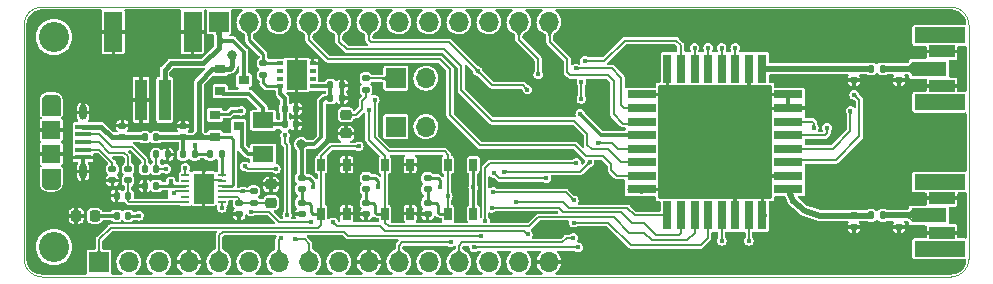
<source format=gtl>
G04 #@! TF.GenerationSoftware,KiCad,Pcbnew,(6.0.4)*
G04 #@! TF.CreationDate,2022-06-23T11:25:04-03:00*
G04 #@! TF.ProjectId,HTLRBL32L-10_EvB_V1.0_Rev6.1,48544c52-424c-4333-924c-2d31305f4576,6.0*
G04 #@! TF.SameCoordinates,Original*
G04 #@! TF.FileFunction,Copper,L1,Top*
G04 #@! TF.FilePolarity,Positive*
%FSLAX46Y46*%
G04 Gerber Fmt 4.6, Leading zero omitted, Abs format (unit mm)*
G04 Created by KiCad (PCBNEW (6.0.4)) date 2022-06-23 11:25:04*
%MOMM*%
%LPD*%
G01*
G04 APERTURE LIST*
G04 Aperture macros list*
%AMRoundRect*
0 Rectangle with rounded corners*
0 $1 Rounding radius*
0 $2 $3 $4 $5 $6 $7 $8 $9 X,Y pos of 4 corners*
0 Add a 4 corners polygon primitive as box body*
4,1,4,$2,$3,$4,$5,$6,$7,$8,$9,$2,$3,0*
0 Add four circle primitives for the rounded corners*
1,1,$1+$1,$2,$3*
1,1,$1+$1,$4,$5*
1,1,$1+$1,$6,$7*
1,1,$1+$1,$8,$9*
0 Add four rect primitives between the rounded corners*
20,1,$1+$1,$2,$3,$4,$5,0*
20,1,$1+$1,$4,$5,$6,$7,0*
20,1,$1+$1,$6,$7,$8,$9,0*
20,1,$1+$1,$8,$9,$2,$3,0*%
%AMFreePoly0*
4,1,6,1.250000,-1.250000,-1.250000,-1.250000,-1.250000,0.500000,-0.500000,1.250000,1.250000,1.250000,1.250000,-1.250000,1.250000,-1.250000,$1*%
G04 Aperture macros list end*
G04 #@! TA.AperFunction,Profile*
%ADD10C,0.050000*%
G04 #@! TD*
G04 #@! TA.AperFunction,EtchedComponent*
%ADD11C,0.001000*%
G04 #@! TD*
G04 #@! TA.AperFunction,SMDPad,CuDef*
%ADD12RoundRect,0.147500X-0.147500X-0.172500X0.147500X-0.172500X0.147500X0.172500X-0.147500X0.172500X0*%
G04 #@! TD*
G04 #@! TA.AperFunction,SMDPad,CuDef*
%ADD13RoundRect,0.147500X-0.172500X0.147500X-0.172500X-0.147500X0.172500X-0.147500X0.172500X0.147500X0*%
G04 #@! TD*
G04 #@! TA.AperFunction,SMDPad,CuDef*
%ADD14R,1.350000X0.400000*%
G04 #@! TD*
G04 #@! TA.AperFunction,ComponentPad*
%ADD15O,0.650000X1.300000*%
G04 #@! TD*
G04 #@! TA.AperFunction,ComponentPad*
%ADD16O,1.550000X0.775000*%
G04 #@! TD*
G04 #@! TA.AperFunction,SMDPad,CuDef*
%ADD17R,1.550000X1.500000*%
G04 #@! TD*
G04 #@! TA.AperFunction,SMDPad,CuDef*
%ADD18R,2.200000X1.050000*%
G04 #@! TD*
G04 #@! TA.AperFunction,SMDPad,CuDef*
%ADD19R,1.050000X1.000000*%
G04 #@! TD*
G04 #@! TA.AperFunction,SMDPad,CuDef*
%ADD20RoundRect,0.218750X-0.218750X-0.256250X0.218750X-0.256250X0.218750X0.256250X-0.218750X0.256250X0*%
G04 #@! TD*
G04 #@! TA.AperFunction,SMDPad,CuDef*
%ADD21RoundRect,0.218750X0.256250X-0.218750X0.256250X0.218750X-0.256250X0.218750X-0.256250X-0.218750X0*%
G04 #@! TD*
G04 #@! TA.AperFunction,SMDPad,CuDef*
%ADD22R,3.300000X1.000000*%
G04 #@! TD*
G04 #@! TA.AperFunction,SMDPad,CuDef*
%ADD23R,2.900000X1.000000*%
G04 #@! TD*
G04 #@! TA.AperFunction,SMDPad,CuDef*
%ADD24R,1.000000X2.900000*%
G04 #@! TD*
G04 #@! TA.AperFunction,SMDPad,CuDef*
%ADD25R,1.000000X3.300000*%
G04 #@! TD*
G04 #@! TA.AperFunction,ComponentPad*
%ADD26R,1.700000X1.700000*%
G04 #@! TD*
G04 #@! TA.AperFunction,ComponentPad*
%ADD27O,1.700000X1.700000*%
G04 #@! TD*
G04 #@! TA.AperFunction,SMDPad,CuDef*
%ADD28R,0.900000X0.800000*%
G04 #@! TD*
G04 #@! TA.AperFunction,SMDPad,CuDef*
%ADD29RoundRect,0.147500X0.172500X-0.147500X0.172500X0.147500X-0.172500X0.147500X-0.172500X-0.147500X0*%
G04 #@! TD*
G04 #@! TA.AperFunction,SMDPad,CuDef*
%ADD30RoundRect,0.147500X0.147500X0.172500X-0.147500X0.172500X-0.147500X-0.172500X0.147500X-0.172500X0*%
G04 #@! TD*
G04 #@! TA.AperFunction,SMDPad,CuDef*
%ADD31R,0.580000X0.400000*%
G04 #@! TD*
G04 #@! TA.AperFunction,SMDPad,CuDef*
%ADD32R,1.750000X2.500000*%
G04 #@! TD*
G04 #@! TA.AperFunction,SMDPad,CuDef*
%ADD33R,1.000000X3.500000*%
G04 #@! TD*
G04 #@! TA.AperFunction,SMDPad,CuDef*
%ADD34R,1.500000X3.400000*%
G04 #@! TD*
G04 #@! TA.AperFunction,SMDPad,CuDef*
%ADD35R,0.650000X1.050000*%
G04 #@! TD*
G04 #@! TA.AperFunction,SMDPad,CuDef*
%ADD36R,0.650000X0.250000*%
G04 #@! TD*
G04 #@! TA.AperFunction,SMDPad,CuDef*
%ADD37R,1.700000X2.500000*%
G04 #@! TD*
G04 #@! TA.AperFunction,SMDPad,CuDef*
%ADD38R,1.800000X1.340000*%
G04 #@! TD*
G04 #@! TA.AperFunction,SMDPad,CuDef*
%ADD39R,2.400000X0.750000*%
G04 #@! TD*
G04 #@! TA.AperFunction,SMDPad,CuDef*
%ADD40R,0.750000X2.400000*%
G04 #@! TD*
G04 #@! TA.AperFunction,SMDPad,CuDef*
%ADD41FreePoly0,180.000000*%
G04 #@! TD*
G04 #@! TA.AperFunction,SMDPad,CuDef*
%ADD42R,2.500000X2.500000*%
G04 #@! TD*
G04 #@! TA.AperFunction,SMDPad,CuDef*
%ADD43R,3.000000X1.270000*%
G04 #@! TD*
G04 #@! TA.AperFunction,SMDPad,CuDef*
%ADD44R,4.200000X1.350000*%
G04 #@! TD*
G04 #@! TA.AperFunction,ViaPad*
%ADD45C,2.550000*%
G04 #@! TD*
G04 #@! TA.AperFunction,ViaPad*
%ADD46C,0.400000*%
G04 #@! TD*
G04 #@! TA.AperFunction,ViaPad*
%ADD47C,0.800000*%
G04 #@! TD*
G04 #@! TA.AperFunction,Conductor*
%ADD48C,0.400000*%
G04 #@! TD*
G04 #@! TA.AperFunction,Conductor*
%ADD49C,0.150000*%
G04 #@! TD*
G04 #@! TA.AperFunction,Conductor*
%ADD50C,0.250000*%
G04 #@! TD*
G04 #@! TA.AperFunction,Conductor*
%ADD51C,0.350000*%
G04 #@! TD*
G04 #@! TA.AperFunction,Conductor*
%ADD52C,0.300000*%
G04 #@! TD*
G04 #@! TA.AperFunction,Conductor*
%ADD53C,0.200000*%
G04 #@! TD*
G04 #@! TA.AperFunction,Conductor*
%ADD54C,0.500000*%
G04 #@! TD*
G04 APERTURE END LIST*
D10*
X100000000Y-88664000D02*
X100000000Y-108476000D01*
X180010000Y-108476000D02*
X180010000Y-88664000D01*
X101524000Y-87140000D02*
G75*
G03*
X100000000Y-88664000I0J-1524000D01*
G01*
X180010000Y-88664000D02*
G75*
G03*
X178486000Y-87140000I-1524000J0D01*
G01*
X178486000Y-110000000D02*
G75*
G03*
X180010000Y-108476000I0J1524000D01*
G01*
X178486000Y-87140000D02*
X101524000Y-87140002D01*
X100000000Y-108476000D02*
G75*
G03*
X101524000Y-110000000I1524000J0D01*
G01*
X101524000Y-110000000D02*
X178486000Y-110000000D01*
G04 #@! TO.C,CN1*
G36*
X102601168Y-94570685D02*
G01*
X102627264Y-94572739D01*
X102653217Y-94576156D01*
X102678956Y-94580926D01*
X102704410Y-94587037D01*
X102729508Y-94594472D01*
X102754184Y-94603210D01*
X102778368Y-94613227D01*
X102801995Y-94624497D01*
X102825000Y-94636987D01*
X102847320Y-94650665D01*
X102868893Y-94665492D01*
X102889660Y-94681427D01*
X102909565Y-94698428D01*
X102928553Y-94716447D01*
X102946572Y-94735435D01*
X102963573Y-94755340D01*
X102979508Y-94776107D01*
X102994335Y-94797680D01*
X103008013Y-94820000D01*
X103020503Y-94843005D01*
X103031773Y-94866632D01*
X103041790Y-94890816D01*
X103050528Y-94915492D01*
X103057963Y-94940590D01*
X103064074Y-94966044D01*
X103068844Y-94991783D01*
X103072261Y-95017736D01*
X103074315Y-95043832D01*
X103075000Y-95070000D01*
X103075000Y-96265000D01*
X103080000Y-96265000D01*
X103080000Y-96270000D01*
X101525000Y-96270000D01*
X101525000Y-95072500D01*
X101725000Y-95072500D01*
X101725338Y-95084269D01*
X101726360Y-95097252D01*
X101728059Y-95110164D01*
X101730433Y-95122969D01*
X101733473Y-95135632D01*
X101737172Y-95148119D01*
X101741519Y-95160395D01*
X101746503Y-95172427D01*
X101752109Y-95184182D01*
X101758323Y-95195627D01*
X101765128Y-95206731D01*
X101772504Y-95217463D01*
X101780433Y-95227795D01*
X101788890Y-95237698D01*
X101797855Y-95247145D01*
X101807302Y-95256110D01*
X101817205Y-95264567D01*
X101827537Y-95272496D01*
X101838269Y-95279872D01*
X101849373Y-95286677D01*
X101860818Y-95292891D01*
X101872573Y-95298497D01*
X101884605Y-95303481D01*
X101896881Y-95307828D01*
X101909368Y-95311527D01*
X101922031Y-95314567D01*
X101934836Y-95316941D01*
X101947748Y-95318640D01*
X101960731Y-95319662D01*
X101975000Y-95320000D01*
X102625000Y-95320000D01*
X102638084Y-95319657D01*
X102651132Y-95318630D01*
X102664109Y-95316922D01*
X102676978Y-95314537D01*
X102689705Y-95311481D01*
X102702254Y-95307764D01*
X102714592Y-95303395D01*
X102726684Y-95298386D01*
X102738498Y-95292752D01*
X102750000Y-95286506D01*
X102761160Y-95279668D01*
X102771946Y-95272254D01*
X102782330Y-95264286D01*
X102792283Y-95255786D01*
X102801777Y-95246777D01*
X102810786Y-95237283D01*
X102819286Y-95227330D01*
X102827254Y-95216946D01*
X102834668Y-95206160D01*
X102841506Y-95195000D01*
X102847752Y-95183498D01*
X102853386Y-95171684D01*
X102858395Y-95159592D01*
X102862764Y-95147254D01*
X102866481Y-95134705D01*
X102869537Y-95121978D01*
X102871922Y-95109109D01*
X102873630Y-95096132D01*
X102874657Y-95083084D01*
X102875000Y-95070000D01*
X102874657Y-95056916D01*
X102873630Y-95043868D01*
X102871922Y-95030891D01*
X102869537Y-95018022D01*
X102866481Y-95005295D01*
X102862764Y-94992746D01*
X102858395Y-94980408D01*
X102853386Y-94968316D01*
X102847752Y-94956502D01*
X102841506Y-94945000D01*
X102834668Y-94933840D01*
X102827254Y-94923054D01*
X102819286Y-94912670D01*
X102810786Y-94902717D01*
X102801777Y-94893223D01*
X102792283Y-94884214D01*
X102782330Y-94875714D01*
X102771946Y-94867746D01*
X102761160Y-94860332D01*
X102750000Y-94853494D01*
X102738498Y-94847248D01*
X102726684Y-94841614D01*
X102714592Y-94836605D01*
X102702254Y-94832236D01*
X102689705Y-94828519D01*
X102676978Y-94825463D01*
X102664109Y-94823078D01*
X102651132Y-94821370D01*
X102638084Y-94820343D01*
X102625000Y-94820000D01*
X101975000Y-94820000D01*
X101960731Y-94820338D01*
X101947748Y-94821360D01*
X101934836Y-94823059D01*
X101922031Y-94825433D01*
X101909368Y-94828473D01*
X101896881Y-94832172D01*
X101884605Y-94836519D01*
X101872573Y-94841503D01*
X101860818Y-94847109D01*
X101849373Y-94853323D01*
X101838269Y-94860128D01*
X101827537Y-94867504D01*
X101817205Y-94875433D01*
X101807302Y-94883890D01*
X101797855Y-94892855D01*
X101788890Y-94902302D01*
X101780433Y-94912205D01*
X101772504Y-94922537D01*
X101765128Y-94933269D01*
X101758323Y-94944373D01*
X101752109Y-94955818D01*
X101746503Y-94967573D01*
X101741519Y-94979605D01*
X101737172Y-94991881D01*
X101733473Y-95004368D01*
X101730433Y-95017031D01*
X101728059Y-95029836D01*
X101726360Y-95042748D01*
X101725338Y-95055731D01*
X101725000Y-95067500D01*
X101525000Y-95067500D01*
X101525682Y-95042647D01*
X101527731Y-95016616D01*
X101531139Y-94990728D01*
X101535897Y-94965054D01*
X101541993Y-94939664D01*
X101549409Y-94914627D01*
X101558125Y-94890013D01*
X101568118Y-94865889D01*
X101579359Y-94842322D01*
X101591818Y-94819374D01*
X101605462Y-94797110D01*
X101620252Y-94775591D01*
X101636147Y-94754875D01*
X101653105Y-94735020D01*
X101671079Y-94716079D01*
X101690020Y-94698105D01*
X101709875Y-94681147D01*
X101730591Y-94665252D01*
X101752110Y-94650462D01*
X101774374Y-94636818D01*
X101797322Y-94624359D01*
X101820889Y-94613118D01*
X101845013Y-94603125D01*
X101869627Y-94594409D01*
X101894664Y-94586993D01*
X101920054Y-94580897D01*
X101945728Y-94576139D01*
X101971616Y-94572731D01*
X101997647Y-94570682D01*
X102025000Y-94570000D01*
X102575000Y-94570000D01*
X102601168Y-94570685D01*
G37*
D11*
X102601168Y-94570685D02*
X102627264Y-94572739D01*
X102653217Y-94576156D01*
X102678956Y-94580926D01*
X102704410Y-94587037D01*
X102729508Y-94594472D01*
X102754184Y-94603210D01*
X102778368Y-94613227D01*
X102801995Y-94624497D01*
X102825000Y-94636987D01*
X102847320Y-94650665D01*
X102868893Y-94665492D01*
X102889660Y-94681427D01*
X102909565Y-94698428D01*
X102928553Y-94716447D01*
X102946572Y-94735435D01*
X102963573Y-94755340D01*
X102979508Y-94776107D01*
X102994335Y-94797680D01*
X103008013Y-94820000D01*
X103020503Y-94843005D01*
X103031773Y-94866632D01*
X103041790Y-94890816D01*
X103050528Y-94915492D01*
X103057963Y-94940590D01*
X103064074Y-94966044D01*
X103068844Y-94991783D01*
X103072261Y-95017736D01*
X103074315Y-95043832D01*
X103075000Y-95070000D01*
X103075000Y-96265000D01*
X103080000Y-96265000D01*
X103080000Y-96270000D01*
X101525000Y-96270000D01*
X101525000Y-95072500D01*
X101725000Y-95072500D01*
X101725338Y-95084269D01*
X101726360Y-95097252D01*
X101728059Y-95110164D01*
X101730433Y-95122969D01*
X101733473Y-95135632D01*
X101737172Y-95148119D01*
X101741519Y-95160395D01*
X101746503Y-95172427D01*
X101752109Y-95184182D01*
X101758323Y-95195627D01*
X101765128Y-95206731D01*
X101772504Y-95217463D01*
X101780433Y-95227795D01*
X101788890Y-95237698D01*
X101797855Y-95247145D01*
X101807302Y-95256110D01*
X101817205Y-95264567D01*
X101827537Y-95272496D01*
X101838269Y-95279872D01*
X101849373Y-95286677D01*
X101860818Y-95292891D01*
X101872573Y-95298497D01*
X101884605Y-95303481D01*
X101896881Y-95307828D01*
X101909368Y-95311527D01*
X101922031Y-95314567D01*
X101934836Y-95316941D01*
X101947748Y-95318640D01*
X101960731Y-95319662D01*
X101975000Y-95320000D01*
X102625000Y-95320000D01*
X102638084Y-95319657D01*
X102651132Y-95318630D01*
X102664109Y-95316922D01*
X102676978Y-95314537D01*
X102689705Y-95311481D01*
X102702254Y-95307764D01*
X102714592Y-95303395D01*
X102726684Y-95298386D01*
X102738498Y-95292752D01*
X102750000Y-95286506D01*
X102761160Y-95279668D01*
X102771946Y-95272254D01*
X102782330Y-95264286D01*
X102792283Y-95255786D01*
X102801777Y-95246777D01*
X102810786Y-95237283D01*
X102819286Y-95227330D01*
X102827254Y-95216946D01*
X102834668Y-95206160D01*
X102841506Y-95195000D01*
X102847752Y-95183498D01*
X102853386Y-95171684D01*
X102858395Y-95159592D01*
X102862764Y-95147254D01*
X102866481Y-95134705D01*
X102869537Y-95121978D01*
X102871922Y-95109109D01*
X102873630Y-95096132D01*
X102874657Y-95083084D01*
X102875000Y-95070000D01*
X102874657Y-95056916D01*
X102873630Y-95043868D01*
X102871922Y-95030891D01*
X102869537Y-95018022D01*
X102866481Y-95005295D01*
X102862764Y-94992746D01*
X102858395Y-94980408D01*
X102853386Y-94968316D01*
X102847752Y-94956502D01*
X102841506Y-94945000D01*
X102834668Y-94933840D01*
X102827254Y-94923054D01*
X102819286Y-94912670D01*
X102810786Y-94902717D01*
X102801777Y-94893223D01*
X102792283Y-94884214D01*
X102782330Y-94875714D01*
X102771946Y-94867746D01*
X102761160Y-94860332D01*
X102750000Y-94853494D01*
X102738498Y-94847248D01*
X102726684Y-94841614D01*
X102714592Y-94836605D01*
X102702254Y-94832236D01*
X102689705Y-94828519D01*
X102676978Y-94825463D01*
X102664109Y-94823078D01*
X102651132Y-94821370D01*
X102638084Y-94820343D01*
X102625000Y-94820000D01*
X101975000Y-94820000D01*
X101960731Y-94820338D01*
X101947748Y-94821360D01*
X101934836Y-94823059D01*
X101922031Y-94825433D01*
X101909368Y-94828473D01*
X101896881Y-94832172D01*
X101884605Y-94836519D01*
X101872573Y-94841503D01*
X101860818Y-94847109D01*
X101849373Y-94853323D01*
X101838269Y-94860128D01*
X101827537Y-94867504D01*
X101817205Y-94875433D01*
X101807302Y-94883890D01*
X101797855Y-94892855D01*
X101788890Y-94902302D01*
X101780433Y-94912205D01*
X101772504Y-94922537D01*
X101765128Y-94933269D01*
X101758323Y-94944373D01*
X101752109Y-94955818D01*
X101746503Y-94967573D01*
X101741519Y-94979605D01*
X101737172Y-94991881D01*
X101733473Y-95004368D01*
X101730433Y-95017031D01*
X101728059Y-95029836D01*
X101726360Y-95042748D01*
X101725338Y-95055731D01*
X101725000Y-95067500D01*
X101525000Y-95067500D01*
X101525682Y-95042647D01*
X101527731Y-95016616D01*
X101531139Y-94990728D01*
X101535897Y-94965054D01*
X101541993Y-94939664D01*
X101549409Y-94914627D01*
X101558125Y-94890013D01*
X101568118Y-94865889D01*
X101579359Y-94842322D01*
X101591818Y-94819374D01*
X101605462Y-94797110D01*
X101620252Y-94775591D01*
X101636147Y-94754875D01*
X101653105Y-94735020D01*
X101671079Y-94716079D01*
X101690020Y-94698105D01*
X101709875Y-94681147D01*
X101730591Y-94665252D01*
X101752110Y-94650462D01*
X101774374Y-94636818D01*
X101797322Y-94624359D01*
X101820889Y-94613118D01*
X101845013Y-94603125D01*
X101869627Y-94594409D01*
X101894664Y-94586993D01*
X101920054Y-94580897D01*
X101945728Y-94576139D01*
X101971616Y-94572731D01*
X101997647Y-94570682D01*
X102025000Y-94570000D01*
X102575000Y-94570000D01*
X102601168Y-94570685D01*
G36*
X103075000Y-102067500D02*
G01*
X102875000Y-102067500D01*
X102874662Y-102055731D01*
X102873640Y-102042748D01*
X102871941Y-102029836D01*
X102869567Y-102017031D01*
X102866527Y-102004368D01*
X102862828Y-101991881D01*
X102858481Y-101979605D01*
X102853497Y-101967573D01*
X102847891Y-101955818D01*
X102841677Y-101944373D01*
X102834872Y-101933269D01*
X102827496Y-101922537D01*
X102819567Y-101912205D01*
X102811110Y-101902302D01*
X102802145Y-101892855D01*
X102792698Y-101883890D01*
X102782795Y-101875433D01*
X102772463Y-101867504D01*
X102761731Y-101860128D01*
X102750627Y-101853323D01*
X102739182Y-101847109D01*
X102727427Y-101841503D01*
X102715395Y-101836519D01*
X102703119Y-101832172D01*
X102690632Y-101828473D01*
X102677969Y-101825433D01*
X102665164Y-101823059D01*
X102652252Y-101821360D01*
X102639269Y-101820338D01*
X102625000Y-101820000D01*
X101975000Y-101820000D01*
X101961916Y-101820343D01*
X101948868Y-101821370D01*
X101935891Y-101823078D01*
X101923022Y-101825463D01*
X101910295Y-101828519D01*
X101897746Y-101832236D01*
X101885408Y-101836605D01*
X101873316Y-101841614D01*
X101861502Y-101847248D01*
X101850000Y-101853494D01*
X101838840Y-101860332D01*
X101828054Y-101867746D01*
X101817670Y-101875714D01*
X101807717Y-101884214D01*
X101798223Y-101893223D01*
X101789214Y-101902717D01*
X101780714Y-101912670D01*
X101772746Y-101923054D01*
X101765332Y-101933840D01*
X101758494Y-101945000D01*
X101752248Y-101956502D01*
X101746614Y-101968316D01*
X101741605Y-101980408D01*
X101737236Y-101992746D01*
X101733519Y-102005295D01*
X101730463Y-102018022D01*
X101728078Y-102030891D01*
X101726370Y-102043868D01*
X101725343Y-102056916D01*
X101725000Y-102070000D01*
X101725343Y-102083084D01*
X101726370Y-102096132D01*
X101728078Y-102109109D01*
X101730463Y-102121978D01*
X101733519Y-102134705D01*
X101737236Y-102147254D01*
X101741605Y-102159592D01*
X101746614Y-102171684D01*
X101752248Y-102183498D01*
X101758494Y-102195000D01*
X101765332Y-102206160D01*
X101772746Y-102216946D01*
X101780714Y-102227330D01*
X101789214Y-102237283D01*
X101798223Y-102246777D01*
X101807717Y-102255786D01*
X101817670Y-102264286D01*
X101828054Y-102272254D01*
X101838840Y-102279668D01*
X101850000Y-102286506D01*
X101861502Y-102292752D01*
X101873316Y-102298386D01*
X101885408Y-102303395D01*
X101897746Y-102307764D01*
X101910295Y-102311481D01*
X101923022Y-102314537D01*
X101935891Y-102316922D01*
X101948868Y-102318630D01*
X101961916Y-102319657D01*
X101975000Y-102320000D01*
X102625000Y-102320000D01*
X102639269Y-102319662D01*
X102652252Y-102318640D01*
X102665164Y-102316941D01*
X102677969Y-102314567D01*
X102690632Y-102311527D01*
X102703119Y-102307828D01*
X102715395Y-102303481D01*
X102727427Y-102298497D01*
X102739182Y-102292891D01*
X102750627Y-102286677D01*
X102761731Y-102279872D01*
X102772463Y-102272496D01*
X102782795Y-102264567D01*
X102792698Y-102256110D01*
X102802145Y-102247145D01*
X102811110Y-102237698D01*
X102819567Y-102227795D01*
X102827496Y-102217463D01*
X102834872Y-102206731D01*
X102841677Y-102195627D01*
X102847891Y-102184182D01*
X102853497Y-102172427D01*
X102858481Y-102160395D01*
X102862828Y-102148119D01*
X102866527Y-102135632D01*
X102869567Y-102122969D01*
X102871941Y-102110164D01*
X102873640Y-102097252D01*
X102874662Y-102084269D01*
X102875000Y-102072500D01*
X103075000Y-102072500D01*
X103074318Y-102097353D01*
X103072269Y-102123384D01*
X103068861Y-102149272D01*
X103064103Y-102174946D01*
X103058007Y-102200336D01*
X103050591Y-102225373D01*
X103041875Y-102249987D01*
X103031882Y-102274111D01*
X103020641Y-102297678D01*
X103008182Y-102320626D01*
X102994538Y-102342890D01*
X102979748Y-102364409D01*
X102963853Y-102385125D01*
X102946895Y-102404980D01*
X102928921Y-102423921D01*
X102909980Y-102441895D01*
X102890125Y-102458853D01*
X102869409Y-102474748D01*
X102847890Y-102489538D01*
X102825626Y-102503182D01*
X102802678Y-102515641D01*
X102779111Y-102526882D01*
X102754987Y-102536875D01*
X102730373Y-102545591D01*
X102705336Y-102553007D01*
X102679946Y-102559103D01*
X102654272Y-102563861D01*
X102628384Y-102567269D01*
X102602353Y-102569318D01*
X102575000Y-102570000D01*
X102025000Y-102570000D01*
X101998832Y-102569315D01*
X101972736Y-102567261D01*
X101946783Y-102563844D01*
X101921044Y-102559074D01*
X101895590Y-102552963D01*
X101870492Y-102545528D01*
X101845816Y-102536790D01*
X101821632Y-102526773D01*
X101798005Y-102515503D01*
X101775000Y-102503013D01*
X101752680Y-102489335D01*
X101731107Y-102474508D01*
X101710340Y-102458573D01*
X101690435Y-102441572D01*
X101671447Y-102423553D01*
X101653428Y-102404565D01*
X101636427Y-102384660D01*
X101620492Y-102363893D01*
X101605665Y-102342320D01*
X101591987Y-102320000D01*
X101579497Y-102296995D01*
X101568227Y-102273368D01*
X101558210Y-102249184D01*
X101549472Y-102224508D01*
X101542037Y-102199410D01*
X101535926Y-102173956D01*
X101531156Y-102148217D01*
X101527739Y-102122264D01*
X101525685Y-102096168D01*
X101525000Y-102070000D01*
X101525000Y-100875000D01*
X101520000Y-100875000D01*
X101520000Y-100870000D01*
X103075000Y-100870000D01*
X103075000Y-102067500D01*
G37*
X103075000Y-102067500D02*
X102875000Y-102067500D01*
X102874662Y-102055731D01*
X102873640Y-102042748D01*
X102871941Y-102029836D01*
X102869567Y-102017031D01*
X102866527Y-102004368D01*
X102862828Y-101991881D01*
X102858481Y-101979605D01*
X102853497Y-101967573D01*
X102847891Y-101955818D01*
X102841677Y-101944373D01*
X102834872Y-101933269D01*
X102827496Y-101922537D01*
X102819567Y-101912205D01*
X102811110Y-101902302D01*
X102802145Y-101892855D01*
X102792698Y-101883890D01*
X102782795Y-101875433D01*
X102772463Y-101867504D01*
X102761731Y-101860128D01*
X102750627Y-101853323D01*
X102739182Y-101847109D01*
X102727427Y-101841503D01*
X102715395Y-101836519D01*
X102703119Y-101832172D01*
X102690632Y-101828473D01*
X102677969Y-101825433D01*
X102665164Y-101823059D01*
X102652252Y-101821360D01*
X102639269Y-101820338D01*
X102625000Y-101820000D01*
X101975000Y-101820000D01*
X101961916Y-101820343D01*
X101948868Y-101821370D01*
X101935891Y-101823078D01*
X101923022Y-101825463D01*
X101910295Y-101828519D01*
X101897746Y-101832236D01*
X101885408Y-101836605D01*
X101873316Y-101841614D01*
X101861502Y-101847248D01*
X101850000Y-101853494D01*
X101838840Y-101860332D01*
X101828054Y-101867746D01*
X101817670Y-101875714D01*
X101807717Y-101884214D01*
X101798223Y-101893223D01*
X101789214Y-101902717D01*
X101780714Y-101912670D01*
X101772746Y-101923054D01*
X101765332Y-101933840D01*
X101758494Y-101945000D01*
X101752248Y-101956502D01*
X101746614Y-101968316D01*
X101741605Y-101980408D01*
X101737236Y-101992746D01*
X101733519Y-102005295D01*
X101730463Y-102018022D01*
X101728078Y-102030891D01*
X101726370Y-102043868D01*
X101725343Y-102056916D01*
X101725000Y-102070000D01*
X101725343Y-102083084D01*
X101726370Y-102096132D01*
X101728078Y-102109109D01*
X101730463Y-102121978D01*
X101733519Y-102134705D01*
X101737236Y-102147254D01*
X101741605Y-102159592D01*
X101746614Y-102171684D01*
X101752248Y-102183498D01*
X101758494Y-102195000D01*
X101765332Y-102206160D01*
X101772746Y-102216946D01*
X101780714Y-102227330D01*
X101789214Y-102237283D01*
X101798223Y-102246777D01*
X101807717Y-102255786D01*
X101817670Y-102264286D01*
X101828054Y-102272254D01*
X101838840Y-102279668D01*
X101850000Y-102286506D01*
X101861502Y-102292752D01*
X101873316Y-102298386D01*
X101885408Y-102303395D01*
X101897746Y-102307764D01*
X101910295Y-102311481D01*
X101923022Y-102314537D01*
X101935891Y-102316922D01*
X101948868Y-102318630D01*
X101961916Y-102319657D01*
X101975000Y-102320000D01*
X102625000Y-102320000D01*
X102639269Y-102319662D01*
X102652252Y-102318640D01*
X102665164Y-102316941D01*
X102677969Y-102314567D01*
X102690632Y-102311527D01*
X102703119Y-102307828D01*
X102715395Y-102303481D01*
X102727427Y-102298497D01*
X102739182Y-102292891D01*
X102750627Y-102286677D01*
X102761731Y-102279872D01*
X102772463Y-102272496D01*
X102782795Y-102264567D01*
X102792698Y-102256110D01*
X102802145Y-102247145D01*
X102811110Y-102237698D01*
X102819567Y-102227795D01*
X102827496Y-102217463D01*
X102834872Y-102206731D01*
X102841677Y-102195627D01*
X102847891Y-102184182D01*
X102853497Y-102172427D01*
X102858481Y-102160395D01*
X102862828Y-102148119D01*
X102866527Y-102135632D01*
X102869567Y-102122969D01*
X102871941Y-102110164D01*
X102873640Y-102097252D01*
X102874662Y-102084269D01*
X102875000Y-102072500D01*
X103075000Y-102072500D01*
X103074318Y-102097353D01*
X103072269Y-102123384D01*
X103068861Y-102149272D01*
X103064103Y-102174946D01*
X103058007Y-102200336D01*
X103050591Y-102225373D01*
X103041875Y-102249987D01*
X103031882Y-102274111D01*
X103020641Y-102297678D01*
X103008182Y-102320626D01*
X102994538Y-102342890D01*
X102979748Y-102364409D01*
X102963853Y-102385125D01*
X102946895Y-102404980D01*
X102928921Y-102423921D01*
X102909980Y-102441895D01*
X102890125Y-102458853D01*
X102869409Y-102474748D01*
X102847890Y-102489538D01*
X102825626Y-102503182D01*
X102802678Y-102515641D01*
X102779111Y-102526882D01*
X102754987Y-102536875D01*
X102730373Y-102545591D01*
X102705336Y-102553007D01*
X102679946Y-102559103D01*
X102654272Y-102563861D01*
X102628384Y-102567269D01*
X102602353Y-102569318D01*
X102575000Y-102570000D01*
X102025000Y-102570000D01*
X101998832Y-102569315D01*
X101972736Y-102567261D01*
X101946783Y-102563844D01*
X101921044Y-102559074D01*
X101895590Y-102552963D01*
X101870492Y-102545528D01*
X101845816Y-102536790D01*
X101821632Y-102526773D01*
X101798005Y-102515503D01*
X101775000Y-102503013D01*
X101752680Y-102489335D01*
X101731107Y-102474508D01*
X101710340Y-102458573D01*
X101690435Y-102441572D01*
X101671447Y-102423553D01*
X101653428Y-102404565D01*
X101636427Y-102384660D01*
X101620492Y-102363893D01*
X101605665Y-102342320D01*
X101591987Y-102320000D01*
X101579497Y-102296995D01*
X101568227Y-102273368D01*
X101558210Y-102249184D01*
X101549472Y-102224508D01*
X101542037Y-102199410D01*
X101535926Y-102173956D01*
X101531156Y-102148217D01*
X101527739Y-102122264D01*
X101525685Y-102096168D01*
X101525000Y-102070000D01*
X101525000Y-100875000D01*
X101520000Y-100875000D01*
X101520000Y-100870000D01*
X103075000Y-100870000D01*
X103075000Y-102067500D01*
G04 #@! TD*
D12*
G04 #@! TO.P,C2,1*
G04 #@! TO.N,/D-*
X111201400Y-99630000D03*
G04 #@! TO.P,C2,2*
G04 #@! TO.N,GND*
X112171400Y-99630000D03*
G04 #@! TD*
G04 #@! TO.P,C6,1*
G04 #@! TO.N,Net-(C6-Pad1)*
X122080500Y-97063780D03*
G04 #@! TO.P,C6,2*
G04 #@! TO.N,GND*
X123050500Y-97063780D03*
G04 #@! TD*
G04 #@! TO.P,C7,1*
G04 #@! TO.N,Net-(C6-Pad1)*
X122080500Y-95742980D03*
G04 #@! TO.P,C7,2*
G04 #@! TO.N,GND*
X123050500Y-95742980D03*
G04 #@! TD*
D13*
G04 #@! TO.P,C8,1*
G04 #@! TO.N,/FTDI_NRESET*
X118220000Y-103723800D03*
G04 #@! TO.P,C8,2*
G04 #@! TO.N,GND*
X118220000Y-104693800D03*
G04 #@! TD*
G04 #@! TO.P,C15,1*
G04 #@! TO.N,BLE_ANT*
X170275500Y-104796000D03*
G04 #@! TO.P,C15,2*
G04 #@! TO.N,GND*
X170275500Y-105766000D03*
G04 #@! TD*
G04 #@! TO.P,C16,1*
G04 #@! TO.N,LoRa_ANT*
X170275500Y-92370000D03*
G04 #@! TO.P,C16,2*
G04 #@! TO.N,GND*
X170275500Y-93340000D03*
G04 #@! TD*
G04 #@! TO.P,C17,1*
G04 #@! TO.N,Net-(C17-Pad1)*
X174090000Y-104793000D03*
G04 #@! TO.P,C17,2*
G04 #@! TO.N,GND*
X174090000Y-105763000D03*
G04 #@! TD*
G04 #@! TO.P,C18,1*
G04 #@! TO.N,Net-(C18-Pad1)*
X174090000Y-92365000D03*
G04 #@! TO.P,C18,2*
G04 #@! TO.N,GND*
X174090000Y-93335000D03*
G04 #@! TD*
D14*
G04 #@! TO.P,CN1,1,1*
G04 #@! TO.N,Net-(C1-Pad2)*
X105000000Y-97270000D03*
G04 #@! TO.P,CN1,2,2*
G04 #@! TO.N,Net-(CN1-Pad2)*
X105000000Y-97920000D03*
G04 #@! TO.P,CN1,3,3*
G04 #@! TO.N,Net-(CN1-Pad3)*
X105000000Y-98570000D03*
G04 #@! TO.P,CN1,4,4*
G04 #@! TO.N,Net-(CN1-Pad4)*
X105000000Y-99220000D03*
G04 #@! TO.P,CN1,5,5*
G04 #@! TO.N,GND*
X105000000Y-99870000D03*
D15*
G04 #@! TO.P,CN1,S1,SHIELD*
X105000000Y-96070000D03*
G04 #@! TO.P,CN1,S2,SHIELD*
X105000000Y-101070000D03*
D16*
G04 #@! TO.P,CN1,S3,SHIELD*
X102300000Y-95070000D03*
D17*
G04 #@! TO.P,CN1,S4,SHIELD*
X102300000Y-97570000D03*
G04 #@! TO.P,CN1,S5,SHIELD*
X102300000Y-99570000D03*
D16*
G04 #@! TO.P,CN1,S6,SHIELD*
X102300000Y-102070000D03*
G04 #@! TD*
D18*
G04 #@! TO.P,CN5,G1,GND*
G04 #@! TO.N,GND*
X177730000Y-103318000D03*
G04 #@! TO.P,CN5,G2,GND*
X177730000Y-106268000D03*
D19*
G04 #@! TO.P,CN5,SIG,RF*
G04 #@! TO.N,Net-(C17-Pad1)*
X176205000Y-104793000D03*
G04 #@! TD*
D18*
G04 #@! TO.P,CN6,G1,GND*
G04 #@! TO.N,GND*
X177730000Y-90903000D03*
G04 #@! TO.P,CN6,G2,GND*
X177730000Y-93853000D03*
D19*
G04 #@! TO.P,CN6,SIG,RF*
G04 #@! TO.N,Net-(C18-Pad1)*
X176205000Y-92378000D03*
G04 #@! TD*
D20*
G04 #@! TO.P,D2,1,K*
G04 #@! TO.N,GND*
X104419400Y-104818400D03*
G04 #@! TO.P,D2,2,A*
G04 #@! TO.N,Net-(D2-Pad2)*
X105994400Y-104818400D03*
G04 #@! TD*
D21*
G04 #@! TO.P,D3,1,K*
G04 #@! TO.N,GND*
X127250000Y-97850000D03*
G04 #@! TO.P,D3,2,A*
G04 #@! TO.N,Net-(D3-Pad2)*
X127250000Y-96275000D03*
G04 #@! TD*
D22*
G04 #@! TO.P,J1,1,Shield*
G04 #@! TO.N,GND*
X167450000Y-88470000D03*
D23*
X162250000Y-108670000D03*
D24*
X168600000Y-102320000D03*
D25*
X148400000Y-107520000D03*
D23*
X154750000Y-88470000D03*
X154750000Y-108670000D03*
D22*
X149550000Y-108670000D03*
D24*
X148400000Y-102320000D03*
X168600000Y-94820000D03*
D25*
X168600000Y-89620000D03*
D24*
X148400000Y-94820000D03*
D25*
X148400000Y-89620000D03*
D23*
X162250000Y-88470000D03*
D25*
X168600000Y-107520000D03*
D22*
X149550000Y-88470000D03*
X167450000Y-108670000D03*
G04 #@! TD*
D26*
G04 #@! TO.P,JP2,1,A*
G04 #@! TO.N,+3V3*
X131490920Y-97269520D03*
D27*
G04 #@! TO.P,JP2,2,B*
G04 #@! TO.N,VCC*
X134030920Y-97269520D03*
G04 #@! TD*
D26*
G04 #@! TO.P,JP3,1,A*
G04 #@! TO.N,Net-(JP3-Pad1)*
X131490920Y-93175040D03*
D27*
G04 #@! TO.P,JP3,2,B*
G04 #@! TO.N,PB9*
X134030920Y-93175040D03*
G04 #@! TD*
D12*
G04 #@! TO.P,L1,1,1*
G04 #@! TO.N,BLE_ANT*
X171736940Y-104793000D03*
G04 #@! TO.P,L1,2,2*
G04 #@! TO.N,Net-(C17-Pad1)*
X172706940Y-104793000D03*
G04 #@! TD*
D28*
G04 #@! TO.P,Q2,1*
G04 #@! TO.N,+5V*
X116620000Y-92390000D03*
G04 #@! TO.P,Q2,2*
G04 #@! TO.N,Net-(C6-Pad1)*
X116620000Y-94290000D03*
G04 #@! TO.P,Q2,3*
G04 #@! TO.N,+BATT*
X118620000Y-93340000D03*
G04 #@! TD*
D29*
G04 #@! TO.P,R1,1*
G04 #@! TO.N,GND*
X107493000Y-101820000D03*
G04 #@! TO.P,R1,2*
G04 #@! TO.N,Net-(CN1-Pad4)*
X107493000Y-100850000D03*
G04 #@! TD*
D30*
G04 #@! TO.P,R4,1*
G04 #@! TO.N,Net-(R4-Pad1)*
X116765000Y-99630000D03*
G04 #@! TO.P,R4,2*
G04 #@! TO.N,/PWR_EN*
X115795000Y-99630000D03*
G04 #@! TD*
D13*
G04 #@! TO.P,R6,1*
G04 #@! TO.N,GND*
X113474700Y-97206300D03*
G04 #@! TO.P,R6,2*
G04 #@! TO.N,+5V*
X113474700Y-98176300D03*
G04 #@! TD*
G04 #@! TO.P,R7,1*
G04 #@! TO.N,/EN*
X120270000Y-91915000D03*
G04 #@! TO.P,R7,2*
G04 #@! TO.N,Net-(C6-Pad1)*
X120270000Y-92885000D03*
G04 #@! TD*
D29*
G04 #@! TO.P,R8,1*
G04 #@! TO.N,/FTDI_NRESET*
X119460000Y-103720000D03*
G04 #@! TO.P,R8,2*
G04 #@! TO.N,/3V3out*
X119460000Y-102750000D03*
G04 #@! TD*
D12*
G04 #@! TO.P,R9,1*
G04 #@! TO.N,Net-(D2-Pad2)*
X107843800Y-104818400D03*
G04 #@! TO.P,R9,2*
G04 #@! TO.N,+3V3*
X108813800Y-104818400D03*
G04 #@! TD*
D29*
G04 #@! TO.P,R12,1*
G04 #@! TO.N,Net-(D3-Pad2)*
X128950000Y-94152800D03*
G04 #@! TO.P,R12,2*
G04 #@! TO.N,Net-(JP3-Pad1)*
X128950000Y-93182800D03*
G04 #@! TD*
D31*
G04 #@! TO.P,U3,1,OUT*
G04 #@! TO.N,+3V3*
X124440000Y-93865000D03*
G04 #@! TO.P,U3,2,NC*
G04 #@! TO.N,unconnected-(U3-Pad2)*
X124440000Y-93215000D03*
G04 #@! TO.P,U3,3,NC*
G04 #@! TO.N,unconnected-(U3-Pad3)*
X124440000Y-92565000D03*
G04 #@! TO.P,U3,4,GND*
G04 #@! TO.N,GND*
X124440000Y-91915000D03*
G04 #@! TO.P,U3,5,EN*
G04 #@! TO.N,/EN*
X121720000Y-91915000D03*
G04 #@! TO.P,U3,6,NC*
G04 #@! TO.N,unconnected-(U3-Pad6)*
X121720000Y-92565000D03*
G04 #@! TO.P,U3,7,NC*
G04 #@! TO.N,unconnected-(U3-Pad7)*
X121720000Y-93215000D03*
G04 #@! TO.P,U3,8,IN*
G04 #@! TO.N,Net-(C6-Pad1)*
X121720000Y-93865000D03*
D32*
G04 #@! TO.P,U3,9*
G04 #@! TO.N,GND*
X123080000Y-92890000D03*
G04 #@! TD*
D33*
G04 #@! TO.P,CN2,1,1*
G04 #@! TO.N,+BATT*
X111922000Y-95000000D03*
G04 #@! TO.P,CN2,2,2*
G04 #@! TO.N,GND*
X109922000Y-95000000D03*
D34*
G04 #@! TO.P,CN2,S1,SHIELD*
X114272000Y-89250000D03*
G04 #@! TO.P,CN2,S2,SHIELD*
X107572000Y-89250000D03*
G04 #@! TD*
D26*
G04 #@! TO.P,CN4,1,Pin_1*
G04 #@! TO.N,+BATT*
X116508820Y-88410000D03*
D27*
G04 #@! TO.P,CN4,2,Pin_2*
G04 #@! TO.N,/EN*
X119048820Y-88410000D03*
G04 #@! TO.P,CN4,3,Pin_3*
G04 #@! TO.N,+5V*
X121588820Y-88410000D03*
G04 #@! TO.P,CN4,4,Pin_4*
G04 #@! TO.N,PB13*
X124128820Y-88410000D03*
G04 #@! TO.P,CN4,5,Pin_5*
G04 #@! TO.N,PB12*
X126668820Y-88410000D03*
G04 #@! TO.P,CN4,6,Pin_6*
G04 #@! TO.N,PB9*
X129208820Y-88410000D03*
G04 #@! TO.P,CN4,7,Pin_7*
G04 #@! TO.N,PA4*
X131748820Y-88410000D03*
G04 #@! TO.P,CN4,8,Pin_8*
G04 #@! TO.N,PA10*
X134288820Y-88410000D03*
G04 #@! TO.P,CN4,9,Pin_9*
G04 #@! TO.N,PA2*
X136828820Y-88410000D03*
G04 #@! TO.P,CN4,10,Pin_10*
G04 #@! TO.N,PA3*
X139368820Y-88410000D03*
G04 #@! TO.P,CN4,11,Pin_11*
G04 #@! TO.N,PB6*
X141908820Y-88410000D03*
G04 #@! TO.P,CN4,12,Pin_12*
G04 #@! TO.N,PB7*
X144448820Y-88410000D03*
G04 #@! TD*
D12*
G04 #@! TO.P,L2,1,1*
G04 #@! TO.N,LoRa_ANT*
X171736940Y-92369860D03*
G04 #@! TO.P,L2,2,2*
G04 #@! TO.N,Net-(C18-Pad1)*
X172706940Y-92369860D03*
G04 #@! TD*
D30*
G04 #@! TO.P,FB1,1*
G04 #@! TO.N,+5V*
X111203800Y-98170000D03*
G04 #@! TO.P,FB1,2*
G04 #@! TO.N,Net-(C1-Pad2)*
X110233800Y-98170000D03*
G04 #@! TD*
D29*
G04 #@! TO.P,R3,1*
G04 #@! TO.N,/D+*
X108813800Y-101821200D03*
G04 #@! TO.P,R3,2*
G04 #@! TO.N,Net-(CN1-Pad3)*
X108813800Y-100851200D03*
G04 #@! TD*
D13*
G04 #@! TO.P,C1,1*
G04 #@! TO.N,GND*
X108328000Y-97196000D03*
G04 #@! TO.P,C1,2*
G04 #@! TO.N,Net-(C1-Pad2)*
X108328000Y-98166000D03*
G04 #@! TD*
D30*
G04 #@! TO.P,R2,1*
G04 #@! TO.N,/D-*
X111203800Y-100856000D03*
G04 #@! TO.P,R2,2*
G04 #@! TO.N,Net-(CN1-Pad2)*
X110233800Y-100856000D03*
G04 #@! TD*
D12*
G04 #@! TO.P,C9,1*
G04 #@! TO.N,GND*
X110245000Y-102290000D03*
G04 #@! TO.P,C9,2*
G04 #@! TO.N,/3V3out*
X111215000Y-102290000D03*
G04 #@! TD*
G04 #@! TO.P,C4,1*
G04 #@! TO.N,+3V3*
X125955000Y-93790000D03*
G04 #@! TO.P,C4,2*
G04 #@! TO.N,GND*
X126925000Y-93790000D03*
G04 #@! TD*
G04 #@! TO.P,C5,1*
G04 #@! TO.N,+3V3*
X125955000Y-94850000D03*
G04 #@! TO.P,C5,2*
G04 #@! TO.N,GND*
X126925000Y-94850000D03*
G04 #@! TD*
D35*
G04 #@! TO.P,SW3,1,1*
G04 #@! TO.N,+3V3*
X138046000Y-100497120D03*
G04 #@! TO.P,SW3,2,2*
X138046000Y-104647120D03*
G04 #@! TO.P,SW3,3,3*
G04 #@! TO.N,PA10*
X135896000Y-100497120D03*
G04 #@! TO.P,SW3,4,4*
X135896000Y-104647120D03*
G04 #@! TD*
G04 #@! TO.P,SW1,1,1*
G04 #@! TO.N,GND*
X127311960Y-100497120D03*
G04 #@! TO.P,SW1,2,2*
X127311960Y-104647120D03*
G04 #@! TO.P,SW1,3,3*
G04 #@! TO.N,NRESET*
X125161960Y-100497120D03*
G04 #@! TO.P,SW1,4,4*
X125161960Y-104647120D03*
G04 #@! TD*
D28*
G04 #@! TO.P,Q1,1*
G04 #@! TO.N,/PWR_EN*
X116170400Y-96280000D03*
G04 #@! TO.P,Q1,2*
G04 #@! TO.N,+5V*
X116170400Y-98180000D03*
G04 #@! TO.P,Q1,3*
G04 #@! TO.N,Net-(D1-Pad2)*
X118170400Y-97230000D03*
G04 #@! TD*
D36*
G04 #@! TO.P,U2,1,USBDM*
G04 #@! TO.N,/D-*
X116760000Y-103645000D03*
G04 #@! TO.P,U2,2,~{RESET#}*
G04 #@! TO.N,/FTDI_NRESET*
X116760000Y-103195000D03*
G04 #@! TO.P,U2,3,3V3OUT*
G04 #@! TO.N,/3V3out*
X116760000Y-102745000D03*
G04 #@! TO.P,U2,4,VCC*
G04 #@! TO.N,+5V*
X116760000Y-102295000D03*
G04 #@! TO.P,U2,5,GND*
G04 #@! TO.N,GND*
X116760000Y-101845000D03*
G04 #@! TO.P,U2,6,CBUS0*
G04 #@! TO.N,Net-(R4-Pad1)*
X116760000Y-101395000D03*
G04 #@! TO.P,U2,7,TXD*
G04 #@! TO.N,TX*
X113660000Y-101395000D03*
G04 #@! TO.P,U2,8,RTS#*
G04 #@! TO.N,unconnected-(U2-Pad8)*
X113660000Y-101845000D03*
G04 #@! TO.P,U2,9,VCCIO*
G04 #@! TO.N,/3V3out*
X113660000Y-102295000D03*
G04 #@! TO.P,U2,10,RXD*
G04 #@! TO.N,RX*
X113660000Y-102745000D03*
G04 #@! TO.P,U2,11,CTS#*
G04 #@! TO.N,unconnected-(U2-Pad11)*
X113660000Y-103195000D03*
G04 #@! TO.P,U2,12,USBDP*
G04 #@! TO.N,/D+*
X113660000Y-103645000D03*
D37*
G04 #@! TO.P,U2,13,GND*
G04 #@! TO.N,GND*
X115210000Y-102520000D03*
G04 #@! TD*
D21*
G04 #@! TO.P,JP1,1,A*
G04 #@! TO.N,/FTDI_NRESET*
X120929600Y-103726300D03*
G04 #@! TO.P,JP1,2,B*
G04 #@! TO.N,GND*
X120929600Y-102151300D03*
G04 #@! TD*
D13*
G04 #@! TO.P,C13,1*
G04 #@! TO.N,PA4*
X128970000Y-103715000D03*
G04 #@! TO.P,C13,2*
G04 #@! TO.N,GND*
X128970000Y-104685000D03*
G04 #@! TD*
G04 #@! TO.P,C14,1*
G04 #@! TO.N,+3V3*
X134177000Y-101610000D03*
G04 #@! TO.P,C14,2*
G04 #@! TO.N,PA10*
X134177000Y-102580000D03*
G04 #@! TD*
G04 #@! TO.P,C12,1*
G04 #@! TO.N,NRESET*
X123500000Y-103715000D03*
G04 #@! TO.P,C12,2*
G04 #@! TO.N,GND*
X123500000Y-104685000D03*
G04 #@! TD*
D29*
G04 #@! TO.P,R14,1*
G04 #@! TO.N,PA4*
X128970000Y-102580000D03*
G04 #@! TO.P,R14,2*
G04 #@! TO.N,+3V3*
X128970000Y-101610000D03*
G04 #@! TD*
G04 #@! TO.P,R15,1*
G04 #@! TO.N,GND*
X134177000Y-104685000D03*
G04 #@! TO.P,R15,2*
G04 #@! TO.N,PA10*
X134177000Y-103715000D03*
G04 #@! TD*
G04 #@! TO.P,R13,1*
G04 #@! TO.N,NRESET*
X123500000Y-102580000D03*
G04 #@! TO.P,R13,2*
G04 #@! TO.N,+3V3*
X123500000Y-101610000D03*
G04 #@! TD*
D30*
G04 #@! TO.P,C3,1*
G04 #@! TO.N,/D+*
X108813800Y-103120000D03*
G04 #@! TO.P,C3,2*
G04 #@! TO.N,GND*
X107843800Y-103120000D03*
G04 #@! TD*
D35*
G04 #@! TO.P,SW2,1,1*
G04 #@! TO.N,GND*
X132712000Y-100497120D03*
G04 #@! TO.P,SW2,2,2*
X132712000Y-104647120D03*
G04 #@! TO.P,SW2,3,3*
G04 #@! TO.N,PA4*
X130562000Y-100497120D03*
G04 #@! TO.P,SW2,4,4*
X130562000Y-104647120D03*
G04 #@! TD*
D38*
G04 #@! TO.P,D1,1,K*
G04 #@! TO.N,Net-(C6-Pad1)*
X120269200Y-96733600D03*
G04 #@! TO.P,D1,2,A*
G04 #@! TO.N,Net-(D1-Pad2)*
X120269200Y-99593600D03*
G04 #@! TD*
D30*
G04 #@! TO.P,R5,1*
G04 #@! TO.N,/PWR_EN*
X114442300Y-99630000D03*
G04 #@! TO.P,R5,2*
G04 #@! TO.N,+5V*
X113472300Y-99630000D03*
G04 #@! TD*
D39*
G04 #@! TO.P,U1,1,BLE_ANT*
G04 #@! TO.N,BLE_ANT*
X164700000Y-102595000D03*
G04 #@! TO.P,U1,2,GND*
G04 #@! TO.N,GND*
X164700000Y-101445000D03*
G04 #@! TO.P,U1,3,PA3*
G04 #@! TO.N,PA3*
X164700000Y-100295000D03*
G04 #@! TO.P,U1,4,PA2*
G04 #@! TO.N,PA2*
X164700000Y-99145000D03*
G04 #@! TO.P,U1,5,PA8*
G04 #@! TO.N,TX*
X164700000Y-97995000D03*
G04 #@! TO.P,U1,6,PA9*
G04 #@! TO.N,RX*
X164700000Y-96845000D03*
G04 #@! TO.P,U1,7,PB0*
G04 #@! TO.N,GND*
X164700000Y-95695000D03*
G04 #@! TO.P,U1,8,GND*
X164700000Y-94545000D03*
D40*
G04 #@! TO.P,U1,9,LoRa_ANT*
G04 #@! TO.N,LoRa_ANT*
X162525000Y-92370000D03*
G04 #@! TO.P,U1,10,GND*
G04 #@! TO.N,GND*
X161375000Y-92370000D03*
G04 #@! TO.P,U1,11,PB2*
G04 #@! TO.N,PB2*
X160225000Y-92370000D03*
G04 #@! TO.P,U1,12,RSTN*
G04 #@! TO.N,NRESET*
X159075000Y-92370000D03*
G04 #@! TO.P,U1,13,PB5*
G04 #@! TO.N,PB5*
X157925000Y-92370000D03*
G04 #@! TO.P,U1,14,PB1*
G04 #@! TO.N,PB1*
X156775000Y-92370000D03*
G04 #@! TO.P,U1,15,PB3*
G04 #@! TO.N,PB3*
X155625000Y-92370000D03*
G04 #@! TO.P,U1,16,GND*
G04 #@! TO.N,GND*
X154475000Y-92370000D03*
D39*
G04 #@! TO.P,U1,17,GND*
X152300000Y-94545000D03*
G04 #@! TO.P,U1,18,PB6*
G04 #@! TO.N,PB6*
X152300000Y-95695000D03*
G04 #@! TO.P,U1,19,PB7*
G04 #@! TO.N,PB7*
X152300000Y-96845000D03*
G04 #@! TO.P,U1,20,VDD_3.3V*
G04 #@! TO.N,VCC*
X152300000Y-97995000D03*
G04 #@! TO.P,U1,21,PB9*
G04 #@! TO.N,PB9*
X152300000Y-99145000D03*
G04 #@! TO.P,U1,22,PB12*
G04 #@! TO.N,PB12*
X152300000Y-100295000D03*
G04 #@! TO.P,U1,23,PB13*
G04 #@! TO.N,PB13*
X152300000Y-101445000D03*
G04 #@! TO.P,U1,24,GND*
G04 #@! TO.N,GND*
X152300000Y-102595000D03*
D40*
G04 #@! TO.P,U1,25,PA15*
G04 #@! TO.N,PA15*
X154475000Y-104770000D03*
G04 #@! TO.P,U1,26,PA12*
G04 #@! TO.N,PA12*
X155625000Y-104770000D03*
G04 #@! TO.P,U1,27,PA4*
G04 #@! TO.N,PA4*
X156775000Y-104770000D03*
G04 #@! TO.P,U1,28,PA10*
G04 #@! TO.N,PA10*
X157925000Y-104770000D03*
G04 #@! TO.P,U1,29,PA7*
G04 #@! TO.N,PA7*
X159075000Y-104770000D03*
G04 #@! TO.P,U1,30,GND*
G04 #@! TO.N,GND*
X160225000Y-104770000D03*
G04 #@! TO.P,U1,31,PA5*
G04 #@! TO.N,PA5*
X161375000Y-104770000D03*
G04 #@! TO.P,U1,32,GND*
G04 #@! TO.N,GND*
X162525000Y-104770000D03*
D41*
G04 #@! TO.P,U1,33,Thermal*
X161500000Y-101570000D03*
D42*
G04 #@! TO.P,U1,34,Thermal*
X158500000Y-101570000D03*
G04 #@! TO.P,U1,35,Thermal*
X155500000Y-101570000D03*
G04 #@! TO.P,U1,36,Thermal*
X161500000Y-98570000D03*
G04 #@! TO.P,U1,37,Thermal*
X158500000Y-98570000D03*
G04 #@! TO.P,U1,38,Thermal*
X155500000Y-98570000D03*
G04 #@! TO.P,U1,39,Thermal*
X161500000Y-95570000D03*
G04 #@! TO.P,U1,40,Thermal*
X158500000Y-95570000D03*
G04 #@! TO.P,U1,41,Thermal*
X155500000Y-95570000D03*
G04 #@! TD*
D26*
G04 #@! TO.P,CN3,1,Pin_1*
G04 #@! TO.N,NRESET*
X106350000Y-108730000D03*
D27*
G04 #@! TO.P,CN3,2,Pin_2*
G04 #@! TO.N,+3V3*
X108890000Y-108730000D03*
G04 #@! TO.P,CN3,3,Pin_3*
G04 #@! TO.N,unconnected-(CN3-Pad3)*
X111430000Y-108730000D03*
G04 #@! TO.P,CN3,4,Pin_4*
G04 #@! TO.N,GND*
X113970000Y-108730000D03*
G04 #@! TO.P,CN3,5,Pin_5*
G04 #@! TO.N,PA15*
X116510000Y-108730000D03*
G04 #@! TO.P,CN3,6,Pin_6*
G04 #@! TO.N,PA12*
X119050000Y-108730000D03*
G04 #@! TO.P,CN3,7,Pin_7*
G04 #@! TO.N,PB3*
X121590000Y-108730000D03*
G04 #@! TO.P,CN3,8,Pin_8*
G04 #@! TO.N,PB2*
X124130000Y-108730000D03*
G04 #@! TO.P,CN3,9,Pin_9*
G04 #@! TO.N,PB1*
X126670000Y-108730000D03*
G04 #@! TO.P,CN3,10,Pin_10*
G04 #@! TO.N,GND*
X129210000Y-108730000D03*
G04 #@! TO.P,CN3,11,Pin_11*
G04 #@! TO.N,PA5*
X131750000Y-108730000D03*
G04 #@! TO.P,CN3,12,Pin_12*
G04 #@! TO.N,PB5*
X134290000Y-108730000D03*
G04 #@! TO.P,CN3,13,Pin_13*
G04 #@! TO.N,PA7*
X136830000Y-108730000D03*
G04 #@! TO.P,CN3,14,Pin_14*
G04 #@! TO.N,TX*
X139370000Y-108730000D03*
G04 #@! TO.P,CN3,15,Pin_15*
G04 #@! TO.N,RX*
X141910000Y-108730000D03*
G04 #@! TO.P,CN3,16,Pin_16*
G04 #@! TO.N,GND*
X144450000Y-108730000D03*
G04 #@! TD*
D43*
G04 #@! TO.P,REF\u002A\u002A,1*
G04 #@! TO.N,Net-(C18-Pad1)*
X176630000Y-92378000D03*
D44*
G04 #@! TO.P,REF\u002A\u002A,2*
G04 #@! TO.N,N/C*
X177530000Y-95203000D03*
X177530000Y-89553000D03*
G04 #@! TD*
D43*
G04 #@! TO.P,REF\u002A\u002A,1*
G04 #@! TO.N,Net-(C17-Pad1)*
X176620000Y-104793000D03*
D44*
G04 #@! TO.P,REF\u002A\u002A,2*
G04 #@! TO.N,N/C*
X177520000Y-101968000D03*
X177520000Y-107618000D03*
G04 #@! TD*
D45*
G04 #@! TO.N,*
X102540000Y-107460000D03*
X102540000Y-89680000D03*
D46*
G04 #@! TO.N,GND*
X143290000Y-89230000D03*
X140680000Y-89210000D03*
X133050000Y-89320000D03*
X139370000Y-91800000D03*
X127970000Y-107830000D03*
X117810000Y-107700000D03*
X133060000Y-107840000D03*
X135610000Y-107760000D03*
X138110000Y-108130000D03*
X140650000Y-108010000D03*
X144160000Y-105450000D03*
X142800000Y-105000000D03*
X141060000Y-104980000D03*
X156550000Y-94520000D03*
X150800000Y-91130000D03*
X146290000Y-88310000D03*
X158970000Y-89210000D03*
X164780000Y-88500000D03*
X170080000Y-88480000D03*
X166260000Y-90070000D03*
X171530000Y-94500000D03*
X168990000Y-97200000D03*
X166790000Y-106940000D03*
X164730000Y-108700000D03*
X158490000Y-108660000D03*
X152220000Y-108680000D03*
X146670000Y-108700000D03*
X164510000Y-91570000D03*
X165510000Y-91570000D03*
X166510000Y-91570000D03*
X167510000Y-91570000D03*
X163510000Y-91570000D03*
X163510000Y-93160000D03*
X164510000Y-93160000D03*
X165510000Y-93160000D03*
X166510000Y-93160000D03*
X167510000Y-93160000D03*
X170180000Y-91570000D03*
X171180000Y-91570000D03*
X172180000Y-91570000D03*
X173180000Y-91570000D03*
X174180000Y-91570000D03*
X171180000Y-93160000D03*
X172180000Y-93160000D03*
X173180000Y-93160000D03*
X175590000Y-93440000D03*
X175590000Y-91290000D03*
X171160000Y-103990000D03*
X172160000Y-103990000D03*
X173160000Y-103990000D03*
X170160000Y-103990000D03*
X174160000Y-103990000D03*
X172160000Y-105580000D03*
X173160000Y-105580000D03*
X171160000Y-105580000D03*
X175570000Y-105860000D03*
X175570000Y-103710000D03*
X173530000Y-94500000D03*
X171530000Y-97040000D03*
X173530000Y-97040000D03*
X175530000Y-97040000D03*
X171530000Y-99580000D03*
X173530000Y-99580000D03*
X171530000Y-102120000D03*
X173530000Y-102120000D03*
X177530000Y-97040000D03*
X179530000Y-97040000D03*
X175530000Y-99580000D03*
X177530000Y-99580000D03*
X179530000Y-99580000D03*
X173501000Y-87902000D03*
X175501000Y-87902000D03*
X171501000Y-90442000D03*
X173501000Y-90442000D03*
X171501000Y-87902000D03*
X173501000Y-109238000D03*
X171501000Y-109238000D03*
X175501000Y-109238000D03*
X173501000Y-106698000D03*
X171501000Y-106698000D03*
X102300000Y-105400000D03*
X104800000Y-107600000D03*
X100800000Y-103900000D03*
X104800000Y-109100000D03*
X100800000Y-105400000D03*
X100800000Y-98600000D03*
X100800000Y-95000000D03*
X100800000Y-96800000D03*
X100800000Y-100500000D03*
X100800000Y-102300000D03*
X103800000Y-106000000D03*
X149540000Y-97030000D03*
X149370000Y-94340000D03*
X155500000Y-95570000D03*
X154450000Y-96620000D03*
X158500000Y-95570000D03*
X157450000Y-96620000D03*
X159550000Y-94520000D03*
X161500000Y-95570000D03*
X160450000Y-96620000D03*
X155500000Y-98570000D03*
X154450000Y-99620000D03*
X156550000Y-97520000D03*
X158500000Y-98570000D03*
X157450000Y-99620000D03*
X159550000Y-97520000D03*
X161500000Y-98570000D03*
X160450000Y-99620000D03*
X162550000Y-97520000D03*
X161500000Y-101570000D03*
X160450000Y-102620000D03*
X162550000Y-100520000D03*
X158500000Y-101570000D03*
X159550000Y-100520000D03*
X155500000Y-101570000D03*
X156550000Y-100520000D03*
X131290000Y-101740000D03*
X116200000Y-100800000D03*
X153200000Y-103600000D03*
X108320000Y-95970000D03*
X141120000Y-92830000D03*
X135590000Y-89340000D03*
X111000000Y-104400000D03*
X136920000Y-99740000D03*
X125420000Y-89390000D03*
X118890000Y-101690000D03*
X136950000Y-103660000D03*
X111430000Y-106380000D03*
X139270000Y-94410000D03*
X110600000Y-97300000D03*
X110200000Y-107660000D03*
X150800000Y-92380000D03*
X120760000Y-105280000D03*
X146910000Y-98140000D03*
X125410000Y-107890000D03*
X108350000Y-93350000D03*
X146380000Y-93580000D03*
X106390000Y-103110000D03*
X136930000Y-101790000D03*
X100800000Y-93100000D03*
X124290000Y-99650000D03*
X128480000Y-98010000D03*
X179250000Y-90900000D03*
X130900000Y-94600000D03*
X103900000Y-93300000D03*
X110840000Y-89250000D03*
X141440000Y-102150000D03*
X118290000Y-99750000D03*
X131320000Y-103410000D03*
X113670000Y-96000000D03*
X113950000Y-106340000D03*
X105300000Y-106000000D03*
X160270000Y-88410000D03*
X110180000Y-99080000D03*
X126070000Y-102980000D03*
X145730000Y-96050000D03*
X112820000Y-101270000D03*
X179200000Y-103350000D03*
X142030000Y-96050000D03*
X149840000Y-102230000D03*
X134870000Y-94770000D03*
X177610000Y-109250000D03*
X140280000Y-96020000D03*
X152832000Y-92982000D03*
X177610000Y-87910000D03*
X126200000Y-95800000D03*
X131630000Y-99880000D03*
X104500000Y-89200000D03*
X125146000Y-106698000D03*
X164135000Y-103650000D03*
X155020000Y-90670000D03*
X104500000Y-87700000D03*
X128550000Y-92250000D03*
X166630000Y-98560000D03*
X117470000Y-104180000D03*
X115630000Y-94970000D03*
X146900000Y-89600000D03*
X144160000Y-106550000D03*
X144700000Y-97900000D03*
X166929000Y-102253000D03*
X139940000Y-102140000D03*
X166294000Y-103396000D03*
X106000000Y-87700000D03*
X147330000Y-103490000D03*
X145970000Y-99590000D03*
X137900000Y-93780000D03*
X143370000Y-102160000D03*
X120340000Y-98110000D03*
X126180000Y-98010000D03*
X152850000Y-91130000D03*
X112690000Y-107670000D03*
X102400000Y-103900000D03*
X147280000Y-90870000D03*
X115170000Y-107630000D03*
X109470000Y-100140000D03*
X126150000Y-92300000D03*
X112010000Y-103000000D03*
X149850000Y-103600000D03*
X106700000Y-95960000D03*
X137160000Y-95970000D03*
X109690000Y-103080000D03*
X130530000Y-107810000D03*
X126070000Y-104680000D03*
X106450000Y-101100000D03*
X128170000Y-102970000D03*
X100800000Y-91700000D03*
X149550000Y-89500000D03*
X126150000Y-90810000D03*
X130510000Y-89460000D03*
X122900000Y-89400000D03*
X120670000Y-94610000D03*
X143190000Y-107980000D03*
X128170000Y-101790000D03*
X128200000Y-94300000D03*
X120320000Y-107840000D03*
X164008000Y-106952000D03*
X142430000Y-97890000D03*
X112400000Y-97300000D03*
X127870000Y-89360000D03*
X166929000Y-103777000D03*
X113710000Y-93700000D03*
X147320000Y-102250000D03*
X138140000Y-89480000D03*
X120290000Y-89530000D03*
X143920000Y-96010000D03*
X145090000Y-92320000D03*
X179300000Y-93850000D03*
X128170000Y-103970000D03*
X104700000Y-103100000D03*
X143310000Y-99600000D03*
X119405600Y-91661200D03*
X129420000Y-99730000D03*
X114579600Y-100820000D03*
X140280000Y-97880000D03*
X126070000Y-101780000D03*
X179250000Y-106300000D03*
X164770000Y-104539000D03*
X132980000Y-96000000D03*
X133240000Y-101760000D03*
X126340000Y-99670000D03*
X103900000Y-91100000D03*
X102300000Y-91700000D03*
X167564000Y-104031000D03*
X123780000Y-95770000D03*
X106000000Y-89600000D03*
X106000000Y-91400000D03*
X163450000Y-89930000D03*
X141740000Y-94420000D03*
X167437000Y-105682000D03*
X134220000Y-99930000D03*
X122890000Y-100980000D03*
X107740000Y-107480000D03*
X124590000Y-95790000D03*
X123090000Y-94890000D03*
X112810000Y-98850000D03*
X135230000Y-98340000D03*
X138450000Y-97170000D03*
X123080000Y-90890000D03*
X166040000Y-105301000D03*
X160198000Y-106698000D03*
X135150000Y-92260000D03*
X133480000Y-105220000D03*
X106000000Y-93300000D03*
X133250000Y-103440000D03*
G04 #@! TO.N,/D-*
X116760000Y-104150002D03*
X112044000Y-100856000D03*
G04 #@! TO.N,+3V3*
X109738400Y-104818400D03*
X124490000Y-102400000D03*
X138040000Y-102400000D03*
D47*
X123469600Y-98773200D03*
D46*
X135230000Y-102400000D03*
X129960000Y-102400000D03*
G04 #@! TO.N,/3V3out*
X112425000Y-101894994D03*
X118515000Y-102745000D03*
G04 #@! TO.N,NRESET*
X159075000Y-90595000D03*
X128350000Y-98940000D03*
G04 #@! TO.N,PA4*
X129190000Y-95860000D03*
G04 #@! TO.N,PA10*
X135896000Y-103174000D03*
X146560000Y-103510000D03*
X139740000Y-102800000D03*
X129700000Y-95010000D03*
X146560000Y-105410000D03*
G04 #@! TO.N,PA15*
X141625000Y-103635000D03*
X138720002Y-106550000D03*
G04 #@! TO.N,PA12*
X139590000Y-104150000D03*
G04 #@! TO.N,PB3*
X122280000Y-104790000D03*
X147480000Y-91710000D03*
X121770000Y-106700000D03*
X122100002Y-98020000D03*
G04 #@! TO.N,PB2*
X122980000Y-106820000D03*
X139800000Y-101210000D03*
X144220000Y-101650000D03*
X160225000Y-90595000D03*
G04 #@! TO.N,PB1*
X156775000Y-90595000D03*
X147890000Y-100309998D03*
X140680000Y-101090000D03*
G04 #@! TO.N,PA5*
X146920000Y-107490000D03*
X136140000Y-107070000D03*
X138120000Y-107500000D03*
X161380000Y-106940000D03*
G04 #@! TO.N,PB5*
X147189998Y-94940000D03*
X139060000Y-105260002D03*
X147190000Y-93510000D03*
X157925000Y-90595000D03*
X146780000Y-100349998D03*
G04 #@! TO.N,PA7*
X146520000Y-106690000D03*
X159080000Y-106940000D03*
G04 #@! TO.N,TX*
X121330000Y-100840000D03*
X113660000Y-100759600D03*
X118710000Y-100620000D03*
X167990000Y-97350000D03*
G04 #@! TO.N,RX*
X142665000Y-106405000D03*
X112670000Y-102910000D03*
X124339990Y-105369990D03*
X119220000Y-104470000D03*
X166880000Y-97350000D03*
X126170000Y-105359998D03*
D47*
G04 #@! TO.N,+5V*
X117650000Y-91240000D03*
D46*
G04 #@! TO.N,PB9*
X148600001Y-98619999D03*
X138410000Y-92560000D03*
X142620000Y-94140000D03*
G04 #@! TO.N,PA2*
X169980000Y-95910000D03*
G04 #@! TO.N,PA3*
X170290000Y-94580000D03*
G04 #@! TO.N,PB6*
X146750000Y-92350000D03*
X143540000Y-92860000D03*
G04 #@! TO.N,VCC*
X147090000Y-96200000D03*
G04 #@! TO.N,/PWR_EN*
X118390000Y-95940000D03*
X114450000Y-98790000D03*
G04 #@! TD*
D48*
G04 #@! TO.N,Net-(C1-Pad2)*
X105000000Y-97270000D02*
X106523200Y-97270000D01*
X107419200Y-98166000D02*
X108328000Y-98166000D01*
X106523200Y-97270000D02*
X107419200Y-98166000D01*
X108128000Y-98166000D02*
X110229800Y-98166000D01*
D49*
G04 #@! TO.N,GND*
X115934999Y-101795001D02*
X115210000Y-102520000D01*
X116760000Y-101845000D02*
X116760000Y-101830000D01*
X116725001Y-101795001D02*
X115934999Y-101795001D01*
X116760000Y-101830000D02*
X116725001Y-101795001D01*
G04 #@! TO.N,/D-*
X111203800Y-100856000D02*
X112044000Y-100856000D01*
X116760000Y-103645000D02*
X116760000Y-104150002D01*
X111203800Y-100856000D02*
X111203800Y-99632400D01*
G04 #@! TO.N,/D+*
X108930000Y-103650000D02*
X113655000Y-103650000D01*
X113655000Y-103650000D02*
X113660000Y-103645000D01*
X108813800Y-101821200D02*
X108813800Y-103533800D01*
X108813800Y-103533800D02*
X108930000Y-103650000D01*
D50*
G04 #@! TO.N,+3V3*
X138040000Y-104641120D02*
X138046000Y-104647120D01*
D51*
X125190000Y-98170000D02*
X124586800Y-98773200D01*
X125955000Y-94850000D02*
X125955000Y-93790000D01*
X124586800Y-98773200D02*
X123469600Y-98773200D01*
D50*
X138040000Y-100503120D02*
X138046000Y-100497120D01*
X124500000Y-101990000D02*
X124500000Y-102390000D01*
D51*
X125955000Y-94850000D02*
X125450000Y-94850000D01*
D50*
X129710000Y-101610000D02*
X128970000Y-101610000D01*
X129960000Y-102400000D02*
X129960000Y-101860000D01*
X124120000Y-101610000D02*
X124500000Y-101990000D01*
X135230000Y-101820000D02*
X135020000Y-101610000D01*
X138040000Y-102400000D02*
X138040000Y-100503120D01*
D52*
X123500000Y-98803600D02*
X123469600Y-98773200D01*
X123500000Y-101610000D02*
X123500000Y-98803600D01*
D50*
X108813800Y-104818400D02*
X109738400Y-104818400D01*
D51*
X125880000Y-93865000D02*
X124440000Y-93865000D01*
X125190000Y-95110000D02*
X125190000Y-98170000D01*
X125450000Y-94850000D02*
X125190000Y-95110000D01*
D50*
X138040000Y-102400000D02*
X138040000Y-104641120D01*
D51*
X125955000Y-93790000D02*
X125880000Y-93865000D01*
D50*
X135020000Y-101610000D02*
X134177000Y-101610000D01*
X123500000Y-101610000D02*
X124120000Y-101610000D01*
X129960000Y-101860000D02*
X129710000Y-101610000D01*
X135230000Y-102400000D02*
X135230000Y-101820000D01*
G04 #@! TO.N,Net-(C6-Pad1)*
X120555000Y-93865000D02*
X121720000Y-93865000D01*
D51*
X122080500Y-94880500D02*
X122080500Y-95742980D01*
X121720000Y-93865000D02*
X121720000Y-94520000D01*
X120270000Y-95710000D02*
X120270000Y-96732800D01*
D52*
X120599380Y-97063780D02*
X120269200Y-96733600D01*
D51*
X116840000Y-94510000D02*
X119070000Y-94510000D01*
X120270000Y-96732800D02*
X120269200Y-96733600D01*
X119070000Y-94510000D02*
X120270000Y-95710000D01*
X122080500Y-95742980D02*
X122080500Y-97063780D01*
X121720000Y-94520000D02*
X122080500Y-94880500D01*
X116620000Y-94290000D02*
X116840000Y-94510000D01*
D50*
X120270000Y-92885000D02*
X120270000Y-93580000D01*
D51*
X122080500Y-97063780D02*
X120599380Y-97063780D01*
D50*
X120270000Y-93580000D02*
X120555000Y-93865000D01*
D53*
G04 #@! TO.N,/FTDI_NRESET*
X120923300Y-103720000D02*
X120929600Y-103726300D01*
X119460000Y-103720000D02*
X120923300Y-103720000D01*
X118220000Y-103340000D02*
X118220000Y-103775000D01*
X116760000Y-103195000D02*
X118075000Y-103195000D01*
X118220000Y-103723800D02*
X119456200Y-103723800D01*
X118075000Y-103195000D02*
X118220000Y-103340000D01*
D50*
G04 #@! TO.N,/3V3out*
X111220000Y-102295000D02*
X112065000Y-102295000D01*
X112425000Y-102295000D02*
X112450002Y-102269998D01*
X112655000Y-102295000D02*
X112425000Y-102295000D01*
X113660000Y-102295000D02*
X112655000Y-102295000D01*
X112425000Y-102025000D02*
X112425000Y-101894994D01*
X112065000Y-102295000D02*
X112425000Y-102295000D01*
D49*
X112655000Y-102255000D02*
X112425000Y-102025000D01*
D53*
X118515000Y-102745000D02*
X119455000Y-102745000D01*
D50*
X111215000Y-102290000D02*
X111220000Y-102295000D01*
X112425000Y-102295000D02*
X112425000Y-102025000D01*
D49*
X112065000Y-102295000D02*
X112155000Y-102295000D01*
D53*
X116760000Y-102745000D02*
X118515000Y-102745000D01*
D49*
X112155000Y-102295000D02*
X112425000Y-102025000D01*
X112655000Y-102295000D02*
X112655000Y-102255000D01*
D53*
X119455000Y-102745000D02*
X119460000Y-102750000D01*
D50*
G04 #@! TO.N,NRESET*
X125161960Y-104647120D02*
X124457120Y-104647120D01*
X124457120Y-104647120D02*
X124330000Y-104520000D01*
D49*
X107360000Y-105820000D02*
X124920000Y-105820000D01*
D53*
X159075000Y-92370000D02*
X159075000Y-90595000D01*
D50*
X124330000Y-104520000D02*
X124330000Y-103880000D01*
D49*
X106350000Y-106830000D02*
X107360000Y-105820000D01*
D53*
X125994080Y-98940000D02*
X128350000Y-98940000D01*
D49*
X125161960Y-105578040D02*
X125161960Y-104647120D01*
D50*
X124165000Y-103715000D02*
X123500000Y-103715000D01*
D49*
X106350000Y-108730000D02*
X106350000Y-106830000D01*
D53*
X125161960Y-100497120D02*
X125161960Y-99772120D01*
D50*
X124330000Y-103880000D02*
X124165000Y-103715000D01*
D53*
X125161960Y-99772120D02*
X125994080Y-98940000D01*
D49*
X124920000Y-105820000D02*
X125161960Y-105578040D01*
D53*
X125161960Y-100497120D02*
X125161960Y-104647120D01*
D50*
X123500000Y-103715000D02*
X123500000Y-102580000D01*
G04 #@! TO.N,PA4*
X129837120Y-104647120D02*
X129730000Y-104540000D01*
D49*
X129190000Y-98400000D02*
X129190000Y-95970000D01*
X129190000Y-95970000D02*
X129190000Y-95860000D01*
D50*
X128970000Y-103715000D02*
X128970000Y-102580000D01*
D49*
X152520000Y-106250000D02*
X153160000Y-106890000D01*
X156170000Y-106890000D02*
X156775000Y-106285000D01*
X142770000Y-105720000D02*
X143560000Y-104930000D01*
X151260000Y-106250000D02*
X152520000Y-106250000D01*
D50*
X129730000Y-103910000D02*
X129535000Y-103715000D01*
X129730000Y-104540000D02*
X129730000Y-103910000D01*
D49*
X149940000Y-104930000D02*
X151260000Y-106250000D01*
X130562000Y-104647120D02*
X130562000Y-105402000D01*
X130562000Y-100497120D02*
X130562000Y-99772000D01*
X130562000Y-105402000D02*
X130880000Y-105720000D01*
X143560000Y-104930000D02*
X149940000Y-104930000D01*
X153160000Y-106890000D02*
X156170000Y-106890000D01*
D50*
X130562000Y-104647120D02*
X129837120Y-104647120D01*
D49*
X130562000Y-99772000D02*
X129190000Y-98400000D01*
D53*
X130562000Y-100497120D02*
X130562000Y-104647120D01*
D49*
X130880000Y-105720000D02*
X142770000Y-105720000D01*
D50*
X129535000Y-103715000D02*
X128970000Y-103715000D01*
D49*
X156775000Y-106285000D02*
X156775000Y-104770000D01*
G04 #@! TO.N,PA10*
X157925000Y-104770000D02*
X157925000Y-106705000D01*
X145880000Y-102830000D02*
X146560000Y-103510000D01*
X130910000Y-99370000D02*
X129700000Y-98160000D01*
X139740000Y-102800000D02*
X139770000Y-102830000D01*
D53*
X135896000Y-103174000D02*
X135896000Y-104647120D01*
D49*
X135896000Y-100497120D02*
X135896000Y-99646000D01*
X129700000Y-98160000D02*
X129700000Y-96100000D01*
X139770000Y-102830000D02*
X145880000Y-102830000D01*
X151400000Y-107330000D02*
X149480000Y-105410000D01*
D50*
X134177000Y-102580000D02*
X134177000Y-103715000D01*
X135030000Y-103880000D02*
X135030000Y-104510000D01*
X134865000Y-103715000D02*
X135030000Y-103880000D01*
D49*
X135896000Y-99646000D02*
X135620000Y-99370000D01*
X157300000Y-107330000D02*
X151400000Y-107330000D01*
D50*
X135167120Y-104647120D02*
X135896000Y-104647120D01*
X135030000Y-104510000D02*
X135167120Y-104647120D01*
D49*
X129700000Y-96100000D02*
X129700000Y-95010000D01*
X135620000Y-99370000D02*
X130910000Y-99370000D01*
D50*
X134177000Y-103715000D02*
X134865000Y-103715000D01*
D53*
X135896000Y-103174000D02*
X135896000Y-100497120D01*
D49*
X149480000Y-105410000D02*
X146560000Y-105410000D01*
X157925000Y-106705000D02*
X157300000Y-107330000D01*
D54*
G04 #@! TO.N,BLE_ANT*
X166120000Y-104410000D02*
X167420000Y-104800000D01*
X165110000Y-103570000D02*
X166120000Y-104410000D01*
X167420000Y-104800000D02*
X171729940Y-104800000D01*
X171729940Y-104800000D02*
X171736940Y-104793000D01*
X164700000Y-102595000D02*
X165110000Y-103570000D01*
G04 #@! TO.N,LoRa_ANT*
X171736800Y-92370000D02*
X171736940Y-92369860D01*
X162525000Y-92370000D02*
X171736800Y-92370000D01*
D49*
G04 #@! TO.N,Net-(C17-Pad1)*
X174890000Y-104930000D02*
X175250000Y-105290000D01*
D54*
X173029000Y-104793000D02*
X174449000Y-104793000D01*
X174449000Y-104793000D02*
X176205000Y-104793000D01*
D49*
X174890000Y-104660000D02*
X175250000Y-104300000D01*
D54*
G04 #@! TO.N,Net-(C18-Pad1)*
X176192000Y-92365000D02*
X176205000Y-92378000D01*
X174490000Y-92365000D02*
X176192000Y-92365000D01*
X172706940Y-92369860D02*
X174485140Y-92369860D01*
D49*
X174910000Y-92220000D02*
X175270000Y-91860000D01*
X174910000Y-92490000D02*
X175270000Y-92850000D01*
G04 #@! TO.N,Net-(CN1-Pad2)*
X107416800Y-98976400D02*
X109118600Y-98976400D01*
X106360400Y-97920000D02*
X107416800Y-98976400D01*
X109118600Y-98976400D02*
X110233800Y-100091600D01*
X110233800Y-100091600D02*
X110233800Y-100856000D01*
X105000000Y-97920000D02*
X106360400Y-97920000D01*
G04 #@! TO.N,Net-(CN1-Pad3)*
X105000000Y-98570000D02*
X106324600Y-98570000D01*
X108813800Y-99789200D02*
X108813800Y-100851200D01*
X106324600Y-98570000D02*
X107239000Y-99484400D01*
X107239000Y-99484400D02*
X108509000Y-99484400D01*
X108509000Y-99484400D02*
X108813800Y-99789200D01*
G04 #@! TO.N,Net-(CN1-Pad4)*
X106380000Y-99220000D02*
X107493000Y-100333000D01*
X107493000Y-100333000D02*
X107493000Y-100850000D01*
X105000000Y-99220000D02*
X106380000Y-99220000D01*
D48*
G04 #@! TO.N,+BATT*
X116508820Y-90451180D02*
X116508820Y-90008820D01*
D51*
X117677020Y-90008820D02*
X116861180Y-90008820D01*
D49*
X116861180Y-89901180D02*
X116508820Y-89548820D01*
D53*
X116861180Y-90008820D02*
X116861180Y-90098820D01*
D48*
X111922000Y-95000000D02*
X111922000Y-92451900D01*
D51*
X118620000Y-90951800D02*
X117677020Y-90008820D01*
D48*
X115190000Y-91910000D02*
X116508820Y-90591180D01*
X116508820Y-90591180D02*
X116508820Y-90451180D01*
X116508820Y-90008820D02*
X116508820Y-89548820D01*
X112463900Y-91910000D02*
X115190000Y-91910000D01*
D53*
X116861180Y-90098820D02*
X116508820Y-90451180D01*
D52*
X116861180Y-90008820D02*
X116508820Y-90008820D01*
D49*
X116861180Y-90008820D02*
X116861180Y-89901180D01*
D48*
X116508820Y-89548820D02*
X116508820Y-88410000D01*
D51*
X118620000Y-93340000D02*
X118620000Y-90951800D01*
D48*
X111922000Y-92451900D02*
X112463900Y-91910000D01*
D49*
G04 #@! TO.N,PA15*
X127440000Y-106550000D02*
X138720002Y-106550000D01*
X145665000Y-103635000D02*
X141625000Y-103635000D01*
X154475000Y-104770000D02*
X151700000Y-104770000D01*
X151080000Y-104150000D02*
X146180000Y-104150000D01*
X116510000Y-108730000D02*
X116510000Y-106490000D01*
X116510000Y-106490000D02*
X116820000Y-106180000D01*
X151700000Y-104770000D02*
X151080000Y-104150000D01*
X146180000Y-104150000D02*
X145665000Y-103635000D01*
X127070000Y-106180000D02*
X127440000Y-106550000D01*
X116820000Y-106180000D02*
X127070000Y-106180000D01*
G04 #@! TO.N,PA12*
X145280000Y-104150000D02*
X139590000Y-104150000D01*
X151440000Y-105450000D02*
X150519999Y-104529999D01*
X150519999Y-104529999D02*
X145659999Y-104529999D01*
X145659999Y-104529999D02*
X145280000Y-104150000D01*
X153550000Y-106470000D02*
X152530000Y-105450000D01*
X152530000Y-105450000D02*
X151440000Y-105450000D01*
X155625000Y-106295000D02*
X155450000Y-106470000D01*
X155625000Y-104770000D02*
X155625000Y-106295000D01*
X155450000Y-106470000D02*
X153550000Y-106470000D01*
D53*
G04 #@! TO.N,PB3*
X121590000Y-106880000D02*
X121770000Y-106700000D01*
X122100002Y-98690002D02*
X122280000Y-98870000D01*
X121590000Y-108730000D02*
X121590000Y-106880000D01*
X155625000Y-92370000D02*
X155625000Y-90385000D01*
X150860000Y-89990000D02*
X149140000Y-91710000D01*
X122280000Y-98870000D02*
X122280000Y-104790000D01*
X155625000Y-90385000D02*
X155230000Y-89990000D01*
X122100002Y-98020000D02*
X122100002Y-98690002D01*
X149140000Y-91710000D02*
X147480000Y-91710000D01*
X155230000Y-89990000D02*
X150860000Y-89990000D01*
D49*
G04 #@! TO.N,PB2*
X124130000Y-107170000D02*
X123780000Y-106820000D01*
X123780000Y-106820000D02*
X122980000Y-106820000D01*
X124130000Y-108730000D02*
X124130000Y-107170000D01*
X140240000Y-101650000D02*
X144220000Y-101650000D01*
X160225000Y-92370000D02*
X160225000Y-90595000D01*
X139800000Y-101210000D02*
X140240000Y-101650000D01*
G04 #@! TO.N,PB1*
X147109998Y-101090000D02*
X147890000Y-100309998D01*
X156775000Y-92370000D02*
X156775000Y-90595000D01*
X140680000Y-101090000D02*
X147109998Y-101090000D01*
G04 #@! TO.N,PA5*
X161375000Y-104770000D02*
X161375000Y-106935000D01*
X131750000Y-108730000D02*
X131750000Y-107340000D01*
X131750000Y-107340000D02*
X132020000Y-107070000D01*
X161375000Y-106935000D02*
X161380000Y-106940000D01*
X132020000Y-107070000D02*
X136140000Y-107070000D01*
X138120000Y-107500000D02*
X146930000Y-107500000D01*
X146930000Y-107500000D02*
X146920000Y-107490000D01*
G04 #@! TO.N,PB5*
X139440000Y-100350000D02*
X146779998Y-100350000D01*
X146779998Y-100350000D02*
X146780000Y-100349998D01*
X139050000Y-100740000D02*
X139440000Y-100350000D01*
X139050000Y-105250002D02*
X139060000Y-105260002D01*
X147189998Y-94940000D02*
X147189998Y-93510002D01*
X157925000Y-92370000D02*
X157925000Y-90595000D01*
X139050000Y-102150000D02*
X139050000Y-100740000D01*
X147189998Y-93510002D02*
X147190000Y-93510000D01*
X139050000Y-102150000D02*
X139050000Y-105250002D01*
G04 #@! TO.N,PA7*
X145940000Y-106690000D02*
X146520000Y-106690000D01*
X136830000Y-108730000D02*
X136830000Y-107350000D01*
X145560000Y-107070000D02*
X145940000Y-106690000D01*
X137110000Y-107070000D02*
X145560000Y-107070000D01*
X159080000Y-104775000D02*
X159075000Y-104770000D01*
X159080000Y-106940000D02*
X159080000Y-104775000D01*
X136830000Y-107350000D02*
X137110000Y-107070000D01*
D53*
G04 #@! TO.N,TX*
X167990000Y-97850000D02*
X167845000Y-97995000D01*
D49*
X121330000Y-100840000D02*
X118930000Y-100840000D01*
D53*
X167990000Y-97350000D02*
X167990000Y-97850000D01*
D49*
X118930000Y-100840000D02*
X118710000Y-100620000D01*
X113660000Y-101395000D02*
X113660000Y-100759600D01*
D53*
X167845000Y-97995000D02*
X164700000Y-97995000D01*
G04 #@! TO.N,RX*
X164700000Y-96845000D02*
X166725000Y-96845000D01*
D49*
X113660000Y-102745000D02*
X112835000Y-102745000D01*
X142380000Y-106120000D02*
X142665000Y-106405000D01*
X139210000Y-106120000D02*
X142380000Y-106120000D01*
X130140000Y-105660000D02*
X126470002Y-105660000D01*
D53*
X166725000Y-96845000D02*
X166880000Y-97000000D01*
D49*
X124339980Y-105370000D02*
X124339990Y-105369990D01*
X121620010Y-105370000D02*
X124339980Y-105370000D01*
X120720010Y-104470000D02*
X121620010Y-105370000D01*
X139210000Y-106120000D02*
X130600000Y-106120000D01*
D53*
X166880000Y-97000000D02*
X166880000Y-97350000D01*
D49*
X119220000Y-104470000D02*
X120720010Y-104470000D01*
X126470002Y-105660000D02*
X126170000Y-105359998D01*
X130600000Y-106120000D02*
X130140000Y-105660000D01*
X112835000Y-102745000D02*
X112670000Y-102910000D01*
D50*
G04 #@! TO.N,/EN*
X119048820Y-89938820D02*
X119048820Y-88410000D01*
X120270000Y-91160000D02*
X119048820Y-89938820D01*
X120270000Y-91915000D02*
X121720000Y-91915000D01*
X120270000Y-91915000D02*
X120270000Y-91160000D01*
D52*
G04 #@! TO.N,+5V*
X113474700Y-98176300D02*
X113474700Y-99627600D01*
D50*
X116170400Y-98180000D02*
X117530000Y-98180000D01*
D48*
X116620000Y-92390000D02*
X117440000Y-92390000D01*
D50*
X116760000Y-102295000D02*
X117575000Y-102295000D01*
D48*
X116620000Y-92390000D02*
X115960000Y-92390000D01*
X114810000Y-97628400D02*
X114810000Y-98176300D01*
D50*
X117730000Y-98380000D02*
X117530000Y-98180000D01*
X117730000Y-102140000D02*
X117730000Y-98380000D01*
D49*
X114810000Y-97679200D02*
X114312900Y-98176300D01*
X114810000Y-97682800D02*
X115303500Y-98176300D01*
X114810000Y-97628400D02*
X114810000Y-97682800D01*
D48*
X114810000Y-98176300D02*
X115303500Y-98176300D01*
X117440000Y-92390000D02*
X117650000Y-92180000D01*
X115960000Y-92390000D02*
X114810000Y-93540000D01*
X115303500Y-98176300D02*
X116166700Y-98176300D01*
X111203800Y-98170000D02*
X113468400Y-98170000D01*
X114810000Y-98176300D02*
X114312900Y-98176300D01*
D52*
X113468400Y-98170000D02*
X113474700Y-98176300D01*
D48*
X114810000Y-93540000D02*
X114810000Y-94240040D01*
X116166700Y-98176300D02*
X116170400Y-98180000D01*
D49*
X114810000Y-97628400D02*
X114810000Y-97679200D01*
D48*
X114312900Y-98176300D02*
X113474700Y-98176300D01*
D50*
X117575000Y-102295000D02*
X117730000Y-102140000D01*
D48*
X114810000Y-94240040D02*
X114810000Y-97628400D01*
X117650000Y-92180000D02*
X117650000Y-91240000D01*
D53*
G04 #@! TO.N,PB9*
X139610000Y-93760000D02*
X138410000Y-92560000D01*
X152300000Y-99145000D02*
X150295000Y-99145000D01*
X149769999Y-98619999D02*
X148600001Y-98619999D01*
X129208820Y-89958820D02*
X129400000Y-90150000D01*
X129400000Y-90150000D02*
X136000000Y-90150000D01*
X129208820Y-88410000D02*
X129208820Y-89958820D01*
X142240000Y-93760000D02*
X139610000Y-93760000D01*
X136000000Y-90150000D02*
X138410000Y-92560000D01*
X142620000Y-94140000D02*
X142240000Y-93760000D01*
X150295000Y-99145000D02*
X149769999Y-98619999D01*
G04 #@! TO.N,PA2*
X169980000Y-97630000D02*
X169980000Y-95910000D01*
X164700000Y-99145000D02*
X168465000Y-99145000D01*
X168465000Y-99145000D02*
X169980000Y-97630000D01*
G04 #@! TO.N,PA3*
X170740000Y-98110000D02*
X170740000Y-95030000D01*
X170740000Y-95030000D02*
X170290000Y-94580000D01*
X164700000Y-100295000D02*
X164875000Y-100120000D01*
X168730000Y-100120000D02*
X170740000Y-98110000D01*
X164875000Y-100120000D02*
X168730000Y-100120000D01*
G04 #@! TO.N,PB6*
X149750000Y-92350000D02*
X146750000Y-92350000D01*
X143540000Y-91538600D02*
X143540000Y-92860000D01*
X152300000Y-95695000D02*
X150815000Y-95695000D01*
X141908820Y-89907420D02*
X143540000Y-91538600D01*
X150570000Y-93170000D02*
X149750000Y-92350000D01*
X141908820Y-88410000D02*
X141908820Y-89907420D01*
X150570000Y-95450000D02*
X150570000Y-93170000D01*
X150815000Y-95695000D02*
X150570000Y-95450000D01*
G04 #@! TO.N,PB7*
X146260000Y-92920000D02*
X146010000Y-92670000D01*
X146010000Y-92670000D02*
X146010000Y-91580000D01*
X146010000Y-91580000D02*
X144510000Y-90080000D01*
X150756000Y-97046000D02*
X149920000Y-96210000D01*
X149920000Y-93430000D02*
X149410000Y-92920000D01*
X149920000Y-96210000D02*
X149920000Y-93430000D01*
X149410000Y-92920000D02*
X146260000Y-92920000D01*
X144510000Y-90080000D02*
X144510000Y-88471180D01*
D49*
X144510000Y-88471180D02*
X144448820Y-88410000D01*
D50*
X152300000Y-96845000D02*
X152099000Y-97046000D01*
D53*
X152099000Y-97046000D02*
X150756000Y-97046000D01*
D51*
G04 #@! TO.N,Net-(D1-Pad2)*
X118170400Y-97230000D02*
X118440000Y-97499600D01*
X118440000Y-97499600D02*
X118440000Y-99030000D01*
X119003600Y-99593600D02*
X120269200Y-99593600D01*
X118440000Y-99030000D02*
X119003600Y-99593600D01*
D52*
G04 #@! TO.N,Net-(D2-Pad2)*
X105994400Y-104818400D02*
X107843800Y-104818400D01*
D53*
G04 #@! TO.N,Net-(D3-Pad2)*
X128125000Y-96275000D02*
X128650000Y-95750000D01*
X128950000Y-94800000D02*
X128950000Y-94152800D01*
X128650000Y-95750000D02*
X128650000Y-95100000D01*
X127250000Y-96275000D02*
X128125000Y-96275000D01*
X128650000Y-95100000D02*
X128950000Y-94800000D01*
D52*
G04 #@! TO.N,VCC*
X148880000Y-97990000D02*
X147289999Y-96399999D01*
X152295000Y-97990000D02*
X148880000Y-97990000D01*
D50*
X152295000Y-97990000D02*
X152300000Y-97995000D01*
D52*
X147289999Y-96399999D02*
X147090000Y-96200000D01*
D53*
G04 #@! TO.N,Net-(JP3-Pad1)*
X128950000Y-93182800D02*
X131483160Y-93182800D01*
X131483160Y-93182800D02*
X131490920Y-93175040D01*
D50*
G04 #@! TO.N,/PWR_EN*
X116170400Y-96280000D02*
X116210400Y-96240000D01*
X117320000Y-96240000D02*
X117620000Y-95940000D01*
X114442300Y-98797700D02*
X114442300Y-99630000D01*
X116210400Y-96240000D02*
X117320000Y-96240000D01*
X114450000Y-98790000D02*
X114442300Y-98797700D01*
X117620000Y-95940000D02*
X118390000Y-95940000D01*
X114442300Y-99630000D02*
X115795000Y-99630000D01*
G04 #@! TO.N,Net-(R4-Pad1)*
X116760000Y-101395000D02*
X116760000Y-99635000D01*
X116760000Y-99635000D02*
X116765000Y-99630000D01*
D53*
G04 #@! TO.N,PB12*
X137010000Y-94200000D02*
X137010000Y-92160000D01*
X139610000Y-96800000D02*
X137010000Y-94200000D01*
X147710000Y-97920000D02*
X147710000Y-98820000D01*
X147710000Y-98820000D02*
X148090000Y-99200000D01*
X150575000Y-100295000D02*
X149480000Y-99200000D01*
X137010000Y-92160000D02*
X135570000Y-90720000D01*
X127320000Y-90720000D02*
X126668820Y-90068820D01*
X145870000Y-96800000D02*
X139610000Y-96800000D01*
X135570000Y-90720000D02*
X127320000Y-90720000D01*
X149480000Y-99200000D02*
X148090000Y-99200000D01*
X146590000Y-96800000D02*
X145885000Y-96800000D01*
X126668820Y-90068820D02*
X126668820Y-88410000D01*
X147710000Y-97920000D02*
X146590000Y-96800000D01*
X152300000Y-100295000D02*
X150575000Y-100295000D01*
G04 #@! TO.N,PB13*
X149020000Y-99770000D02*
X147550000Y-99770000D01*
X152300000Y-101445000D02*
X150225000Y-101445000D01*
X149710000Y-100460000D02*
X149020000Y-99770000D01*
X147550000Y-99770000D02*
X146640000Y-98860000D01*
X146640000Y-98860000D02*
X138620000Y-98860000D01*
X136070000Y-96310000D02*
X136070000Y-92390000D01*
X125760000Y-91560000D02*
X124130000Y-89930000D01*
X136070000Y-92390000D02*
X135240000Y-91560000D01*
X124130000Y-89930000D02*
X124130000Y-88411180D01*
X138620000Y-98860000D02*
X136070000Y-96310000D01*
X135240000Y-91560000D02*
X125760000Y-91560000D01*
D49*
X124130000Y-88411180D02*
X124128820Y-88410000D01*
D53*
X149710000Y-100930000D02*
X149710000Y-100460000D01*
X150225000Y-101445000D02*
X149710000Y-100930000D01*
G04 #@! TD*
G04 #@! TA.AperFunction,Conductor*
G04 #@! TO.N,GND*
G36*
X121346294Y-106474407D02*
G01*
X121382258Y-106523907D01*
X121382256Y-106574364D01*
X121384354Y-106574696D01*
X121376814Y-106622297D01*
X121361840Y-106661067D01*
X121359705Y-106664326D01*
X121358435Y-106666264D01*
X121355924Y-106670193D01*
X121355641Y-106670647D01*
X121353184Y-106674691D01*
X121353102Y-106674830D01*
X121353063Y-106674895D01*
X121350579Y-106679093D01*
X121341676Y-106694136D01*
X121337625Y-106701307D01*
X121337182Y-106702129D01*
X121333446Y-106709404D01*
X121323008Y-106730766D01*
X121322755Y-106731321D01*
X121322739Y-106731355D01*
X121318689Y-106740242D01*
X121318675Y-106740273D01*
X121318427Y-106740818D01*
X121317933Y-106741984D01*
X121314881Y-106749772D01*
X121314398Y-106749583D01*
X121314062Y-106750966D01*
X121310508Y-106756146D01*
X121308398Y-106765038D01*
X121308397Y-106765039D01*
X121307914Y-106767075D01*
X121305327Y-106776022D01*
X121305318Y-106776048D01*
X121301160Y-106788876D01*
X121300738Y-106790340D01*
X121299792Y-106794073D01*
X121295782Y-106806421D01*
X121294548Y-106809515D01*
X121290117Y-106820622D01*
X121289500Y-106826915D01*
X121289500Y-106833085D01*
X121286825Y-106855942D01*
X121284660Y-106865066D01*
X121285892Y-106874121D01*
X121285891Y-106874151D01*
X121286073Y-106876293D01*
X121285951Y-106877975D01*
X121286608Y-106882576D01*
X121286609Y-106882583D01*
X121288505Y-106895850D01*
X121289500Y-106909853D01*
X121289500Y-107510952D01*
X121286315Y-107533256D01*
X121286606Y-107533311D01*
X121285708Y-107538096D01*
X121284348Y-107542762D01*
X121283924Y-107547603D01*
X121283924Y-107547605D01*
X121278938Y-107604577D01*
X121275186Y-107624239D01*
X121268329Y-107647231D01*
X121259872Y-107667245D01*
X121252722Y-107680035D01*
X121241070Y-107696624D01*
X121228197Y-107711454D01*
X121216730Y-107722680D01*
X121190626Y-107744385D01*
X121182105Y-107750729D01*
X121139224Y-107779204D01*
X121134895Y-107781918D01*
X121128970Y-107785423D01*
X121124450Y-107787939D01*
X121016292Y-107844483D01*
X121016290Y-107844484D01*
X121012002Y-107846726D01*
X121008231Y-107849758D01*
X121008228Y-107849760D01*
X120959327Y-107889077D01*
X120952428Y-107894149D01*
X120938337Y-107903595D01*
X120937815Y-107903966D01*
X120937808Y-107903971D01*
X120931772Y-107908263D01*
X120929107Y-107910158D01*
X120928073Y-107910937D01*
X120919134Y-107918070D01*
X120918633Y-107918493D01*
X120918599Y-107918521D01*
X120900584Y-107933736D01*
X120869878Y-107959669D01*
X120867718Y-107962143D01*
X120860862Y-107968246D01*
X120851447Y-107975815D01*
X120848338Y-107979520D01*
X120848335Y-107979523D01*
X120722141Y-108129915D01*
X120719024Y-108133630D01*
X120716689Y-108137878D01*
X120716688Y-108137879D01*
X120685141Y-108195263D01*
X120619776Y-108314162D01*
X120618313Y-108318775D01*
X120618311Y-108318779D01*
X120575665Y-108453219D01*
X120557484Y-108510532D01*
X120556944Y-108515344D01*
X120556944Y-108515345D01*
X120535378Y-108707617D01*
X120534520Y-108715262D01*
X120534925Y-108720082D01*
X120551347Y-108915643D01*
X120551759Y-108920553D01*
X120553092Y-108925201D01*
X120553092Y-108925202D01*
X120570682Y-108986544D01*
X120608544Y-109118586D01*
X120702712Y-109301818D01*
X120830677Y-109463270D01*
X120834357Y-109466402D01*
X120834359Y-109466404D01*
X120947017Y-109562283D01*
X120987564Y-109596791D01*
X120991787Y-109599151D01*
X120991791Y-109599154D01*
X121018501Y-109614081D01*
X121060073Y-109658974D01*
X121067318Y-109719729D01*
X121037468Y-109773139D01*
X120981925Y-109798804D01*
X120970203Y-109799500D01*
X119674623Y-109799500D01*
X119616432Y-109780593D01*
X119580468Y-109731093D01*
X119580468Y-109669907D01*
X119615716Y-109621393D01*
X119615610Y-109621258D01*
X119616081Y-109620890D01*
X119619313Y-109618365D01*
X119774135Y-109497406D01*
X119774139Y-109497402D01*
X119777951Y-109494424D01*
X119781433Y-109490391D01*
X119837313Y-109425651D01*
X119912564Y-109338472D01*
X119931385Y-109305341D01*
X120011934Y-109163550D01*
X120011935Y-109163547D01*
X120014323Y-109159344D01*
X120015920Y-109154546D01*
X120077824Y-108968454D01*
X120077824Y-108968452D01*
X120079351Y-108963863D01*
X120079973Y-108958945D01*
X120104823Y-108762228D01*
X120105171Y-108759474D01*
X120105583Y-108730000D01*
X120105313Y-108727244D01*
X120085952Y-108529780D01*
X120085951Y-108529776D01*
X120085480Y-108524970D01*
X120082606Y-108515449D01*
X120027333Y-108332380D01*
X120025935Y-108327749D01*
X119929218Y-108145849D01*
X119799011Y-107986200D01*
X119795281Y-107983114D01*
X119644002Y-107857965D01*
X119644000Y-107857964D01*
X119640275Y-107854882D01*
X119516466Y-107787939D01*
X119463309Y-107759197D01*
X119463308Y-107759197D01*
X119459055Y-107756897D01*
X119376697Y-107731403D01*
X119266875Y-107697407D01*
X119266871Y-107697406D01*
X119262254Y-107695977D01*
X119257446Y-107695472D01*
X119257443Y-107695471D01*
X119062185Y-107674949D01*
X119062183Y-107674949D01*
X119057369Y-107674443D01*
X119001800Y-107679500D01*
X118857022Y-107692675D01*
X118857017Y-107692676D01*
X118852203Y-107693114D01*
X118654572Y-107751280D01*
X118650288Y-107753519D01*
X118650287Y-107753520D01*
X118595942Y-107781931D01*
X118472002Y-107846726D01*
X118467701Y-107850184D01*
X118315220Y-107972781D01*
X118315217Y-107972783D01*
X118311447Y-107975815D01*
X118308336Y-107979523D01*
X118308332Y-107979527D01*
X118299287Y-107990307D01*
X118179024Y-108133630D01*
X118176689Y-108137878D01*
X118176688Y-108137879D01*
X118145141Y-108195263D01*
X118079776Y-108314162D01*
X118078313Y-108318775D01*
X118078311Y-108318779D01*
X118035665Y-108453219D01*
X118017484Y-108510532D01*
X118016944Y-108515344D01*
X118016944Y-108515345D01*
X117995378Y-108707617D01*
X117994520Y-108715262D01*
X117994925Y-108720082D01*
X118011347Y-108915643D01*
X118011759Y-108920553D01*
X118013092Y-108925201D01*
X118013092Y-108925202D01*
X118030682Y-108986544D01*
X118068544Y-109118586D01*
X118162712Y-109301818D01*
X118290677Y-109463270D01*
X118294357Y-109466402D01*
X118294359Y-109466404D01*
X118407017Y-109562283D01*
X118447564Y-109596791D01*
X118451787Y-109599151D01*
X118451791Y-109599154D01*
X118478501Y-109614081D01*
X118520073Y-109658974D01*
X118527318Y-109719729D01*
X118497468Y-109773139D01*
X118441925Y-109798804D01*
X118430203Y-109799500D01*
X117134623Y-109799500D01*
X117076432Y-109780593D01*
X117040468Y-109731093D01*
X117040468Y-109669907D01*
X117075716Y-109621393D01*
X117075610Y-109621258D01*
X117076081Y-109620890D01*
X117079313Y-109618365D01*
X117234135Y-109497406D01*
X117234139Y-109497402D01*
X117237951Y-109494424D01*
X117241433Y-109490391D01*
X117297313Y-109425651D01*
X117372564Y-109338472D01*
X117391385Y-109305341D01*
X117471934Y-109163550D01*
X117471935Y-109163547D01*
X117474323Y-109159344D01*
X117475920Y-109154546D01*
X117537824Y-108968454D01*
X117537824Y-108968452D01*
X117539351Y-108963863D01*
X117539973Y-108958945D01*
X117564823Y-108762228D01*
X117565171Y-108759474D01*
X117565583Y-108730000D01*
X117565313Y-108727244D01*
X117545952Y-108529780D01*
X117545951Y-108529776D01*
X117545480Y-108524970D01*
X117542606Y-108515449D01*
X117487333Y-108332380D01*
X117485935Y-108327749D01*
X117389218Y-108145849D01*
X117259011Y-107986200D01*
X117255281Y-107983114D01*
X117255280Y-107983113D01*
X117243029Y-107972979D01*
X117235546Y-107966114D01*
X117232191Y-107962703D01*
X117229131Y-107958910D01*
X117177623Y-107915918D01*
X117171276Y-107910937D01*
X117168446Y-107908716D01*
X117168422Y-107908698D01*
X117167868Y-107908263D01*
X117167301Y-107907845D01*
X117167293Y-107907839D01*
X117167285Y-107907834D01*
X117166727Y-107907422D01*
X117161733Y-107903971D01*
X117157014Y-107900710D01*
X117156992Y-107900695D01*
X117156417Y-107900298D01*
X117155774Y-107899882D01*
X117155572Y-107899751D01*
X117155506Y-107899702D01*
X117155173Y-107899480D01*
X117155183Y-107899466D01*
X117146249Y-107892915D01*
X117104002Y-107857965D01*
X117104000Y-107857964D01*
X117100275Y-107854882D01*
X116919055Y-107756897D01*
X116914427Y-107755464D01*
X116910389Y-107753767D01*
X116897172Y-107747004D01*
X116897095Y-107746957D01*
X116888194Y-107740833D01*
X116860212Y-107719241D01*
X116848109Y-107708189D01*
X116845622Y-107705507D01*
X116838108Y-107697407D01*
X116835161Y-107694230D01*
X116822531Y-107677300D01*
X116816171Y-107666546D01*
X116806888Y-107645672D01*
X116800373Y-107624817D01*
X116796277Y-107604261D01*
X116791013Y-107546328D01*
X116790624Y-107542046D01*
X116788938Y-107535818D01*
X116785500Y-107509956D01*
X116785500Y-106645124D01*
X116804407Y-106586933D01*
X116814496Y-106575120D01*
X116905120Y-106484496D01*
X116959637Y-106456719D01*
X116975124Y-106455500D01*
X121288103Y-106455500D01*
X121346294Y-106474407D01*
G37*
G04 #@! TD.AperFunction*
G04 #@! TA.AperFunction,Conductor*
G36*
X126973067Y-106474407D02*
G01*
X126984880Y-106484496D01*
X127219115Y-106718731D01*
X127231426Y-106733733D01*
X127241376Y-106748624D01*
X127264377Y-106763993D01*
X127264378Y-106763994D01*
X127288510Y-106780118D01*
X127332505Y-106809515D01*
X127342068Y-106811417D01*
X127342070Y-106811418D01*
X127373196Y-106817609D01*
X127412867Y-106825500D01*
X127412868Y-106825500D01*
X127440000Y-106830897D01*
X127457571Y-106827402D01*
X127476884Y-106825500D01*
X131635876Y-106825500D01*
X131694067Y-106844407D01*
X131730031Y-106893907D01*
X131730031Y-106955093D01*
X131705880Y-106994504D01*
X131581269Y-107119115D01*
X131566267Y-107131426D01*
X131551376Y-107141376D01*
X131536007Y-107164377D01*
X131536006Y-107164378D01*
X131521614Y-107185918D01*
X131490485Y-107232505D01*
X131488583Y-107242068D01*
X131488582Y-107242070D01*
X131485295Y-107258597D01*
X131482142Y-107274448D01*
X131469103Y-107340000D01*
X131471005Y-107349561D01*
X131472598Y-107357569D01*
X131474500Y-107376884D01*
X131474500Y-107510378D01*
X131471298Y-107532535D01*
X131471665Y-107532605D01*
X131470753Y-107537376D01*
X131469376Y-107542044D01*
X131465067Y-107589458D01*
X131463722Y-107604262D01*
X131459626Y-107624817D01*
X131453111Y-107645672D01*
X131443828Y-107666546D01*
X131437468Y-107677300D01*
X131424838Y-107694230D01*
X131421891Y-107697407D01*
X131414378Y-107705507D01*
X131411890Y-107708189D01*
X131399786Y-107719242D01*
X131371807Y-107740831D01*
X131363184Y-107746784D01*
X131363023Y-107746883D01*
X131354519Y-107751178D01*
X131354572Y-107751280D01*
X131176292Y-107844483D01*
X131176290Y-107844484D01*
X131172002Y-107846726D01*
X131168231Y-107849758D01*
X131168228Y-107849760D01*
X131116715Y-107891177D01*
X131108460Y-107897142D01*
X131103582Y-107900298D01*
X131093272Y-107907422D01*
X131092719Y-107907829D01*
X131092703Y-107907841D01*
X131092686Y-107907854D01*
X131092131Y-107908263D01*
X131091587Y-107908690D01*
X131091554Y-107908715D01*
X131082989Y-107915437D01*
X131082375Y-107915919D01*
X131081794Y-107916404D01*
X131081768Y-107916425D01*
X131061029Y-107933736D01*
X131030868Y-107958911D01*
X131028601Y-107961485D01*
X131022006Y-107967324D01*
X131015225Y-107972776D01*
X131015217Y-107972784D01*
X131011447Y-107975815D01*
X131008336Y-107979523D01*
X131008332Y-107979527D01*
X130999287Y-107990307D01*
X130879024Y-108133630D01*
X130876689Y-108137878D01*
X130876688Y-108137879D01*
X130845141Y-108195263D01*
X130779776Y-108314162D01*
X130778313Y-108318775D01*
X130778311Y-108318779D01*
X130735665Y-108453219D01*
X130717484Y-108510532D01*
X130716944Y-108515344D01*
X130716944Y-108515345D01*
X130695378Y-108707617D01*
X130694520Y-108715262D01*
X130694925Y-108720082D01*
X130711347Y-108915643D01*
X130711759Y-108920553D01*
X130713092Y-108925201D01*
X130713092Y-108925202D01*
X130730682Y-108986544D01*
X130768544Y-109118586D01*
X130862712Y-109301818D01*
X130990677Y-109463270D01*
X130994357Y-109466402D01*
X130994359Y-109466404D01*
X131107017Y-109562283D01*
X131147564Y-109596791D01*
X131151787Y-109599151D01*
X131151791Y-109599154D01*
X131178501Y-109614081D01*
X131220073Y-109658974D01*
X131227318Y-109719729D01*
X131197468Y-109773139D01*
X131141925Y-109798804D01*
X131130203Y-109799500D01*
X129833687Y-109799500D01*
X129775496Y-109780593D01*
X129739532Y-109731093D01*
X129739532Y-109669907D01*
X129775496Y-109620407D01*
X129778501Y-109618365D01*
X129933787Y-109497042D01*
X129940771Y-109490391D01*
X130068990Y-109341848D01*
X130074546Y-109333973D01*
X130171471Y-109163353D01*
X130175392Y-109154546D01*
X130237334Y-108968346D01*
X130239469Y-108958945D01*
X130247477Y-108895556D01*
X130244977Y-108882454D01*
X130243567Y-108881130D01*
X130238512Y-108880000D01*
X128184534Y-108880000D01*
X128171849Y-108884122D01*
X128170058Y-108886586D01*
X128169681Y-108889846D01*
X128171847Y-108915643D01*
X128173585Y-108925112D01*
X128227674Y-109113743D01*
X128231225Y-109122711D01*
X128320919Y-109297236D01*
X128326142Y-109305341D01*
X128448037Y-109459134D01*
X128454720Y-109466055D01*
X128604164Y-109593241D01*
X128612078Y-109598742D01*
X128639525Y-109614081D01*
X128681097Y-109658974D01*
X128688342Y-109719729D01*
X128658492Y-109773139D01*
X128602949Y-109798804D01*
X128591227Y-109799500D01*
X127294623Y-109799500D01*
X127236432Y-109780593D01*
X127200468Y-109731093D01*
X127200468Y-109669907D01*
X127235716Y-109621393D01*
X127235610Y-109621258D01*
X127236081Y-109620890D01*
X127239313Y-109618365D01*
X127394135Y-109497406D01*
X127394139Y-109497402D01*
X127397951Y-109494424D01*
X127401433Y-109490391D01*
X127457313Y-109425651D01*
X127532564Y-109338472D01*
X127551385Y-109305341D01*
X127631934Y-109163550D01*
X127631935Y-109163547D01*
X127634323Y-109159344D01*
X127635920Y-109154546D01*
X127697824Y-108968454D01*
X127697824Y-108968452D01*
X127699351Y-108963863D01*
X127699973Y-108958945D01*
X127724823Y-108762228D01*
X127725171Y-108759474D01*
X127725583Y-108730000D01*
X127725313Y-108727244D01*
X127709348Y-108564417D01*
X128171943Y-108564417D01*
X128174625Y-108577484D01*
X128176328Y-108579039D01*
X128180774Y-108580000D01*
X129044320Y-108580000D01*
X129057005Y-108575878D01*
X129060000Y-108571757D01*
X129060000Y-108564320D01*
X129360000Y-108564320D01*
X129364122Y-108577005D01*
X129368243Y-108580000D01*
X130234693Y-108580000D01*
X130247378Y-108575878D01*
X130248952Y-108573712D01*
X130249375Y-108569820D01*
X130245460Y-108529886D01*
X130243587Y-108520431D01*
X130186869Y-108332572D01*
X130183199Y-108323668D01*
X130091072Y-108150401D01*
X130085740Y-108142376D01*
X129961716Y-107990307D01*
X129954922Y-107983466D01*
X129803721Y-107858381D01*
X129795738Y-107852997D01*
X129623114Y-107759660D01*
X129614243Y-107755931D01*
X129426775Y-107697900D01*
X129417341Y-107695963D01*
X129375594Y-107691575D01*
X129362547Y-107694348D01*
X129360881Y-107696198D01*
X129360000Y-107700343D01*
X129360000Y-108564320D01*
X129060000Y-108564320D01*
X129060000Y-107704946D01*
X129055878Y-107692261D01*
X129053563Y-107690578D01*
X129049987Y-107690177D01*
X129017117Y-107693168D01*
X129007654Y-107694974D01*
X128819407Y-107750378D01*
X128810466Y-107753991D01*
X128636573Y-107844899D01*
X128628497Y-107850184D01*
X128475571Y-107973140D01*
X128468687Y-107979881D01*
X128342551Y-108130205D01*
X128337104Y-108138159D01*
X128242573Y-108310111D01*
X128238773Y-108318976D01*
X128179439Y-108506021D01*
X128177435Y-108515449D01*
X128171943Y-108564417D01*
X127709348Y-108564417D01*
X127705952Y-108529780D01*
X127705951Y-108529776D01*
X127705480Y-108524970D01*
X127702606Y-108515449D01*
X127647333Y-108332380D01*
X127645935Y-108327749D01*
X127549218Y-108145849D01*
X127419011Y-107986200D01*
X127415281Y-107983114D01*
X127264002Y-107857965D01*
X127264000Y-107857964D01*
X127260275Y-107854882D01*
X127136466Y-107787939D01*
X127083309Y-107759197D01*
X127083308Y-107759197D01*
X127079055Y-107756897D01*
X126996697Y-107731403D01*
X126886875Y-107697407D01*
X126886871Y-107697406D01*
X126882254Y-107695977D01*
X126877446Y-107695472D01*
X126877443Y-107695471D01*
X126682185Y-107674949D01*
X126682183Y-107674949D01*
X126677369Y-107674443D01*
X126621800Y-107679500D01*
X126477022Y-107692675D01*
X126477017Y-107692676D01*
X126472203Y-107693114D01*
X126274572Y-107751280D01*
X126270288Y-107753519D01*
X126270287Y-107753520D01*
X126215942Y-107781931D01*
X126092002Y-107846726D01*
X126087701Y-107850184D01*
X125935220Y-107972781D01*
X125935217Y-107972783D01*
X125931447Y-107975815D01*
X125928336Y-107979523D01*
X125928332Y-107979527D01*
X125919287Y-107990307D01*
X125799024Y-108133630D01*
X125796689Y-108137878D01*
X125796688Y-108137879D01*
X125765141Y-108195263D01*
X125699776Y-108314162D01*
X125698313Y-108318775D01*
X125698311Y-108318779D01*
X125655665Y-108453219D01*
X125637484Y-108510532D01*
X125636944Y-108515344D01*
X125636944Y-108515345D01*
X125615378Y-108707617D01*
X125614520Y-108715262D01*
X125614925Y-108720082D01*
X125631347Y-108915643D01*
X125631759Y-108920553D01*
X125633092Y-108925201D01*
X125633092Y-108925202D01*
X125650682Y-108986544D01*
X125688544Y-109118586D01*
X125782712Y-109301818D01*
X125910677Y-109463270D01*
X125914357Y-109466402D01*
X125914359Y-109466404D01*
X126027017Y-109562283D01*
X126067564Y-109596791D01*
X126071787Y-109599151D01*
X126071791Y-109599154D01*
X126098501Y-109614081D01*
X126140073Y-109658974D01*
X126147318Y-109719729D01*
X126117468Y-109773139D01*
X126061925Y-109798804D01*
X126050203Y-109799500D01*
X124754623Y-109799500D01*
X124696432Y-109780593D01*
X124660468Y-109731093D01*
X124660468Y-109669907D01*
X124695716Y-109621393D01*
X124695610Y-109621258D01*
X124696081Y-109620890D01*
X124699313Y-109618365D01*
X124854135Y-109497406D01*
X124854139Y-109497402D01*
X124857951Y-109494424D01*
X124861433Y-109490391D01*
X124917313Y-109425651D01*
X124992564Y-109338472D01*
X125011385Y-109305341D01*
X125091934Y-109163550D01*
X125091935Y-109163547D01*
X125094323Y-109159344D01*
X125095920Y-109154546D01*
X125157824Y-108968454D01*
X125157824Y-108968452D01*
X125159351Y-108963863D01*
X125159973Y-108958945D01*
X125184823Y-108762228D01*
X125185171Y-108759474D01*
X125185583Y-108730000D01*
X125185313Y-108727244D01*
X125165952Y-108529780D01*
X125165951Y-108529776D01*
X125165480Y-108524970D01*
X125162606Y-108515449D01*
X125107333Y-108332380D01*
X125105935Y-108327749D01*
X125009218Y-108145849D01*
X124879011Y-107986200D01*
X124875281Y-107983114D01*
X124875280Y-107983113D01*
X124863029Y-107972979D01*
X124855546Y-107966114D01*
X124852191Y-107962703D01*
X124849131Y-107958910D01*
X124797623Y-107915918D01*
X124791276Y-107910937D01*
X124788446Y-107908716D01*
X124788422Y-107908698D01*
X124787868Y-107908263D01*
X124787301Y-107907845D01*
X124787293Y-107907839D01*
X124787285Y-107907834D01*
X124786727Y-107907422D01*
X124781733Y-107903971D01*
X124777014Y-107900710D01*
X124776992Y-107900695D01*
X124776417Y-107900298D01*
X124775774Y-107899882D01*
X124775572Y-107899751D01*
X124775506Y-107899702D01*
X124775173Y-107899480D01*
X124775183Y-107899466D01*
X124766249Y-107892915D01*
X124724002Y-107857965D01*
X124724000Y-107857964D01*
X124720275Y-107854882D01*
X124539055Y-107756897D01*
X124534427Y-107755464D01*
X124530389Y-107753767D01*
X124517172Y-107747004D01*
X124517095Y-107746957D01*
X124508194Y-107740833D01*
X124480212Y-107719241D01*
X124468109Y-107708189D01*
X124465622Y-107705507D01*
X124458108Y-107697407D01*
X124455161Y-107694230D01*
X124442531Y-107677300D01*
X124436171Y-107666546D01*
X124426888Y-107645672D01*
X124420373Y-107624817D01*
X124416277Y-107604261D01*
X124411013Y-107546328D01*
X124410624Y-107542046D01*
X124408938Y-107535818D01*
X124405500Y-107509956D01*
X124405500Y-107206885D01*
X124407402Y-107187572D01*
X124408995Y-107179563D01*
X124408995Y-107179562D01*
X124410897Y-107170000D01*
X124403743Y-107134036D01*
X124389515Y-107062505D01*
X124353207Y-107008167D01*
X124343994Y-106994378D01*
X124343993Y-106994377D01*
X124328624Y-106971376D01*
X124313733Y-106961426D01*
X124298731Y-106949115D01*
X124000885Y-106651269D01*
X123988574Y-106636267D01*
X123984043Y-106629486D01*
X123978624Y-106621376D01*
X123976870Y-106620204D01*
X123951284Y-106569987D01*
X123960855Y-106509555D01*
X124004120Y-106466290D01*
X124049065Y-106455500D01*
X126914876Y-106455500D01*
X126973067Y-106474407D01*
G37*
G04 #@! TD.AperFunction*
G04 #@! TA.AperFunction,Conductor*
G36*
X106600143Y-87359409D02*
G01*
X106636107Y-87408909D01*
X106636107Y-87470095D01*
X106633416Y-87477387D01*
X106631702Y-87481524D01*
X106622948Y-87525538D01*
X106622000Y-87535160D01*
X106622000Y-89084320D01*
X106626122Y-89097005D01*
X106630243Y-89100000D01*
X108506320Y-89100000D01*
X108519005Y-89095878D01*
X108522000Y-89091757D01*
X108522000Y-87535160D01*
X108521052Y-87525538D01*
X108512298Y-87481524D01*
X108510584Y-87477387D01*
X108505783Y-87416390D01*
X108537753Y-87364221D01*
X108594281Y-87340807D01*
X108602048Y-87340502D01*
X113241952Y-87340502D01*
X113300143Y-87359409D01*
X113336107Y-87408909D01*
X113336107Y-87470095D01*
X113333416Y-87477387D01*
X113331702Y-87481524D01*
X113322948Y-87525538D01*
X113322000Y-87535160D01*
X113322000Y-89084320D01*
X113326122Y-89097005D01*
X113330243Y-89100000D01*
X115206320Y-89100000D01*
X115219005Y-89095878D01*
X115222000Y-89091757D01*
X115222000Y-87535160D01*
X115221052Y-87525538D01*
X115212298Y-87481524D01*
X115210584Y-87477387D01*
X115205783Y-87416390D01*
X115237753Y-87364221D01*
X115294281Y-87340807D01*
X115302048Y-87340502D01*
X115382363Y-87340502D01*
X115440554Y-87359409D01*
X115476518Y-87408909D01*
X115476518Y-87470095D01*
X115474994Y-87474225D01*
X115469953Y-87481769D01*
X115458320Y-87540252D01*
X115458320Y-89279748D01*
X115462006Y-89298278D01*
X115465313Y-89314902D01*
X115469953Y-89338231D01*
X115514268Y-89404552D01*
X115580589Y-89448867D01*
X115590152Y-89450769D01*
X115590154Y-89450770D01*
X115612825Y-89455279D01*
X115639072Y-89460500D01*
X116005714Y-89460500D01*
X116063905Y-89479407D01*
X116099869Y-89528907D01*
X116102887Y-89541232D01*
X116103100Y-89543974D01*
X116104202Y-89548209D01*
X116104204Y-89548219D01*
X116105127Y-89551763D01*
X116108320Y-89576702D01*
X116108320Y-90384280D01*
X116089413Y-90442471D01*
X116079324Y-90454284D01*
X115326771Y-91206836D01*
X115301172Y-91219879D01*
X115278835Y-91254772D01*
X115053102Y-91480504D01*
X114998586Y-91508281D01*
X114983099Y-91509500D01*
X112432381Y-91509500D01*
X112432377Y-91509501D01*
X112400467Y-91509501D01*
X112393060Y-91511907D01*
X112393057Y-91511908D01*
X112377527Y-91516954D01*
X112362424Y-91520580D01*
X112353926Y-91521926D01*
X112338596Y-91524354D01*
X112319981Y-91533839D01*
X112317106Y-91535304D01*
X112302756Y-91541249D01*
X112279810Y-91548704D01*
X112260286Y-91562889D01*
X112247056Y-91570996D01*
X112225558Y-91581950D01*
X112202991Y-91604517D01*
X111616516Y-92190991D01*
X111616513Y-92190995D01*
X111593950Y-92213558D01*
X111582998Y-92235054D01*
X111574884Y-92248293D01*
X111560704Y-92267810D01*
X111558296Y-92275221D01*
X111553248Y-92290757D01*
X111547305Y-92305103D01*
X111536354Y-92326596D01*
X111535136Y-92334289D01*
X111535135Y-92334291D01*
X111532581Y-92350419D01*
X111528956Y-92365520D01*
X111521500Y-92388467D01*
X111521500Y-92950500D01*
X111502593Y-93008691D01*
X111453093Y-93044655D01*
X111422500Y-93049500D01*
X111402252Y-93049500D01*
X111379016Y-93054122D01*
X111353334Y-93059230D01*
X111353332Y-93059231D01*
X111343769Y-93061133D01*
X111277448Y-93105448D01*
X111233133Y-93171769D01*
X111231231Y-93181332D01*
X111231230Y-93181334D01*
X111227199Y-93201602D01*
X111221500Y-93230252D01*
X111221500Y-96769748D01*
X111222448Y-96774512D01*
X111229557Y-96810252D01*
X111233133Y-96828231D01*
X111277448Y-96894552D01*
X111343769Y-96938867D01*
X111353332Y-96940769D01*
X111353334Y-96940770D01*
X111372128Y-96944508D01*
X111402252Y-96950500D01*
X112441748Y-96950500D01*
X112471872Y-96944508D01*
X112490666Y-96940770D01*
X112490668Y-96940769D01*
X112500231Y-96938867D01*
X112566552Y-96894552D01*
X112610867Y-96828231D01*
X112614444Y-96810252D01*
X112621552Y-96774512D01*
X112622500Y-96769748D01*
X112622500Y-93230252D01*
X112616801Y-93201602D01*
X112612770Y-93181334D01*
X112612769Y-93181332D01*
X112610867Y-93171769D01*
X112566552Y-93105448D01*
X112500231Y-93061133D01*
X112490668Y-93059231D01*
X112490666Y-93059230D01*
X112464984Y-93054122D01*
X112441748Y-93049500D01*
X112421500Y-93049500D01*
X112363309Y-93030593D01*
X112327345Y-92981093D01*
X112322500Y-92950500D01*
X112322500Y-92658800D01*
X112341407Y-92600609D01*
X112351496Y-92588797D01*
X112600795Y-92339497D01*
X112655312Y-92311719D01*
X112670799Y-92310500D01*
X115234099Y-92310500D01*
X115292290Y-92329407D01*
X115328254Y-92378907D01*
X115328254Y-92440093D01*
X115304103Y-92479504D01*
X114504516Y-93279091D01*
X114504513Y-93279095D01*
X114481950Y-93301658D01*
X114470998Y-93323154D01*
X114462884Y-93336393D01*
X114448704Y-93355910D01*
X114446296Y-93363321D01*
X114441248Y-93378857D01*
X114435305Y-93393203D01*
X114424354Y-93414696D01*
X114423136Y-93422389D01*
X114423135Y-93422391D01*
X114420581Y-93438519D01*
X114416956Y-93453620D01*
X114409500Y-93476567D01*
X114409500Y-97649076D01*
X114390593Y-97707267D01*
X114380504Y-97719080D01*
X114352780Y-97746804D01*
X114298263Y-97774581D01*
X114282776Y-97775800D01*
X113955648Y-97775800D01*
X113897457Y-97756893D01*
X113861493Y-97707393D01*
X113861493Y-97646207D01*
X113885644Y-97606796D01*
X113930124Y-97562316D01*
X113939908Y-97548343D01*
X113984835Y-97451996D01*
X113989027Y-97437615D01*
X113994277Y-97397736D01*
X113994700Y-97391281D01*
X113994700Y-97371980D01*
X113990578Y-97359295D01*
X113986457Y-97356300D01*
X112970380Y-97356300D01*
X112957695Y-97360422D01*
X112954700Y-97364543D01*
X112954700Y-97391281D01*
X112955123Y-97397736D01*
X112960373Y-97437615D01*
X112964565Y-97451996D01*
X113009492Y-97548343D01*
X113019276Y-97562316D01*
X113057456Y-97600496D01*
X113085233Y-97655013D01*
X113075662Y-97715445D01*
X113032397Y-97758710D01*
X112987452Y-97769500D01*
X111656469Y-97769500D01*
X111598278Y-97750593D01*
X111586527Y-97740565D01*
X111561970Y-97716051D01*
X111561969Y-97716050D01*
X111556179Y-97710270D01*
X111452094Y-97659392D01*
X111402571Y-97652167D01*
X111387831Y-97650017D01*
X111387829Y-97650017D01*
X111384286Y-97649500D01*
X111023314Y-97649500D01*
X111019731Y-97650028D01*
X111019724Y-97650028D01*
X110962529Y-97658448D01*
X110962527Y-97658449D01*
X110954916Y-97659569D01*
X110948010Y-97662960D01*
X110948009Y-97662960D01*
X110939100Y-97667334D01*
X110850920Y-97710628D01*
X110845139Y-97716419D01*
X110788901Y-97772755D01*
X110734409Y-97800580D01*
X110673969Y-97791061D01*
X110648894Y-97772876D01*
X110648451Y-97772433D01*
X110586179Y-97710270D01*
X110482094Y-97659392D01*
X110432571Y-97652167D01*
X110417831Y-97650017D01*
X110417829Y-97650017D01*
X110414286Y-97649500D01*
X110053314Y-97649500D01*
X110049731Y-97650028D01*
X110049724Y-97650028D01*
X109992529Y-97658448D01*
X109992527Y-97658449D01*
X109984916Y-97659569D01*
X109978010Y-97662960D01*
X109978009Y-97662960D01*
X109969100Y-97667334D01*
X109880920Y-97710628D01*
X109875139Y-97716419D01*
X109855151Y-97736442D01*
X109800658Y-97764268D01*
X109785086Y-97765500D01*
X108808948Y-97765500D01*
X108750757Y-97746593D01*
X108714793Y-97697093D01*
X108714793Y-97635907D01*
X108738944Y-97596496D01*
X108783424Y-97552016D01*
X108793208Y-97538043D01*
X108838135Y-97441696D01*
X108842327Y-97427315D01*
X108847577Y-97387436D01*
X108848000Y-97380981D01*
X108848000Y-97361680D01*
X108843878Y-97348995D01*
X108839757Y-97346000D01*
X107823680Y-97346000D01*
X107810995Y-97350122D01*
X107808000Y-97354243D01*
X107808000Y-97380981D01*
X107808423Y-97387436D01*
X107813673Y-97427315D01*
X107817865Y-97441696D01*
X107862792Y-97538043D01*
X107872576Y-97552016D01*
X107917056Y-97596496D01*
X107944833Y-97651013D01*
X107935262Y-97711445D01*
X107891997Y-97754710D01*
X107847052Y-97765500D01*
X107626100Y-97765500D01*
X107567909Y-97746593D01*
X107556096Y-97736504D01*
X107184145Y-97364552D01*
X106849913Y-97030320D01*
X107808000Y-97030320D01*
X107812122Y-97043005D01*
X107816243Y-97046000D01*
X108162320Y-97046000D01*
X108175005Y-97041878D01*
X108178000Y-97037757D01*
X108178000Y-97030320D01*
X108478000Y-97030320D01*
X108482122Y-97043005D01*
X108486243Y-97046000D01*
X108832320Y-97046000D01*
X108845005Y-97041878D01*
X108845919Y-97040620D01*
X112954700Y-97040620D01*
X112958822Y-97053305D01*
X112962943Y-97056300D01*
X113309020Y-97056300D01*
X113321705Y-97052178D01*
X113324700Y-97048057D01*
X113324700Y-97040620D01*
X113624700Y-97040620D01*
X113628822Y-97053305D01*
X113632943Y-97056300D01*
X113979020Y-97056300D01*
X113991705Y-97052178D01*
X113994700Y-97048057D01*
X113994700Y-97021319D01*
X113994277Y-97014864D01*
X113989027Y-96974985D01*
X113984835Y-96960604D01*
X113939908Y-96864257D01*
X113930124Y-96850284D01*
X113855716Y-96775876D01*
X113841743Y-96766092D01*
X113745396Y-96721165D01*
X113731015Y-96716973D01*
X113691136Y-96711723D01*
X113684681Y-96711300D01*
X113640380Y-96711300D01*
X113627695Y-96715422D01*
X113624700Y-96719543D01*
X113624700Y-97040620D01*
X113324700Y-97040620D01*
X113324700Y-96726980D01*
X113320578Y-96714295D01*
X113316457Y-96711300D01*
X113264719Y-96711300D01*
X113258264Y-96711723D01*
X113218385Y-96716973D01*
X113204004Y-96721165D01*
X113107657Y-96766092D01*
X113093684Y-96775876D01*
X113019276Y-96850284D01*
X113009492Y-96864257D01*
X112964565Y-96960604D01*
X112960373Y-96974985D01*
X112955123Y-97014864D01*
X112954700Y-97021319D01*
X112954700Y-97040620D01*
X108845919Y-97040620D01*
X108848000Y-97037757D01*
X108848000Y-97011019D01*
X108847577Y-97004564D01*
X108842327Y-96964685D01*
X108838135Y-96950304D01*
X108793208Y-96853957D01*
X108783424Y-96839984D01*
X108709016Y-96765576D01*
X108707965Y-96764840D01*
X109222000Y-96764840D01*
X109222948Y-96774462D01*
X109231702Y-96818474D01*
X109239021Y-96836142D01*
X109272389Y-96886082D01*
X109285918Y-96899611D01*
X109335858Y-96932979D01*
X109353526Y-96940298D01*
X109397538Y-96949052D01*
X109407160Y-96950000D01*
X109756320Y-96950000D01*
X109769005Y-96945878D01*
X109772000Y-96941757D01*
X109772000Y-96934320D01*
X110072000Y-96934320D01*
X110076122Y-96947005D01*
X110080243Y-96950000D01*
X110436840Y-96950000D01*
X110446462Y-96949052D01*
X110490474Y-96940298D01*
X110508142Y-96932979D01*
X110558082Y-96899611D01*
X110571611Y-96886082D01*
X110604979Y-96836142D01*
X110612298Y-96818474D01*
X110621052Y-96774462D01*
X110622000Y-96764840D01*
X110622000Y-95165680D01*
X110617878Y-95152995D01*
X110613757Y-95150000D01*
X110087680Y-95150000D01*
X110074995Y-95154122D01*
X110072000Y-95158243D01*
X110072000Y-96934320D01*
X109772000Y-96934320D01*
X109772000Y-95165680D01*
X109767878Y-95152995D01*
X109763757Y-95150000D01*
X109237680Y-95150000D01*
X109224995Y-95154122D01*
X109222000Y-95158243D01*
X109222000Y-96764840D01*
X108707965Y-96764840D01*
X108695043Y-96755792D01*
X108598696Y-96710865D01*
X108584315Y-96706673D01*
X108544436Y-96701423D01*
X108537981Y-96701000D01*
X108493680Y-96701000D01*
X108480995Y-96705122D01*
X108478000Y-96709243D01*
X108478000Y-97030320D01*
X108178000Y-97030320D01*
X108178000Y-96716680D01*
X108173878Y-96703995D01*
X108169757Y-96701000D01*
X108118019Y-96701000D01*
X108111564Y-96701423D01*
X108071685Y-96706673D01*
X108057304Y-96710865D01*
X107960957Y-96755792D01*
X107946984Y-96765576D01*
X107872576Y-96839984D01*
X107862792Y-96853957D01*
X107817865Y-96950304D01*
X107813673Y-96964685D01*
X107808423Y-97004564D01*
X107808000Y-97011019D01*
X107808000Y-97030320D01*
X106849913Y-97030320D01*
X106784109Y-96964516D01*
X106784105Y-96964513D01*
X106761542Y-96941950D01*
X106740046Y-96930998D01*
X106726805Y-96922883D01*
X106725889Y-96922217D01*
X106707290Y-96908704D01*
X106684343Y-96901248D01*
X106669997Y-96895305D01*
X106648504Y-96884354D01*
X106640811Y-96883136D01*
X106640809Y-96883135D01*
X106624681Y-96880581D01*
X106609580Y-96876956D01*
X106586633Y-96869500D01*
X105501429Y-96869500D01*
X105443238Y-96850593D01*
X105407274Y-96801093D01*
X105407274Y-96739907D01*
X105417290Y-96718331D01*
X105480564Y-96616281D01*
X105486004Y-96604062D01*
X105522804Y-96477396D01*
X105524631Y-96467242D01*
X105524868Y-96464015D01*
X105525000Y-96460413D01*
X105525000Y-96235680D01*
X105520878Y-96222995D01*
X105516757Y-96220000D01*
X104490680Y-96220000D01*
X104477995Y-96224122D01*
X104475000Y-96228243D01*
X104475000Y-96427659D01*
X104475458Y-96434379D01*
X104488669Y-96530820D01*
X104492266Y-96543705D01*
X104544034Y-96663333D01*
X104550957Y-96674765D01*
X104578031Y-96708198D01*
X104599957Y-96765319D01*
X104584121Y-96824420D01*
X104536571Y-96862925D01*
X104501093Y-96869500D01*
X104305252Y-96869500D01*
X104279005Y-96874721D01*
X104256334Y-96879230D01*
X104256332Y-96879231D01*
X104246769Y-96881133D01*
X104180448Y-96925448D01*
X104136133Y-96991769D01*
X104124500Y-97050252D01*
X104124500Y-97489748D01*
X104129751Y-97516148D01*
X104133407Y-97534524D01*
X104136133Y-97548231D01*
X104141548Y-97556334D01*
X104141871Y-97557115D01*
X104146671Y-97618112D01*
X104141871Y-97632885D01*
X104141548Y-97633666D01*
X104136133Y-97641769D01*
X104134232Y-97651327D01*
X104134231Y-97651329D01*
X104132592Y-97659569D01*
X104124500Y-97700252D01*
X104124500Y-98139748D01*
X104136133Y-98198231D01*
X104141548Y-98206334D01*
X104141871Y-98207115D01*
X104146671Y-98268112D01*
X104141871Y-98282885D01*
X104141548Y-98283666D01*
X104136133Y-98291769D01*
X104134232Y-98301327D01*
X104134231Y-98301329D01*
X104129829Y-98323459D01*
X104124500Y-98350252D01*
X104124500Y-98789748D01*
X104125448Y-98794512D01*
X104133951Y-98837260D01*
X104136133Y-98848231D01*
X104141548Y-98856334D01*
X104141871Y-98857115D01*
X104146671Y-98918112D01*
X104141871Y-98932885D01*
X104141548Y-98933666D01*
X104136133Y-98941769D01*
X104134232Y-98951327D01*
X104134231Y-98951329D01*
X104131393Y-98965599D01*
X104124500Y-99000252D01*
X104124500Y-99439748D01*
X104136133Y-99498231D01*
X104141551Y-99506340D01*
X104142147Y-99507778D01*
X104146949Y-99568774D01*
X104142147Y-99583554D01*
X104134702Y-99601527D01*
X104125948Y-99645538D01*
X104125000Y-99655160D01*
X104125000Y-99704320D01*
X104129122Y-99717005D01*
X104133243Y-99720000D01*
X105859320Y-99720000D01*
X105872005Y-99715878D01*
X105875000Y-99711757D01*
X105875000Y-99655160D01*
X105874052Y-99645538D01*
X105867742Y-99613814D01*
X105874934Y-99553053D01*
X105916466Y-99508123D01*
X105964840Y-99495500D01*
X106224876Y-99495500D01*
X106283067Y-99514407D01*
X106294880Y-99524496D01*
X107080593Y-100310209D01*
X107108370Y-100364726D01*
X107098799Y-100425158D01*
X107080655Y-100450153D01*
X107033270Y-100497621D01*
X106982392Y-100601706D01*
X106972500Y-100669514D01*
X106972500Y-101030486D01*
X106973028Y-101034069D01*
X106973028Y-101034076D01*
X106981377Y-101090786D01*
X106982569Y-101098884D01*
X106985960Y-101105790D01*
X106985960Y-101105791D01*
X106998776Y-101131894D01*
X107033628Y-101202880D01*
X107039419Y-101208661D01*
X107096143Y-101265286D01*
X107123969Y-101319779D01*
X107114450Y-101380219D01*
X107096205Y-101405355D01*
X107037576Y-101463984D01*
X107027792Y-101477957D01*
X106982865Y-101574304D01*
X106978673Y-101588685D01*
X106973423Y-101628564D01*
X106973000Y-101635019D01*
X106973000Y-101654320D01*
X106977122Y-101667005D01*
X106981243Y-101670000D01*
X107997320Y-101670000D01*
X108010005Y-101665878D01*
X108013000Y-101661757D01*
X108013000Y-101635019D01*
X108012577Y-101628564D01*
X108007327Y-101588685D01*
X108003135Y-101574304D01*
X107958208Y-101477957D01*
X107948424Y-101463984D01*
X107889833Y-101405393D01*
X107862056Y-101350876D01*
X107871627Y-101290444D01*
X107889772Y-101265447D01*
X107946950Y-101208170D01*
X107946952Y-101208167D01*
X107952730Y-101202379D01*
X108003608Y-101098294D01*
X108011152Y-101046582D01*
X108012983Y-101034031D01*
X108012983Y-101034029D01*
X108013500Y-101030486D01*
X108013500Y-100669514D01*
X108011704Y-100657308D01*
X108004552Y-100608729D01*
X108004551Y-100608727D01*
X108003431Y-100601116D01*
X107993727Y-100581350D01*
X107978082Y-100549486D01*
X107952372Y-100497120D01*
X107870379Y-100415270D01*
X107863033Y-100411679D01*
X107863030Y-100411677D01*
X107825688Y-100393424D01*
X107781712Y-100350882D01*
X107772066Y-100323795D01*
X107757947Y-100252816D01*
X107754417Y-100235067D01*
X107754417Y-100235066D01*
X107752515Y-100225505D01*
X107716193Y-100171146D01*
X107706994Y-100157378D01*
X107706993Y-100157377D01*
X107691624Y-100134376D01*
X107676733Y-100124426D01*
X107661731Y-100112115D01*
X107478520Y-99928904D01*
X107450743Y-99874387D01*
X107460314Y-99813955D01*
X107503579Y-99770690D01*
X107548524Y-99759900D01*
X108353876Y-99759900D01*
X108412067Y-99778807D01*
X108423880Y-99788896D01*
X108509304Y-99874320D01*
X108537081Y-99928837D01*
X108538300Y-99944324D01*
X108538300Y-100304880D01*
X108519393Y-100363071D01*
X108482932Y-100393746D01*
X108435920Y-100416828D01*
X108430139Y-100422619D01*
X108359850Y-100493030D01*
X108359848Y-100493033D01*
X108354070Y-100498821D01*
X108303192Y-100602906D01*
X108297648Y-100640909D01*
X108294455Y-100662800D01*
X108293300Y-100670714D01*
X108293300Y-101031686D01*
X108293828Y-101035269D01*
X108293828Y-101035276D01*
X108302248Y-101092471D01*
X108303369Y-101100084D01*
X108306760Y-101106990D01*
X108306760Y-101106991D01*
X108320683Y-101135348D01*
X108354428Y-101204080D01*
X108360219Y-101209861D01*
X108416555Y-101266099D01*
X108444380Y-101320591D01*
X108434861Y-101381031D01*
X108416677Y-101406105D01*
X108354070Y-101468821D01*
X108303192Y-101572906D01*
X108296864Y-101616281D01*
X108294772Y-101630627D01*
X108293300Y-101640714D01*
X108293300Y-102001686D01*
X108293828Y-102005269D01*
X108293828Y-102005276D01*
X108302230Y-102062347D01*
X108303369Y-102070084D01*
X108306760Y-102076990D01*
X108306760Y-102076991D01*
X108316688Y-102097212D01*
X108354428Y-102174080D01*
X108360219Y-102179861D01*
X108380230Y-102199837D01*
X108436421Y-102255930D01*
X108443768Y-102259521D01*
X108443773Y-102259525D01*
X108482777Y-102278591D01*
X108526753Y-102321132D01*
X108538300Y-102367533D01*
X108538300Y-102560954D01*
X108519393Y-102619145D01*
X108482932Y-102649821D01*
X108460920Y-102660628D01*
X108455139Y-102666419D01*
X108398514Y-102723143D01*
X108344021Y-102750969D01*
X108283581Y-102741450D01*
X108258445Y-102723205D01*
X108199816Y-102664576D01*
X108185843Y-102654792D01*
X108089496Y-102609865D01*
X108075115Y-102605673D01*
X108035236Y-102600423D01*
X108028781Y-102600000D01*
X108009480Y-102600000D01*
X107996795Y-102604122D01*
X107993800Y-102608243D01*
X107993800Y-103624320D01*
X107997922Y-103637005D01*
X108002043Y-103640000D01*
X108028781Y-103640000D01*
X108035230Y-103639577D01*
X108053703Y-103637145D01*
X108082114Y-103637517D01*
X108090000Y-103638766D01*
X108090000Y-103640000D01*
X108500504Y-103640000D01*
X108558695Y-103658907D01*
X108582818Y-103683997D01*
X108599417Y-103708839D01*
X108615176Y-103732424D01*
X108623283Y-103737841D01*
X108623284Y-103737842D01*
X108630067Y-103742374D01*
X108645069Y-103754685D01*
X108709115Y-103818731D01*
X108721426Y-103833733D01*
X108731376Y-103848624D01*
X108754377Y-103863993D01*
X108754378Y-103863994D01*
X108822506Y-103909516D01*
X108930000Y-103930897D01*
X108947572Y-103927402D01*
X108966884Y-103925500D01*
X113176801Y-103925500D01*
X113231803Y-103942185D01*
X113256769Y-103958867D01*
X113266332Y-103960769D01*
X113266334Y-103960770D01*
X113289005Y-103965279D01*
X113315252Y-103970500D01*
X114004748Y-103970500D01*
X114030995Y-103965279D01*
X114053666Y-103960770D01*
X114053668Y-103960769D01*
X114063231Y-103958867D01*
X114117948Y-103922306D01*
X114176835Y-103905697D01*
X114227950Y-103922306D01*
X114273854Y-103952978D01*
X114291526Y-103960298D01*
X114335538Y-103969052D01*
X114345160Y-103970000D01*
X115044320Y-103970000D01*
X115057005Y-103965878D01*
X115060000Y-103961757D01*
X115060000Y-101085680D01*
X115055878Y-101072995D01*
X115051757Y-101070000D01*
X114345160Y-101070000D01*
X114335538Y-101070948D01*
X114291526Y-101079702D01*
X114273854Y-101087022D01*
X114227950Y-101117694D01*
X114169062Y-101134303D01*
X114117948Y-101117694D01*
X114063231Y-101081133D01*
X114060759Y-101080641D01*
X114017704Y-101043869D01*
X114003421Y-100984374D01*
X114013906Y-100947197D01*
X114042110Y-100891844D01*
X114042110Y-100891843D01*
X114045646Y-100884904D01*
X114046948Y-100876688D01*
X114064273Y-100767297D01*
X114065492Y-100759600D01*
X114064242Y-100751706D01*
X114046865Y-100641991D01*
X114046865Y-100641990D01*
X114045646Y-100634296D01*
X114041785Y-100626719D01*
X113991586Y-100528197D01*
X113991585Y-100528195D01*
X113988050Y-100521258D01*
X113898342Y-100431550D01*
X113891405Y-100428015D01*
X113891403Y-100428014D01*
X113792244Y-100377490D01*
X113792243Y-100377490D01*
X113785304Y-100373954D01*
X113777610Y-100372735D01*
X113777609Y-100372735D01*
X113667697Y-100355327D01*
X113660000Y-100354108D01*
X113652303Y-100355327D01*
X113542391Y-100372735D01*
X113542390Y-100372735D01*
X113534696Y-100373954D01*
X113527757Y-100377490D01*
X113527756Y-100377490D01*
X113428597Y-100428014D01*
X113428595Y-100428015D01*
X113421658Y-100431550D01*
X113331950Y-100521258D01*
X113328415Y-100528195D01*
X113328414Y-100528197D01*
X113278215Y-100626719D01*
X113274354Y-100634296D01*
X113273135Y-100641990D01*
X113273135Y-100641991D01*
X113255758Y-100751706D01*
X113254508Y-100759600D01*
X113255727Y-100767297D01*
X113273053Y-100876688D01*
X113274354Y-100884904D01*
X113277890Y-100891843D01*
X113277890Y-100891844D01*
X113306094Y-100947197D01*
X113315665Y-101007629D01*
X113287888Y-101062145D01*
X113260616Y-101080368D01*
X113256769Y-101081133D01*
X113190448Y-101125448D01*
X113146133Y-101191769D01*
X113144231Y-101201332D01*
X113144230Y-101201334D01*
X113140284Y-101221172D01*
X113134500Y-101250252D01*
X113134500Y-101539748D01*
X113142608Y-101580511D01*
X113146133Y-101598231D01*
X113142836Y-101598887D01*
X113146203Y-101641664D01*
X113146133Y-101641769D01*
X113134500Y-101700252D01*
X113134500Y-101870500D01*
X113115593Y-101928691D01*
X113066093Y-101964655D01*
X113035500Y-101969500D01*
X112926846Y-101969500D01*
X112868655Y-101950593D01*
X112832691Y-101901093D01*
X112829065Y-101885986D01*
X112826613Y-101870500D01*
X112810646Y-101769690D01*
X112800787Y-101750340D01*
X112756586Y-101663591D01*
X112756585Y-101663589D01*
X112753050Y-101656652D01*
X112663342Y-101566944D01*
X112656405Y-101563409D01*
X112656403Y-101563408D01*
X112557244Y-101512884D01*
X112557243Y-101512884D01*
X112550304Y-101509348D01*
X112542610Y-101508129D01*
X112542609Y-101508129D01*
X112432697Y-101490721D01*
X112425000Y-101489502D01*
X112417303Y-101490721D01*
X112307391Y-101508129D01*
X112307390Y-101508129D01*
X112299696Y-101509348D01*
X112292757Y-101512884D01*
X112292756Y-101512884D01*
X112193597Y-101563408D01*
X112193595Y-101563409D01*
X112186658Y-101566944D01*
X112096950Y-101656652D01*
X112093415Y-101663589D01*
X112093414Y-101663591D01*
X112049213Y-101750340D01*
X112039354Y-101769690D01*
X112023388Y-101870500D01*
X112020935Y-101885986D01*
X111993158Y-101940503D01*
X111938642Y-101968281D01*
X111923154Y-101969500D01*
X111739226Y-101969500D01*
X111681035Y-101950593D01*
X111659431Y-101924910D01*
X111657742Y-101926119D01*
X111652978Y-101919465D01*
X111649372Y-101912120D01*
X111634018Y-101896793D01*
X111573170Y-101836050D01*
X111573167Y-101836048D01*
X111567379Y-101830270D01*
X111463294Y-101779392D01*
X111413771Y-101772167D01*
X111399031Y-101770017D01*
X111399029Y-101770017D01*
X111395486Y-101769500D01*
X111034514Y-101769500D01*
X111030931Y-101770028D01*
X111030924Y-101770028D01*
X110973729Y-101778448D01*
X110973727Y-101778449D01*
X110966116Y-101779569D01*
X110862120Y-101830628D01*
X110856339Y-101836419D01*
X110799714Y-101893143D01*
X110745221Y-101920969D01*
X110684781Y-101911450D01*
X110659645Y-101893205D01*
X110601016Y-101834576D01*
X110587043Y-101824792D01*
X110490696Y-101779865D01*
X110476315Y-101775673D01*
X110436436Y-101770423D01*
X110429981Y-101770000D01*
X110410680Y-101770000D01*
X110397995Y-101774122D01*
X110395000Y-101778243D01*
X110395000Y-102794320D01*
X110399122Y-102807005D01*
X110403243Y-102810000D01*
X110429981Y-102810000D01*
X110436436Y-102809577D01*
X110476315Y-102804327D01*
X110490696Y-102800135D01*
X110587043Y-102755208D01*
X110601016Y-102745424D01*
X110659607Y-102686833D01*
X110714124Y-102659056D01*
X110774556Y-102668627D01*
X110799553Y-102686772D01*
X110856830Y-102743950D01*
X110856833Y-102743952D01*
X110862621Y-102749730D01*
X110966706Y-102800608D01*
X111016229Y-102807833D01*
X111030969Y-102809983D01*
X111030971Y-102809983D01*
X111034514Y-102810500D01*
X111395486Y-102810500D01*
X111399069Y-102809972D01*
X111399076Y-102809972D01*
X111456271Y-102801552D01*
X111456273Y-102801551D01*
X111463884Y-102800431D01*
X111479079Y-102792971D01*
X111516724Y-102774488D01*
X111567880Y-102749372D01*
X111583658Y-102733567D01*
X111627908Y-102689239D01*
X111649730Y-102667379D01*
X111652607Y-102661493D01*
X111701095Y-102625615D01*
X111732507Y-102620500D01*
X112131000Y-102620500D01*
X112189191Y-102639407D01*
X112225155Y-102688907D01*
X112230000Y-102719500D01*
X112230000Y-103275500D01*
X112211093Y-103333691D01*
X112161593Y-103369655D01*
X112131000Y-103374500D01*
X109408300Y-103374500D01*
X109350109Y-103355593D01*
X109314145Y-103306093D01*
X109309300Y-103275500D01*
X109309300Y-102914514D01*
X109308639Y-102910019D01*
X109300352Y-102853729D01*
X109300351Y-102853727D01*
X109299231Y-102846116D01*
X109293170Y-102833770D01*
X109273138Y-102792971D01*
X109248172Y-102742120D01*
X109242381Y-102736339D01*
X109171970Y-102666050D01*
X109171967Y-102666048D01*
X109166179Y-102660270D01*
X109144825Y-102649832D01*
X109100849Y-102607292D01*
X109089300Y-102560889D01*
X109089300Y-102499981D01*
X109750000Y-102499981D01*
X109750423Y-102506436D01*
X109755673Y-102546315D01*
X109759865Y-102560696D01*
X109804792Y-102657043D01*
X109814576Y-102671016D01*
X109888984Y-102745424D01*
X109902957Y-102755208D01*
X109999304Y-102800135D01*
X110013685Y-102804327D01*
X110053564Y-102809577D01*
X110060019Y-102810000D01*
X110079320Y-102810000D01*
X110092005Y-102805878D01*
X110095000Y-102801757D01*
X110095000Y-102455680D01*
X110090878Y-102442995D01*
X110086757Y-102440000D01*
X109765680Y-102440000D01*
X109752995Y-102444122D01*
X109750000Y-102448243D01*
X109750000Y-102499981D01*
X109089300Y-102499981D01*
X109089300Y-102367520D01*
X109108207Y-102309329D01*
X109144669Y-102278653D01*
X109144796Y-102278591D01*
X109191680Y-102255572D01*
X109207790Y-102239434D01*
X109267750Y-102179370D01*
X109267752Y-102179367D01*
X109273530Y-102173579D01*
X109297608Y-102124320D01*
X109750000Y-102124320D01*
X109754122Y-102137005D01*
X109758243Y-102140000D01*
X110079320Y-102140000D01*
X110092005Y-102135878D01*
X110095000Y-102131757D01*
X110095000Y-101785680D01*
X110090878Y-101772995D01*
X110086757Y-101770000D01*
X110060019Y-101770000D01*
X110053564Y-101770423D01*
X110013685Y-101775673D01*
X109999304Y-101779865D01*
X109902957Y-101824792D01*
X109888984Y-101834576D01*
X109814576Y-101908984D01*
X109804792Y-101922957D01*
X109759865Y-102019304D01*
X109755673Y-102033685D01*
X109750423Y-102073564D01*
X109750000Y-102080019D01*
X109750000Y-102124320D01*
X109297608Y-102124320D01*
X109324408Y-102069494D01*
X109332878Y-102011436D01*
X109333783Y-102005231D01*
X109333783Y-102005229D01*
X109334300Y-102001686D01*
X109334300Y-101640714D01*
X109333237Y-101633487D01*
X109325352Y-101579929D01*
X109325351Y-101579927D01*
X109324231Y-101572316D01*
X109319858Y-101563408D01*
X109293364Y-101509446D01*
X109273172Y-101468320D01*
X109239172Y-101434379D01*
X109211045Y-101406301D01*
X109183220Y-101351809D01*
X109192739Y-101291369D01*
X109210924Y-101266294D01*
X109211931Y-101265286D01*
X109273530Y-101203579D01*
X109324408Y-101099494D01*
X109332815Y-101041868D01*
X109333783Y-101035231D01*
X109333783Y-101035229D01*
X109334300Y-101031686D01*
X109334300Y-100670714D01*
X109333602Y-100665969D01*
X109325352Y-100609929D01*
X109325351Y-100609927D01*
X109324231Y-100602316D01*
X109319311Y-100592294D01*
X109297164Y-100547187D01*
X109273172Y-100498320D01*
X109261412Y-100486580D01*
X109210044Y-100435302D01*
X109191179Y-100416470D01*
X109183832Y-100412879D01*
X109183827Y-100412875D01*
X109144823Y-100393809D01*
X109100847Y-100351268D01*
X109089300Y-100304867D01*
X109089300Y-99826084D01*
X109091202Y-99806769D01*
X109092795Y-99798761D01*
X109094697Y-99789200D01*
X109073315Y-99681705D01*
X109063323Y-99666750D01*
X109027794Y-99613578D01*
X109027793Y-99613577D01*
X109017843Y-99598686D01*
X109012424Y-99590576D01*
X108997533Y-99580626D01*
X108982531Y-99568315D01*
X108835120Y-99420904D01*
X108807343Y-99366387D01*
X108816914Y-99305955D01*
X108860179Y-99262690D01*
X108905124Y-99251900D01*
X108963476Y-99251900D01*
X109021667Y-99270807D01*
X109033480Y-99280896D01*
X109929304Y-100176720D01*
X109957081Y-100231237D01*
X109958300Y-100246724D01*
X109958300Y-100296954D01*
X109939393Y-100355145D01*
X109902932Y-100385821D01*
X109880920Y-100396628D01*
X109875139Y-100402419D01*
X109804850Y-100472830D01*
X109804848Y-100472833D01*
X109799070Y-100478621D01*
X109748192Y-100582706D01*
X109738300Y-100650514D01*
X109738300Y-101061486D01*
X109738828Y-101065069D01*
X109738828Y-101065076D01*
X109746546Y-101117503D01*
X109748369Y-101129884D01*
X109751760Y-101136790D01*
X109751760Y-101136791D01*
X109766431Y-101166672D01*
X109799428Y-101233880D01*
X109805219Y-101239661D01*
X109875630Y-101309950D01*
X109875633Y-101309952D01*
X109881421Y-101315730D01*
X109985506Y-101366608D01*
X110035029Y-101373833D01*
X110049769Y-101375983D01*
X110049771Y-101375983D01*
X110053314Y-101376500D01*
X110414286Y-101376500D01*
X110417869Y-101375972D01*
X110417876Y-101375972D01*
X110475071Y-101367552D01*
X110475073Y-101367551D01*
X110482684Y-101366431D01*
X110586680Y-101315372D01*
X110604114Y-101297908D01*
X110648699Y-101253245D01*
X110703191Y-101225420D01*
X110763631Y-101234939D01*
X110788705Y-101253123D01*
X110851421Y-101315730D01*
X110955506Y-101366608D01*
X111005029Y-101373833D01*
X111019769Y-101375983D01*
X111019771Y-101375983D01*
X111023314Y-101376500D01*
X111384286Y-101376500D01*
X111387869Y-101375972D01*
X111387876Y-101375972D01*
X111445071Y-101367552D01*
X111445073Y-101367551D01*
X111452684Y-101366431D01*
X111556680Y-101315372D01*
X111577017Y-101295000D01*
X111627655Y-101244273D01*
X111638530Y-101233379D01*
X111642121Y-101226032D01*
X111642125Y-101226027D01*
X111648900Y-101212167D01*
X111691442Y-101168191D01*
X111751707Y-101157620D01*
X111796031Y-101175550D01*
X111800152Y-101178544D01*
X111805658Y-101184050D01*
X111829559Y-101196228D01*
X111882092Y-101222995D01*
X111918696Y-101241646D01*
X111926390Y-101242865D01*
X111926391Y-101242865D01*
X112036303Y-101260273D01*
X112044000Y-101261492D01*
X112051697Y-101260273D01*
X112161609Y-101242865D01*
X112161610Y-101242865D01*
X112169304Y-101241646D01*
X112195609Y-101228243D01*
X112275403Y-101187586D01*
X112275405Y-101187585D01*
X112282342Y-101184050D01*
X112372050Y-101094342D01*
X112377521Y-101083606D01*
X112426110Y-100988244D01*
X112426110Y-100988243D01*
X112429646Y-100981304D01*
X112432277Y-100964696D01*
X112448273Y-100863697D01*
X112449492Y-100856000D01*
X112444475Y-100824324D01*
X112430865Y-100738391D01*
X112430865Y-100738390D01*
X112429646Y-100730696D01*
X112421315Y-100714345D01*
X112375586Y-100624597D01*
X112375585Y-100624595D01*
X112372050Y-100617658D01*
X112282342Y-100527950D01*
X112275405Y-100524415D01*
X112275403Y-100524414D01*
X112176244Y-100473890D01*
X112176243Y-100473890D01*
X112169304Y-100470354D01*
X112161610Y-100469135D01*
X112161609Y-100469135D01*
X112051697Y-100451727D01*
X112044000Y-100450508D01*
X112036303Y-100451727D01*
X111926391Y-100469135D01*
X111926390Y-100469135D01*
X111918696Y-100470354D01*
X111911757Y-100473890D01*
X111911756Y-100473890D01*
X111812597Y-100524414D01*
X111812595Y-100524415D01*
X111805658Y-100527950D01*
X111800152Y-100533456D01*
X111795983Y-100536485D01*
X111737792Y-100555392D01*
X111679601Y-100536484D01*
X111648927Y-100500024D01*
X111641780Y-100485468D01*
X111641779Y-100485467D01*
X111638172Y-100478120D01*
X111631983Y-100471942D01*
X111561970Y-100402050D01*
X111561967Y-100402048D01*
X111556179Y-100396270D01*
X111534825Y-100385832D01*
X111490849Y-100343292D01*
X111479300Y-100296889D01*
X111479300Y-100187867D01*
X111498207Y-100129676D01*
X111534667Y-100099001D01*
X111554280Y-100089372D01*
X111569471Y-100074155D01*
X111616686Y-100026857D01*
X111671179Y-99999031D01*
X111731619Y-100008550D01*
X111756755Y-100026795D01*
X111815384Y-100085424D01*
X111829357Y-100095208D01*
X111925704Y-100140135D01*
X111940085Y-100144327D01*
X111979964Y-100149577D01*
X111986419Y-100150000D01*
X112005720Y-100150000D01*
X112018405Y-100145878D01*
X112021400Y-100141757D01*
X112021400Y-100134320D01*
X112321400Y-100134320D01*
X112325522Y-100147005D01*
X112329643Y-100150000D01*
X112356381Y-100150000D01*
X112362836Y-100149577D01*
X112402715Y-100144327D01*
X112417096Y-100140135D01*
X112513443Y-100095208D01*
X112527416Y-100085424D01*
X112601824Y-100011016D01*
X112611608Y-99997043D01*
X112656535Y-99900696D01*
X112660727Y-99886315D01*
X112665977Y-99846436D01*
X112666400Y-99839981D01*
X112666400Y-99795680D01*
X112662278Y-99782995D01*
X112658157Y-99780000D01*
X112337080Y-99780000D01*
X112324395Y-99784122D01*
X112321400Y-99788243D01*
X112321400Y-100134320D01*
X112021400Y-100134320D01*
X112021400Y-99464320D01*
X112321400Y-99464320D01*
X112325522Y-99477005D01*
X112329643Y-99480000D01*
X112650720Y-99480000D01*
X112663405Y-99475878D01*
X112666400Y-99471757D01*
X112666400Y-99420019D01*
X112665977Y-99413564D01*
X112660727Y-99373685D01*
X112656535Y-99359304D01*
X112611608Y-99262957D01*
X112601824Y-99248984D01*
X112527416Y-99174576D01*
X112513443Y-99164792D01*
X112417096Y-99119865D01*
X112402715Y-99115673D01*
X112362836Y-99110423D01*
X112356381Y-99110000D01*
X112337080Y-99110000D01*
X112324395Y-99114122D01*
X112321400Y-99118243D01*
X112321400Y-99464320D01*
X112021400Y-99464320D01*
X112021400Y-99125680D01*
X112017278Y-99112995D01*
X112013157Y-99110000D01*
X111986419Y-99110000D01*
X111979964Y-99110423D01*
X111940085Y-99115673D01*
X111925704Y-99119865D01*
X111829357Y-99164792D01*
X111815384Y-99174576D01*
X111756793Y-99233167D01*
X111702276Y-99260944D01*
X111641844Y-99251373D01*
X111616847Y-99233228D01*
X111559570Y-99176050D01*
X111559567Y-99176048D01*
X111553779Y-99170270D01*
X111449694Y-99119392D01*
X111397248Y-99111741D01*
X111385431Y-99110017D01*
X111385429Y-99110017D01*
X111381886Y-99109500D01*
X111020914Y-99109500D01*
X111017331Y-99110028D01*
X111017324Y-99110028D01*
X110960129Y-99118448D01*
X110960127Y-99118449D01*
X110952516Y-99119569D01*
X110945610Y-99122960D01*
X110945609Y-99122960D01*
X110921384Y-99134854D01*
X110848520Y-99170628D01*
X110842739Y-99176419D01*
X110772450Y-99246830D01*
X110772448Y-99246833D01*
X110766670Y-99252621D01*
X110715792Y-99356706D01*
X110712063Y-99382269D01*
X110706427Y-99420904D01*
X110705900Y-99424514D01*
X110705900Y-99835486D01*
X110706428Y-99839069D01*
X110706428Y-99839076D01*
X110714512Y-99893990D01*
X110715969Y-99903884D01*
X110767028Y-100007880D01*
X110849021Y-100089730D01*
X110856367Y-100093321D01*
X110856370Y-100093323D01*
X110872776Y-100101342D01*
X110916752Y-100143883D01*
X110928300Y-100190285D01*
X110928300Y-100296954D01*
X110909393Y-100355145D01*
X110872932Y-100385821D01*
X110850920Y-100396628D01*
X110845139Y-100402419D01*
X110788901Y-100458755D01*
X110734409Y-100486580D01*
X110673969Y-100477061D01*
X110648894Y-100458876D01*
X110647907Y-100457890D01*
X110586179Y-100396270D01*
X110564825Y-100385832D01*
X110520849Y-100343292D01*
X110509300Y-100296889D01*
X110509300Y-100128483D01*
X110511203Y-100109167D01*
X110512795Y-100101164D01*
X110512795Y-100101162D01*
X110514697Y-100091600D01*
X110507458Y-100055209D01*
X110506981Y-100052808D01*
X110496583Y-100000535D01*
X110493315Y-99984105D01*
X110460206Y-99934554D01*
X110447794Y-99915978D01*
X110447793Y-99915977D01*
X110432424Y-99892976D01*
X110417533Y-99883026D01*
X110402531Y-99870715D01*
X109339485Y-98807669D01*
X109327174Y-98792667D01*
X109322643Y-98785886D01*
X109317224Y-98777776D01*
X109294223Y-98762407D01*
X109294222Y-98762406D01*
X109272386Y-98747816D01*
X109234506Y-98699767D01*
X109232104Y-98638628D01*
X109266096Y-98587754D01*
X109327387Y-98566500D01*
X109777124Y-98566500D01*
X109835315Y-98585407D01*
X109847066Y-98595435D01*
X109862330Y-98610672D01*
X109881421Y-98629730D01*
X109985506Y-98680608D01*
X110035029Y-98687833D01*
X110049769Y-98689983D01*
X110049771Y-98689983D01*
X110053314Y-98690500D01*
X110414286Y-98690500D01*
X110417869Y-98689972D01*
X110417876Y-98689972D01*
X110475071Y-98681552D01*
X110475073Y-98681551D01*
X110482684Y-98680431D01*
X110503140Y-98670388D01*
X110550800Y-98646988D01*
X110586680Y-98629372D01*
X110598575Y-98617456D01*
X110648699Y-98567245D01*
X110703191Y-98539420D01*
X110763631Y-98548939D01*
X110788705Y-98567123D01*
X110851421Y-98629730D01*
X110955506Y-98680608D01*
X111005029Y-98687833D01*
X111019769Y-98689983D01*
X111019771Y-98689983D01*
X111023314Y-98690500D01*
X111384286Y-98690500D01*
X111387869Y-98689972D01*
X111387876Y-98689972D01*
X111445071Y-98681552D01*
X111445073Y-98681551D01*
X111452684Y-98680431D01*
X111473140Y-98670388D01*
X111520800Y-98646988D01*
X111556680Y-98629372D01*
X111564268Y-98621771D01*
X111586442Y-98599558D01*
X111640935Y-98571732D01*
X111656507Y-98570500D01*
X113015764Y-98570500D01*
X113073955Y-98589407D01*
X113085706Y-98599435D01*
X113090322Y-98604043D01*
X113095144Y-98608857D01*
X113122968Y-98663350D01*
X113124200Y-98678920D01*
X113124200Y-99124883D01*
X113105293Y-99183074D01*
X113095265Y-99194825D01*
X113043350Y-99246830D01*
X113043348Y-99246833D01*
X113037570Y-99252621D01*
X112986692Y-99356706D01*
X112982963Y-99382269D01*
X112977327Y-99420904D01*
X112976800Y-99424514D01*
X112976800Y-99835486D01*
X112977328Y-99839069D01*
X112977328Y-99839076D01*
X112985412Y-99893990D01*
X112986869Y-99903884D01*
X113037928Y-100007880D01*
X113043719Y-100013661D01*
X113114130Y-100083950D01*
X113114133Y-100083952D01*
X113119921Y-100089730D01*
X113224006Y-100140608D01*
X113273529Y-100147833D01*
X113288269Y-100149983D01*
X113288271Y-100149983D01*
X113291814Y-100150500D01*
X113652786Y-100150500D01*
X113656369Y-100149972D01*
X113656376Y-100149972D01*
X113713571Y-100141552D01*
X113713573Y-100141551D01*
X113721184Y-100140431D01*
X113745520Y-100128483D01*
X113796223Y-100103589D01*
X113825180Y-100089372D01*
X113840026Y-100074500D01*
X113887199Y-100027245D01*
X113941691Y-99999420D01*
X114002131Y-100008939D01*
X114027205Y-100027123D01*
X114089921Y-100089730D01*
X114194006Y-100140608D01*
X114243529Y-100147833D01*
X114258269Y-100149983D01*
X114258271Y-100149983D01*
X114261814Y-100150500D01*
X114622786Y-100150500D01*
X114626369Y-100149972D01*
X114626376Y-100149972D01*
X114683571Y-100141552D01*
X114683573Y-100141551D01*
X114691184Y-100140431D01*
X114715520Y-100128483D01*
X114766223Y-100103589D01*
X114795180Y-100089372D01*
X114810026Y-100074500D01*
X114871249Y-100013171D01*
X114871251Y-100013168D01*
X114877030Y-100007379D01*
X114880623Y-100000028D01*
X114882775Y-99997011D01*
X114931960Y-99960616D01*
X114963373Y-99955500D01*
X115273901Y-99955500D01*
X115332092Y-99974407D01*
X115354398Y-99996870D01*
X115357022Y-100000535D01*
X115360628Y-100007880D01*
X115366419Y-100013661D01*
X115436830Y-100083950D01*
X115436833Y-100083952D01*
X115442621Y-100089730D01*
X115546706Y-100140608D01*
X115596229Y-100147833D01*
X115610969Y-100149983D01*
X115610971Y-100149983D01*
X115614514Y-100150500D01*
X115975486Y-100150500D01*
X115979069Y-100149972D01*
X115979076Y-100149972D01*
X116036271Y-100141552D01*
X116036273Y-100141551D01*
X116043884Y-100140431D01*
X116068220Y-100128483D01*
X116118923Y-100103589D01*
X116147880Y-100089372D01*
X116162726Y-100074500D01*
X116209899Y-100027245D01*
X116264391Y-99999420D01*
X116324831Y-100008939D01*
X116349905Y-100027123D01*
X116360307Y-100037507D01*
X116405443Y-100082565D01*
X116433268Y-100137057D01*
X116434500Y-100152629D01*
X116434500Y-100984845D01*
X116415593Y-101043036D01*
X116373386Y-101076309D01*
X116366333Y-101079231D01*
X116356769Y-101081133D01*
X116302052Y-101117694D01*
X116243165Y-101134303D01*
X116192050Y-101117694D01*
X116146146Y-101087022D01*
X116128474Y-101079702D01*
X116084462Y-101070948D01*
X116074840Y-101070000D01*
X115375680Y-101070000D01*
X115362995Y-101074122D01*
X115360000Y-101078243D01*
X115360000Y-103954320D01*
X115364122Y-103967005D01*
X115368243Y-103970000D01*
X116074840Y-103970000D01*
X116084462Y-103969052D01*
X116128474Y-103960298D01*
X116146146Y-103952978D01*
X116192050Y-103922306D01*
X116250938Y-103905697D01*
X116302051Y-103922305D01*
X116329409Y-103940585D01*
X116367286Y-103988635D01*
X116372186Y-104038386D01*
X116357124Y-104133488D01*
X116354508Y-104150002D01*
X116355727Y-104157699D01*
X116371624Y-104258067D01*
X116374354Y-104275306D01*
X116377890Y-104282245D01*
X116377890Y-104282246D01*
X116421855Y-104368531D01*
X116431950Y-104388344D01*
X116521658Y-104478052D01*
X116528594Y-104481586D01*
X116528597Y-104481588D01*
X116627546Y-104532005D01*
X116634696Y-104535648D01*
X116642390Y-104536867D01*
X116642391Y-104536867D01*
X116752303Y-104554275D01*
X116760000Y-104555494D01*
X116767697Y-104554275D01*
X116877609Y-104536867D01*
X116877610Y-104536867D01*
X116885304Y-104535648D01*
X116892454Y-104532005D01*
X116991403Y-104481588D01*
X116991406Y-104481586D01*
X116998342Y-104478052D01*
X117088050Y-104388344D01*
X117098146Y-104368531D01*
X117142110Y-104282246D01*
X117142110Y-104282245D01*
X117145646Y-104275306D01*
X117148377Y-104258067D01*
X117164273Y-104157699D01*
X117165492Y-104150002D01*
X117162877Y-104133488D01*
X117147814Y-104038386D01*
X117157385Y-103977954D01*
X117190593Y-103940584D01*
X117217132Y-103922851D01*
X117229552Y-103914552D01*
X117273867Y-103848231D01*
X117275893Y-103838050D01*
X117284552Y-103794512D01*
X117285500Y-103789748D01*
X117285500Y-103594500D01*
X117304407Y-103536309D01*
X117353907Y-103500345D01*
X117384500Y-103495500D01*
X117600500Y-103495500D01*
X117658691Y-103514407D01*
X117694655Y-103563907D01*
X117699500Y-103594500D01*
X117699500Y-103904286D01*
X117700028Y-103907869D01*
X117700028Y-103907876D01*
X117708448Y-103965071D01*
X117709569Y-103972684D01*
X117712960Y-103979590D01*
X117712960Y-103979591D01*
X117725384Y-104004896D01*
X117760628Y-104076680D01*
X117766419Y-104082461D01*
X117823143Y-104139086D01*
X117850969Y-104193579D01*
X117841450Y-104254019D01*
X117823205Y-104279155D01*
X117764576Y-104337784D01*
X117754792Y-104351757D01*
X117709865Y-104448104D01*
X117705673Y-104462485D01*
X117700423Y-104502364D01*
X117700000Y-104508819D01*
X117700000Y-104528120D01*
X117704122Y-104540805D01*
X117708243Y-104543800D01*
X118271000Y-104543800D01*
X118329191Y-104562707D01*
X118365155Y-104612207D01*
X118370000Y-104642800D01*
X118370000Y-105173120D01*
X118374122Y-105185805D01*
X118378243Y-105188800D01*
X118429981Y-105188800D01*
X118436436Y-105188377D01*
X118476315Y-105183127D01*
X118490696Y-105178935D01*
X118587043Y-105134008D01*
X118601016Y-105124224D01*
X118675424Y-105049816D01*
X118685205Y-105035847D01*
X118718502Y-104964440D01*
X118728135Y-104948087D01*
X118734011Y-104940000D01*
X118740000Y-104940000D01*
X118740000Y-104795400D01*
X118758907Y-104737209D01*
X118808407Y-104701245D01*
X118869593Y-104701245D01*
X118909004Y-104725396D01*
X118981658Y-104798050D01*
X118988595Y-104801585D01*
X118988597Y-104801586D01*
X119087625Y-104852043D01*
X119094696Y-104855646D01*
X119102390Y-104856865D01*
X119102391Y-104856865D01*
X119212303Y-104874273D01*
X119220000Y-104875492D01*
X119227697Y-104874273D01*
X119337609Y-104856865D01*
X119337610Y-104856865D01*
X119345304Y-104855646D01*
X119352375Y-104852043D01*
X119451403Y-104801586D01*
X119451405Y-104801585D01*
X119458342Y-104798050D01*
X119481896Y-104774496D01*
X119536413Y-104746719D01*
X119551900Y-104745500D01*
X120564886Y-104745500D01*
X120623077Y-104764407D01*
X120634890Y-104774496D01*
X121235890Y-105375496D01*
X121263667Y-105430013D01*
X121254096Y-105490445D01*
X121210831Y-105533710D01*
X121165886Y-105544500D01*
X107396885Y-105544500D01*
X107377572Y-105542598D01*
X107369563Y-105541005D01*
X107369562Y-105541005D01*
X107360000Y-105539103D01*
X107332868Y-105544500D01*
X107332867Y-105544500D01*
X107300652Y-105550908D01*
X107262070Y-105558582D01*
X107262068Y-105558583D01*
X107252505Y-105560485D01*
X107222570Y-105580487D01*
X107184378Y-105606006D01*
X107184377Y-105606007D01*
X107161376Y-105621376D01*
X107155957Y-105629486D01*
X107151426Y-105636267D01*
X107139115Y-105651269D01*
X106181269Y-106609115D01*
X106166267Y-106621426D01*
X106151376Y-106631376D01*
X106145957Y-106639486D01*
X106136008Y-106654375D01*
X106136006Y-106654378D01*
X106122341Y-106674830D01*
X106122340Y-106674831D01*
X106099536Y-106708960D01*
X106090485Y-106722505D01*
X106088583Y-106732068D01*
X106088582Y-106732070D01*
X106083992Y-106755146D01*
X106080859Y-106770897D01*
X106069103Y-106830000D01*
X106071005Y-106839561D01*
X106072598Y-106847569D01*
X106074500Y-106866884D01*
X106074500Y-107510378D01*
X106071298Y-107532535D01*
X106071665Y-107532605D01*
X106070753Y-107537377D01*
X106069376Y-107542044D01*
X106068936Y-107546888D01*
X106065067Y-107589460D01*
X106040971Y-107645701D01*
X105988419Y-107677037D01*
X105966473Y-107679500D01*
X105480252Y-107679500D01*
X105454005Y-107684721D01*
X105431334Y-107689230D01*
X105431332Y-107689231D01*
X105421769Y-107691133D01*
X105355448Y-107735448D01*
X105311133Y-107801769D01*
X105309231Y-107811332D01*
X105309230Y-107811334D01*
X105305905Y-107828050D01*
X105299500Y-107860252D01*
X105299500Y-109599748D01*
X105311133Y-109658231D01*
X105315133Y-109664218D01*
X105319809Y-109723608D01*
X105287841Y-109775778D01*
X105231314Y-109799195D01*
X105223544Y-109799500D01*
X101558017Y-109799500D01*
X101535831Y-109796982D01*
X101535787Y-109796972D01*
X101524359Y-109794344D01*
X101513483Y-109796805D01*
X101502340Y-109796785D01*
X101502341Y-109796295D01*
X101492394Y-109797012D01*
X101324728Y-109783817D01*
X101309384Y-109781387D01*
X101215987Y-109758964D01*
X101122587Y-109736541D01*
X101107820Y-109731742D01*
X101008660Y-109690669D01*
X100930339Y-109658227D01*
X100916498Y-109651174D01*
X100752710Y-109550805D01*
X100740142Y-109541674D01*
X100594069Y-109416916D01*
X100583084Y-109405931D01*
X100458326Y-109259858D01*
X100449195Y-109247290D01*
X100348826Y-109083502D01*
X100341773Y-109069661D01*
X100281936Y-108925202D01*
X100268258Y-108892180D01*
X100263458Y-108877409D01*
X100254076Y-108838328D01*
X100241036Y-108784013D01*
X100218613Y-108690616D01*
X100216183Y-108675272D01*
X100203048Y-108508371D01*
X100204580Y-108487847D01*
X100203747Y-108487751D01*
X100204388Y-108482185D01*
X100205655Y-108476718D01*
X100205656Y-108476000D01*
X100204412Y-108470545D01*
X100202980Y-108464266D01*
X100200500Y-108442248D01*
X100200500Y-107460000D01*
X100994736Y-107460000D01*
X100995041Y-107463875D01*
X101013421Y-107697407D01*
X101013761Y-107701733D01*
X101014667Y-107705506D01*
X101014667Y-107705507D01*
X101065699Y-107918068D01*
X101070367Y-107937513D01*
X101163160Y-108161535D01*
X101289855Y-108368283D01*
X101292383Y-108371242D01*
X101292383Y-108371243D01*
X101342089Y-108429442D01*
X101447333Y-108552667D01*
X101631717Y-108710145D01*
X101838465Y-108836840D01*
X102062487Y-108929633D01*
X102066261Y-108930539D01*
X102066264Y-108930540D01*
X102224187Y-108968454D01*
X102298267Y-108986239D01*
X102302132Y-108986543D01*
X102302137Y-108986544D01*
X102536125Y-109004959D01*
X102540000Y-109005264D01*
X102543875Y-109004959D01*
X102777863Y-108986544D01*
X102777868Y-108986543D01*
X102781733Y-108986239D01*
X102855813Y-108968454D01*
X103013736Y-108930540D01*
X103013739Y-108930539D01*
X103017513Y-108929633D01*
X103241535Y-108836840D01*
X103448283Y-108710145D01*
X103632667Y-108552667D01*
X103737911Y-108429442D01*
X103787617Y-108371243D01*
X103787617Y-108371242D01*
X103790145Y-108368283D01*
X103916840Y-108161535D01*
X104009633Y-107937513D01*
X104014302Y-107918068D01*
X104065333Y-107705507D01*
X104065333Y-107705506D01*
X104066239Y-107701733D01*
X104066580Y-107697407D01*
X104084959Y-107463875D01*
X104085264Y-107460000D01*
X104078535Y-107374496D01*
X104066544Y-107222137D01*
X104066543Y-107222132D01*
X104066239Y-107218267D01*
X104058473Y-107185918D01*
X104010540Y-106986264D01*
X104010539Y-106986261D01*
X104009633Y-106982487D01*
X103916840Y-106758465D01*
X103790145Y-106551717D01*
X103632667Y-106367333D01*
X103496616Y-106251135D01*
X103451243Y-106212383D01*
X103451242Y-106212383D01*
X103448283Y-106209855D01*
X103241535Y-106083160D01*
X103017513Y-105990367D01*
X103013739Y-105989461D01*
X103013736Y-105989460D01*
X102785507Y-105934667D01*
X102785506Y-105934667D01*
X102781733Y-105933761D01*
X102777868Y-105933457D01*
X102777863Y-105933456D01*
X102543875Y-105915041D01*
X102540000Y-105914736D01*
X102536125Y-105915041D01*
X102302137Y-105933456D01*
X102302132Y-105933457D01*
X102298267Y-105933761D01*
X102294494Y-105934667D01*
X102294493Y-105934667D01*
X102066264Y-105989460D01*
X102066261Y-105989461D01*
X102062487Y-105990367D01*
X101838465Y-106083160D01*
X101631717Y-106209855D01*
X101628758Y-106212383D01*
X101628757Y-106212383D01*
X101583384Y-106251135D01*
X101447333Y-106367333D01*
X101289855Y-106551717D01*
X101163160Y-106758465D01*
X101070367Y-106982487D01*
X101069461Y-106986261D01*
X101069460Y-106986264D01*
X101021527Y-107185918D01*
X101013761Y-107218267D01*
X101013457Y-107222132D01*
X101013456Y-107222137D01*
X101001465Y-107374496D01*
X100994736Y-107460000D01*
X100200500Y-107460000D01*
X100200500Y-105103712D01*
X103781901Y-105103712D01*
X103782510Y-105111454D01*
X103796212Y-105197970D01*
X103800967Y-105212603D01*
X103854115Y-105316914D01*
X103863157Y-105329359D01*
X103945941Y-105412143D01*
X103958386Y-105421185D01*
X104062696Y-105474333D01*
X104077331Y-105479088D01*
X104163847Y-105492791D01*
X104171586Y-105493400D01*
X104253720Y-105493400D01*
X104266405Y-105489278D01*
X104269400Y-105485157D01*
X104269400Y-105477719D01*
X104569400Y-105477719D01*
X104573522Y-105490404D01*
X104577643Y-105493399D01*
X104667212Y-105493399D01*
X104674954Y-105492790D01*
X104761470Y-105479088D01*
X104776103Y-105474333D01*
X104880414Y-105421185D01*
X104892859Y-105412143D01*
X104975643Y-105329359D01*
X104984685Y-105316914D01*
X105037833Y-105212604D01*
X105042588Y-105197969D01*
X105056291Y-105111453D01*
X105056591Y-105107646D01*
X105356400Y-105107646D01*
X105357009Y-105111490D01*
X105357009Y-105111492D01*
X105370706Y-105197970D01*
X105371949Y-105205820D01*
X105375485Y-105212759D01*
X105375485Y-105212760D01*
X105428555Y-105316914D01*
X105432242Y-105324151D01*
X105526149Y-105418058D01*
X105533086Y-105421593D01*
X105533088Y-105421594D01*
X105637540Y-105474815D01*
X105644480Y-105478351D01*
X105652173Y-105479570D01*
X105652175Y-105479570D01*
X105738808Y-105493291D01*
X105738810Y-105493291D01*
X105742654Y-105493900D01*
X106246146Y-105493900D01*
X106249990Y-105493291D01*
X106249992Y-105493291D01*
X106336625Y-105479570D01*
X106336627Y-105479570D01*
X106344320Y-105478351D01*
X106351260Y-105474815D01*
X106455712Y-105421594D01*
X106455714Y-105421593D01*
X106462651Y-105418058D01*
X106556558Y-105324151D01*
X106560246Y-105316914D01*
X106604502Y-105230056D01*
X106608120Y-105222955D01*
X106651385Y-105179690D01*
X106696330Y-105168900D01*
X107341044Y-105168900D01*
X107399235Y-105187807D01*
X107410978Y-105197827D01*
X107491421Y-105278130D01*
X107595506Y-105329008D01*
X107645029Y-105336233D01*
X107659769Y-105338383D01*
X107659771Y-105338383D01*
X107663314Y-105338900D01*
X108024286Y-105338900D01*
X108027869Y-105338372D01*
X108027876Y-105338372D01*
X108085071Y-105329952D01*
X108085073Y-105329951D01*
X108092684Y-105328831D01*
X108110427Y-105320120D01*
X108182577Y-105284696D01*
X108196680Y-105277772D01*
X108202461Y-105271981D01*
X108258699Y-105215645D01*
X108313191Y-105187820D01*
X108373631Y-105197339D01*
X108398705Y-105215523D01*
X108461421Y-105278130D01*
X108565506Y-105329008D01*
X108615029Y-105336233D01*
X108629769Y-105338383D01*
X108629771Y-105338383D01*
X108633314Y-105338900D01*
X108994286Y-105338900D01*
X108997869Y-105338372D01*
X108997876Y-105338372D01*
X109055071Y-105329952D01*
X109055073Y-105329951D01*
X109062684Y-105328831D01*
X109080427Y-105320120D01*
X109152577Y-105284696D01*
X109166680Y-105277772D01*
X109172461Y-105271981D01*
X109242749Y-105201571D01*
X109242751Y-105201568D01*
X109248530Y-105195779D01*
X109252123Y-105188428D01*
X109254275Y-105185411D01*
X109303460Y-105149016D01*
X109334873Y-105143900D01*
X109443444Y-105143900D01*
X109463652Y-105145984D01*
X109478102Y-105148997D01*
X109482967Y-105149042D01*
X109487798Y-105149563D01*
X109487711Y-105150366D01*
X109526302Y-105159822D01*
X109613096Y-105204046D01*
X109620788Y-105205264D01*
X109620790Y-105205265D01*
X109730703Y-105222673D01*
X109738400Y-105223892D01*
X109746097Y-105222673D01*
X109856009Y-105205265D01*
X109856010Y-105205265D01*
X109863704Y-105204046D01*
X109890790Y-105190245D01*
X109969803Y-105149986D01*
X109969805Y-105149985D01*
X109976742Y-105146450D01*
X110066450Y-105056742D01*
X110074458Y-105041027D01*
X110120510Y-104950644D01*
X110120510Y-104950643D01*
X110124046Y-104943704D01*
X110127106Y-104924388D01*
X110134329Y-104878781D01*
X117700000Y-104878781D01*
X117700423Y-104885236D01*
X117705673Y-104925115D01*
X117709865Y-104939496D01*
X117754792Y-105035843D01*
X117764576Y-105049816D01*
X117838984Y-105124224D01*
X117852957Y-105134008D01*
X117949304Y-105178935D01*
X117963685Y-105183127D01*
X118003564Y-105188377D01*
X118010019Y-105188800D01*
X118054320Y-105188800D01*
X118067005Y-105184678D01*
X118070000Y-105180557D01*
X118070000Y-104859480D01*
X118065878Y-104846795D01*
X118061757Y-104843800D01*
X117715680Y-104843800D01*
X117702995Y-104847922D01*
X117700000Y-104852043D01*
X117700000Y-104878781D01*
X110134329Y-104878781D01*
X110142673Y-104826097D01*
X110143892Y-104818400D01*
X110141229Y-104801586D01*
X110125265Y-104700791D01*
X110125265Y-104700790D01*
X110124046Y-104693096D01*
X110120510Y-104686156D01*
X110069986Y-104586997D01*
X110069985Y-104586995D01*
X110066450Y-104580058D01*
X109976742Y-104490350D01*
X109969805Y-104486815D01*
X109969803Y-104486814D01*
X109870644Y-104436290D01*
X109870643Y-104436290D01*
X109863704Y-104432754D01*
X109856010Y-104431535D01*
X109856009Y-104431535D01*
X109746097Y-104414127D01*
X109738400Y-104412908D01*
X109730703Y-104414127D01*
X109620791Y-104431535D01*
X109620790Y-104431535D01*
X109613096Y-104432754D01*
X109606157Y-104436290D01*
X109606156Y-104436290D01*
X109526303Y-104476977D01*
X109487606Y-104486459D01*
X109487690Y-104487247D01*
X109482903Y-104487758D01*
X109478102Y-104487802D01*
X109473399Y-104488771D01*
X109473394Y-104488772D01*
X109463262Y-104490861D01*
X109443275Y-104492900D01*
X109334899Y-104492900D01*
X109276708Y-104473993D01*
X109254402Y-104451530D01*
X109251778Y-104447865D01*
X109248172Y-104440520D01*
X109242381Y-104434739D01*
X109171970Y-104364450D01*
X109171967Y-104364448D01*
X109166179Y-104358670D01*
X109062094Y-104307792D01*
X109012109Y-104300500D01*
X108997831Y-104298417D01*
X108997829Y-104298417D01*
X108994286Y-104297900D01*
X108633314Y-104297900D01*
X108629731Y-104298428D01*
X108629724Y-104298428D01*
X108572529Y-104306848D01*
X108572527Y-104306849D01*
X108564916Y-104307969D01*
X108558010Y-104311360D01*
X108558009Y-104311360D01*
X108540644Y-104319886D01*
X108460920Y-104359028D01*
X108455139Y-104364819D01*
X108398901Y-104421155D01*
X108344409Y-104448980D01*
X108283969Y-104439461D01*
X108258894Y-104421276D01*
X108252728Y-104415120D01*
X108196179Y-104358670D01*
X108092094Y-104307792D01*
X108042109Y-104300500D01*
X108027831Y-104298417D01*
X108027829Y-104298417D01*
X108024286Y-104297900D01*
X107663314Y-104297900D01*
X107659731Y-104298428D01*
X107659724Y-104298428D01*
X107602529Y-104306848D01*
X107602527Y-104306849D01*
X107594916Y-104307969D01*
X107588010Y-104311360D01*
X107588009Y-104311360D01*
X107570644Y-104319886D01*
X107490920Y-104359028D01*
X107411243Y-104438844D01*
X107356752Y-104466668D01*
X107341180Y-104467900D01*
X106696330Y-104467900D01*
X106638139Y-104448993D01*
X106608120Y-104413845D01*
X106598965Y-104395876D01*
X106587238Y-104372862D01*
X106560094Y-104319588D01*
X106560093Y-104319586D01*
X106556558Y-104312649D01*
X106462651Y-104218742D01*
X106455714Y-104215207D01*
X106455712Y-104215206D01*
X106351260Y-104161985D01*
X106351259Y-104161985D01*
X106344320Y-104158449D01*
X106336627Y-104157230D01*
X106336625Y-104157230D01*
X106249992Y-104143509D01*
X106249990Y-104143509D01*
X106246146Y-104142900D01*
X105742654Y-104142900D01*
X105738810Y-104143509D01*
X105738808Y-104143509D01*
X105652175Y-104157230D01*
X105652173Y-104157230D01*
X105644480Y-104158449D01*
X105637541Y-104161985D01*
X105637540Y-104161985D01*
X105533088Y-104215206D01*
X105533086Y-104215207D01*
X105526149Y-104218742D01*
X105432242Y-104312649D01*
X105428707Y-104319586D01*
X105428706Y-104319588D01*
X105375485Y-104424040D01*
X105371949Y-104430980D01*
X105370730Y-104438673D01*
X105370730Y-104438675D01*
X105357009Y-104525308D01*
X105356400Y-104529154D01*
X105356400Y-105107646D01*
X105056591Y-105107646D01*
X105056900Y-105103714D01*
X105056900Y-104984080D01*
X105052778Y-104971395D01*
X105048657Y-104968400D01*
X104585080Y-104968400D01*
X104572395Y-104972522D01*
X104569400Y-104976643D01*
X104569400Y-105477719D01*
X104269400Y-105477719D01*
X104269400Y-104984080D01*
X104265278Y-104971395D01*
X104261157Y-104968400D01*
X103797581Y-104968400D01*
X103784896Y-104972522D01*
X103781901Y-104976643D01*
X103781901Y-105103712D01*
X100200500Y-105103712D01*
X100200500Y-104652720D01*
X103781900Y-104652720D01*
X103786022Y-104665405D01*
X103790143Y-104668400D01*
X104253720Y-104668400D01*
X104266405Y-104664278D01*
X104269400Y-104660157D01*
X104269400Y-104652720D01*
X104569400Y-104652720D01*
X104573522Y-104665405D01*
X104577643Y-104668400D01*
X105041219Y-104668400D01*
X105053904Y-104664278D01*
X105056899Y-104660157D01*
X105056899Y-104533088D01*
X105056290Y-104525346D01*
X105042588Y-104438830D01*
X105037833Y-104424197D01*
X104984685Y-104319886D01*
X104975643Y-104307441D01*
X104892859Y-104224657D01*
X104880414Y-104215615D01*
X104776104Y-104162467D01*
X104761469Y-104157712D01*
X104674953Y-104144009D01*
X104667214Y-104143400D01*
X104585080Y-104143400D01*
X104572395Y-104147522D01*
X104569400Y-104151643D01*
X104569400Y-104652720D01*
X104269400Y-104652720D01*
X104269400Y-104159081D01*
X104265278Y-104146396D01*
X104261157Y-104143401D01*
X104171588Y-104143401D01*
X104163846Y-104144010D01*
X104077330Y-104157712D01*
X104062697Y-104162467D01*
X103958386Y-104215615D01*
X103945941Y-104224657D01*
X103863157Y-104307441D01*
X103854115Y-104319886D01*
X103800967Y-104424196D01*
X103796212Y-104438831D01*
X103782509Y-104525347D01*
X103781900Y-104533086D01*
X103781900Y-104652720D01*
X100200500Y-104652720D01*
X100200500Y-103329981D01*
X107348800Y-103329981D01*
X107349223Y-103336436D01*
X107354473Y-103376315D01*
X107358665Y-103390696D01*
X107403592Y-103487043D01*
X107413376Y-103501016D01*
X107487784Y-103575424D01*
X107501757Y-103585208D01*
X107598104Y-103630135D01*
X107612485Y-103634327D01*
X107652364Y-103639577D01*
X107658819Y-103640000D01*
X107678120Y-103640000D01*
X107690805Y-103635878D01*
X107693800Y-103631757D01*
X107693800Y-103285680D01*
X107689678Y-103272995D01*
X107685557Y-103270000D01*
X107364480Y-103270000D01*
X107351795Y-103274122D01*
X107348800Y-103278243D01*
X107348800Y-103329981D01*
X100200500Y-103329981D01*
X100200500Y-102954320D01*
X107348800Y-102954320D01*
X107352922Y-102967005D01*
X107357043Y-102970000D01*
X107678120Y-102970000D01*
X107690805Y-102965878D01*
X107693800Y-102961757D01*
X107693800Y-102615680D01*
X107689678Y-102602995D01*
X107685557Y-102600000D01*
X107658819Y-102600000D01*
X107652364Y-102600423D01*
X107612485Y-102605673D01*
X107598104Y-102609865D01*
X107501757Y-102654792D01*
X107487784Y-102664576D01*
X107413376Y-102738984D01*
X107403592Y-102752957D01*
X107358665Y-102849304D01*
X107354473Y-102863685D01*
X107349223Y-102903564D01*
X107348800Y-102910019D01*
X107348800Y-102954320D01*
X100200500Y-102954320D01*
X100200500Y-100847099D01*
X101317223Y-100847099D01*
X101317229Y-100847161D01*
X101319000Y-100847161D01*
X101319000Y-100862947D01*
X101318976Y-100890953D01*
X101318954Y-100915676D01*
X101318958Y-100915685D01*
X101318954Y-100920676D01*
X101322299Y-100927642D01*
X101324000Y-100942803D01*
X101324000Y-102049333D01*
X101323973Y-102049949D01*
X101323471Y-102052429D01*
X101323864Y-102067440D01*
X101323966Y-102071334D01*
X101324000Y-102073925D01*
X101324000Y-102085892D01*
X101323660Y-102085892D01*
X101323825Y-102087068D01*
X101323513Y-102089171D01*
X101323952Y-102094748D01*
X101323952Y-102094751D01*
X101324689Y-102104111D01*
X101324960Y-102109290D01*
X101325347Y-102124080D01*
X101325566Y-102124936D01*
X101325478Y-102125858D01*
X101326209Y-102131409D01*
X101326209Y-102131414D01*
X101327433Y-102140707D01*
X101327975Y-102145863D01*
X101329137Y-102160626D01*
X101329399Y-102161463D01*
X101329359Y-102162386D01*
X101330382Y-102167906D01*
X101330382Y-102167907D01*
X101332092Y-102177138D01*
X101332901Y-102182249D01*
X101334108Y-102191412D01*
X101334109Y-102191417D01*
X101334834Y-102196921D01*
X101335139Y-102197744D01*
X101335148Y-102198671D01*
X101336724Y-102205233D01*
X101337797Y-102209704D01*
X101337962Y-102212034D01*
X101339589Y-102218108D01*
X101339488Y-102220025D01*
X101339678Y-102220000D01*
X101340075Y-102223021D01*
X101340908Y-102225759D01*
X101341097Y-102225724D01*
X101342420Y-102232862D01*
X101342770Y-102233674D01*
X101342828Y-102234603D01*
X101345747Y-102244456D01*
X101347087Y-102248981D01*
X101348426Y-102253975D01*
X101351881Y-102268366D01*
X101352272Y-102269154D01*
X101352377Y-102270073D01*
X101354254Y-102275373D01*
X101354254Y-102275374D01*
X101357384Y-102284214D01*
X101358976Y-102289112D01*
X101363187Y-102303326D01*
X101363615Y-102304088D01*
X101363769Y-102305001D01*
X101368023Y-102315270D01*
X101369501Y-102318838D01*
X101371358Y-102323676D01*
X101374451Y-102332412D01*
X101374453Y-102332417D01*
X101376302Y-102337638D01*
X101376774Y-102338384D01*
X101376976Y-102339290D01*
X101379384Y-102344338D01*
X101379385Y-102344341D01*
X101383424Y-102352807D01*
X101385523Y-102357521D01*
X101391197Y-102371220D01*
X101391708Y-102371940D01*
X101391955Y-102372828D01*
X101394629Y-102377753D01*
X101394630Y-102377756D01*
X101399107Y-102386003D01*
X101401452Y-102390603D01*
X101407834Y-102403983D01*
X101408380Y-102404672D01*
X101408674Y-102405550D01*
X101416510Y-102418338D01*
X101419091Y-102422809D01*
X101423504Y-102430938D01*
X101423508Y-102430943D01*
X101426155Y-102435819D01*
X101426738Y-102436482D01*
X101427080Y-102437347D01*
X101430243Y-102441949D01*
X101430244Y-102441951D01*
X101435566Y-102449694D01*
X101438389Y-102454042D01*
X101443218Y-102461923D01*
X101443223Y-102461929D01*
X101446125Y-102466665D01*
X101446741Y-102467295D01*
X101447124Y-102468134D01*
X101450536Y-102472580D01*
X101450541Y-102472589D01*
X101456252Y-102480031D01*
X101459289Y-102484209D01*
X101467679Y-102496417D01*
X101468324Y-102497011D01*
X101468754Y-102497835D01*
X101478496Y-102509241D01*
X101481745Y-102513253D01*
X101490757Y-102524998D01*
X101491437Y-102525561D01*
X101491907Y-102526358D01*
X101495762Y-102530421D01*
X101495768Y-102530428D01*
X101502222Y-102537229D01*
X101505687Y-102541077D01*
X101511700Y-102548117D01*
X101511704Y-102548121D01*
X101515305Y-102552337D01*
X101516010Y-102552862D01*
X101516521Y-102553632D01*
X101527402Y-102563958D01*
X101531031Y-102567587D01*
X101541245Y-102578350D01*
X101541977Y-102578837D01*
X101542527Y-102579579D01*
X101546784Y-102583215D01*
X101546785Y-102583216D01*
X101553934Y-102589322D01*
X101557783Y-102592788D01*
X101568513Y-102602970D01*
X101569268Y-102603418D01*
X101569860Y-102604134D01*
X101574290Y-102607533D01*
X101574291Y-102607534D01*
X101581747Y-102613255D01*
X101585779Y-102616520D01*
X101597029Y-102626129D01*
X101597810Y-102626538D01*
X101598436Y-102627220D01*
X101603050Y-102630391D01*
X101603051Y-102630392D01*
X101610777Y-102635702D01*
X101614968Y-102638747D01*
X101626724Y-102647767D01*
X101627523Y-102648134D01*
X101628183Y-102648781D01*
X101632947Y-102651701D01*
X101632950Y-102651703D01*
X101640958Y-102656610D01*
X101645287Y-102659421D01*
X101657505Y-102667818D01*
X101658327Y-102668144D01*
X101659024Y-102668760D01*
X101672186Y-102675906D01*
X101676665Y-102678492D01*
X101689297Y-102686233D01*
X101690134Y-102686515D01*
X101690855Y-102687088D01*
X101695915Y-102689502D01*
X101695919Y-102689504D01*
X101704398Y-102693548D01*
X101708995Y-102695890D01*
X101722015Y-102702959D01*
X101722857Y-102703195D01*
X101723614Y-102703734D01*
X101728787Y-102705876D01*
X101728786Y-102705876D01*
X101737454Y-102709466D01*
X101742180Y-102711570D01*
X101755548Y-102717947D01*
X101756411Y-102718141D01*
X101757193Y-102718638D01*
X101771333Y-102723646D01*
X101776149Y-102725494D01*
X101784695Y-102729034D01*
X101784698Y-102729035D01*
X101789834Y-102731162D01*
X101790700Y-102731309D01*
X101791502Y-102731762D01*
X101796872Y-102733353D01*
X101805867Y-102736018D01*
X101810791Y-102737618D01*
X101819505Y-102740704D01*
X101819513Y-102740706D01*
X101824758Y-102742563D01*
X101825628Y-102742664D01*
X101826459Y-102743078D01*
X101831918Y-102744389D01*
X101831922Y-102744390D01*
X101841029Y-102746576D01*
X101846023Y-102747914D01*
X101860225Y-102752121D01*
X101861109Y-102752177D01*
X101861961Y-102752547D01*
X101867477Y-102753569D01*
X101867483Y-102753571D01*
X101876693Y-102755277D01*
X101881755Y-102756353D01*
X101896155Y-102759810D01*
X101897036Y-102759820D01*
X101897902Y-102760143D01*
X101912791Y-102762103D01*
X101917849Y-102762904D01*
X101932437Y-102765608D01*
X101933315Y-102765572D01*
X101934196Y-102765849D01*
X101949146Y-102767026D01*
X101954266Y-102767564D01*
X101968965Y-102769499D01*
X101969841Y-102769417D01*
X101970741Y-102769649D01*
X101985685Y-102770040D01*
X101985723Y-102770041D01*
X101990901Y-102770312D01*
X102005651Y-102771473D01*
X102007007Y-102771274D01*
X102008874Y-102771812D01*
X102008874Y-102771000D01*
X102021077Y-102771000D01*
X102023667Y-102771034D01*
X102036839Y-102771379D01*
X102036842Y-102771379D01*
X102042392Y-102771524D01*
X102044870Y-102771027D01*
X102045487Y-102771000D01*
X102554255Y-102771000D01*
X102554811Y-102771024D01*
X102557178Y-102771507D01*
X102575306Y-102771055D01*
X102576271Y-102771031D01*
X102578738Y-102771000D01*
X102592058Y-102771000D01*
X102592058Y-102771343D01*
X102593243Y-102771176D01*
X102595357Y-102771490D01*
X102602140Y-102770956D01*
X102610105Y-102770330D01*
X102615397Y-102770056D01*
X102624460Y-102769830D01*
X102624463Y-102769830D01*
X102630016Y-102769691D01*
X102631007Y-102769439D01*
X102631974Y-102769531D01*
X102646848Y-102767573D01*
X102651976Y-102767035D01*
X102661208Y-102766308D01*
X102661216Y-102766306D01*
X102666747Y-102765871D01*
X102667551Y-102765620D01*
X102668442Y-102765658D01*
X102673947Y-102764638D01*
X102683187Y-102762926D01*
X102688293Y-102762118D01*
X102697477Y-102760908D01*
X102697481Y-102760907D01*
X102702972Y-102760184D01*
X102703766Y-102759890D01*
X102704664Y-102759881D01*
X102719246Y-102756380D01*
X102724290Y-102755308D01*
X102738853Y-102752609D01*
X102739633Y-102752272D01*
X102740522Y-102752217D01*
X102745904Y-102750623D01*
X102747659Y-102750103D01*
X102754905Y-102747956D01*
X102759897Y-102746619D01*
X102768910Y-102744455D01*
X102768909Y-102744455D01*
X102774296Y-102743162D01*
X102775052Y-102742788D01*
X102775937Y-102742686D01*
X102781534Y-102740704D01*
X102790053Y-102737688D01*
X102794981Y-102736087D01*
X102803858Y-102733458D01*
X102803867Y-102733454D01*
X102809185Y-102731879D01*
X102809925Y-102731463D01*
X102810809Y-102731314D01*
X102824652Y-102725580D01*
X102829461Y-102723733D01*
X102843441Y-102718783D01*
X102844160Y-102718328D01*
X102845030Y-102718134D01*
X102858563Y-102711679D01*
X102863286Y-102709576D01*
X102871835Y-102706035D01*
X102871837Y-102706034D01*
X102876969Y-102703908D01*
X102877655Y-102703421D01*
X102878511Y-102703183D01*
X102883432Y-102700511D01*
X102883435Y-102700510D01*
X102888173Y-102697937D01*
X102891680Y-102696033D01*
X102896293Y-102693683D01*
X102904650Y-102689697D01*
X102904654Y-102689695D01*
X102909664Y-102687305D01*
X102910329Y-102686779D01*
X102911178Y-102686494D01*
X102915950Y-102683569D01*
X102915953Y-102683568D01*
X102923923Y-102678683D01*
X102928420Y-102676086D01*
X102928765Y-102675899D01*
X102941445Y-102669015D01*
X102942087Y-102668450D01*
X102942918Y-102668122D01*
X102955277Y-102659628D01*
X102959622Y-102656806D01*
X102967512Y-102651971D01*
X102972236Y-102649076D01*
X102972837Y-102648489D01*
X102973646Y-102648119D01*
X102985549Y-102638987D01*
X102989717Y-102635958D01*
X103001934Y-102627561D01*
X103002506Y-102626940D01*
X103003298Y-102626527D01*
X103014694Y-102616794D01*
X103018705Y-102613546D01*
X103026050Y-102607910D01*
X103030459Y-102604527D01*
X103031002Y-102603872D01*
X103031771Y-102603418D01*
X103042636Y-102593107D01*
X103046486Y-102589640D01*
X103053516Y-102583636D01*
X103053517Y-102583635D01*
X103057751Y-102580019D01*
X103058256Y-102579340D01*
X103059001Y-102578846D01*
X103069333Y-102567959D01*
X103072966Y-102564326D01*
X103083716Y-102554124D01*
X103084185Y-102553419D01*
X103084903Y-102552887D01*
X103094635Y-102541492D01*
X103098098Y-102537646D01*
X103104460Y-102530942D01*
X103108295Y-102526901D01*
X103108727Y-102526171D01*
X103109418Y-102525601D01*
X103118544Y-102513707D01*
X103121794Y-102509694D01*
X103127800Y-102502662D01*
X103127801Y-102502661D01*
X103131410Y-102498435D01*
X103131804Y-102497683D01*
X103132460Y-102497081D01*
X103135635Y-102492462D01*
X103140961Y-102484713D01*
X103143989Y-102480543D01*
X103153009Y-102468788D01*
X103153359Y-102468025D01*
X103153983Y-102467389D01*
X103156914Y-102462607D01*
X103161821Y-102454601D01*
X103164640Y-102450259D01*
X103168255Y-102445000D01*
X103173021Y-102438065D01*
X103173335Y-102437275D01*
X103173929Y-102436602D01*
X103181075Y-102423441D01*
X103183652Y-102418976D01*
X103191401Y-102406331D01*
X103191673Y-102405525D01*
X103192228Y-102404826D01*
X103198692Y-102391275D01*
X103201028Y-102386690D01*
X103205446Y-102378553D01*
X103205446Y-102378552D01*
X103208098Y-102373668D01*
X103208325Y-102372857D01*
X103208840Y-102372134D01*
X103213866Y-102360000D01*
X103214576Y-102358286D01*
X103216684Y-102353552D01*
X103220668Y-102345200D01*
X103223057Y-102340192D01*
X103223243Y-102339364D01*
X103223723Y-102338609D01*
X103225589Y-102333338D01*
X103225594Y-102333329D01*
X103228726Y-102324484D01*
X103230583Y-102319645D01*
X103234111Y-102311129D01*
X103234113Y-102311122D01*
X103236245Y-102305975D01*
X103236387Y-102305137D01*
X103236828Y-102304357D01*
X103241083Y-102289991D01*
X103242682Y-102285072D01*
X103245771Y-102276349D01*
X103245772Y-102276343D01*
X103247627Y-102271106D01*
X103247725Y-102270265D01*
X103248121Y-102269469D01*
X103251620Y-102254893D01*
X103252962Y-102249886D01*
X103255588Y-102241021D01*
X103257166Y-102235694D01*
X103257220Y-102234850D01*
X103257576Y-102234029D01*
X103259287Y-102224797D01*
X103259709Y-102224875D01*
X103260162Y-102223392D01*
X103259881Y-102223355D01*
X103260039Y-102222155D01*
X103260504Y-102219648D01*
X103260646Y-102217465D01*
X103260778Y-102216752D01*
X103260813Y-102216607D01*
X103261638Y-102213527D01*
X103261927Y-102211968D01*
X103263544Y-102205233D01*
X103263545Y-102205229D01*
X103264839Y-102199837D01*
X103264849Y-102198988D01*
X103265161Y-102198150D01*
X103267117Y-102183291D01*
X103267927Y-102178174D01*
X103269611Y-102169088D01*
X103270625Y-102163618D01*
X103270590Y-102162773D01*
X103270857Y-102161925D01*
X103272033Y-102146977D01*
X103272575Y-102141826D01*
X103274507Y-102127152D01*
X103274436Y-102126392D01*
X103274616Y-102125697D01*
X103274743Y-102121062D01*
X103275966Y-102118527D01*
X103275975Y-102108024D01*
X103275982Y-102100621D01*
X103276096Y-102097739D01*
X103276040Y-102096073D01*
X103276476Y-102090535D01*
X103276275Y-102089166D01*
X103276815Y-102087292D01*
X103276000Y-102087292D01*
X103276000Y-102079378D01*
X103276003Y-102076398D01*
X103276040Y-102073817D01*
X103276394Y-102060925D01*
X103276394Y-102060920D01*
X103276546Y-102055363D01*
X103276048Y-102052866D01*
X103276023Y-102052275D01*
X103276026Y-102049817D01*
X103276046Y-102026824D01*
X103276042Y-102026815D01*
X103276045Y-102022735D01*
X103276046Y-102022109D01*
X103276046Y-102021824D01*
X103276004Y-102021737D01*
X103276000Y-102021700D01*
X103276000Y-102004981D01*
X106973000Y-102004981D01*
X106973423Y-102011436D01*
X106978673Y-102051315D01*
X106982865Y-102065696D01*
X107027792Y-102162043D01*
X107037576Y-102176016D01*
X107111984Y-102250424D01*
X107125957Y-102260208D01*
X107222304Y-102305135D01*
X107236685Y-102309327D01*
X107276564Y-102314577D01*
X107283019Y-102315000D01*
X107327320Y-102315000D01*
X107340005Y-102310878D01*
X107343000Y-102306757D01*
X107343000Y-102299320D01*
X107643000Y-102299320D01*
X107647122Y-102312005D01*
X107651243Y-102315000D01*
X107702981Y-102315000D01*
X107709436Y-102314577D01*
X107749315Y-102309327D01*
X107763696Y-102305135D01*
X107860043Y-102260208D01*
X107874016Y-102250424D01*
X107948424Y-102176016D01*
X107958208Y-102162043D01*
X108003135Y-102065696D01*
X108007327Y-102051315D01*
X108012577Y-102011436D01*
X108013000Y-102004981D01*
X108013000Y-101985680D01*
X108008878Y-101972995D01*
X108004757Y-101970000D01*
X107658680Y-101970000D01*
X107645995Y-101974122D01*
X107643000Y-101978243D01*
X107643000Y-102299320D01*
X107343000Y-102299320D01*
X107343000Y-101985680D01*
X107338878Y-101972995D01*
X107334757Y-101970000D01*
X106988680Y-101970000D01*
X106975995Y-101974122D01*
X106973000Y-101978243D01*
X106973000Y-102004981D01*
X103276000Y-102004981D01*
X103276000Y-101427659D01*
X104475000Y-101427659D01*
X104475458Y-101434379D01*
X104488669Y-101530820D01*
X104492266Y-101543705D01*
X104544034Y-101663333D01*
X104550955Y-101674761D01*
X104632989Y-101776065D01*
X104642733Y-101785215D01*
X104748985Y-101860724D01*
X104760829Y-101866916D01*
X104835247Y-101893709D01*
X104846061Y-101894048D01*
X104849270Y-101884674D01*
X105150000Y-101884674D01*
X105154117Y-101897346D01*
X105162518Y-101897830D01*
X105167661Y-101896793D01*
X105180291Y-101892395D01*
X105296428Y-101833221D01*
X105307412Y-101825587D01*
X105403353Y-101737364D01*
X105411880Y-101727056D01*
X105480564Y-101616281D01*
X105486004Y-101604062D01*
X105522804Y-101477396D01*
X105524631Y-101467242D01*
X105524868Y-101464015D01*
X105525000Y-101460413D01*
X105525000Y-101235680D01*
X105520878Y-101222995D01*
X105516757Y-101220000D01*
X105165680Y-101220000D01*
X105152995Y-101224122D01*
X105150000Y-101228243D01*
X105150000Y-101884674D01*
X104849270Y-101884674D01*
X104850000Y-101882543D01*
X104850000Y-101235680D01*
X104845878Y-101222995D01*
X104841757Y-101220000D01*
X104490680Y-101220000D01*
X104477995Y-101224122D01*
X104475000Y-101228243D01*
X104475000Y-101427659D01*
X103276000Y-101427659D01*
X103276000Y-100876688D01*
X103276022Y-100851403D01*
X103276046Y-100824324D01*
X103271222Y-100814277D01*
X103271221Y-100814274D01*
X103270763Y-100813321D01*
X103263488Y-100792492D01*
X103260774Y-100780593D01*
X103253333Y-100771255D01*
X103241518Y-100752420D01*
X103236350Y-100741657D01*
X103227645Y-100734696D01*
X103227642Y-100734692D01*
X103226821Y-100734036D01*
X103211228Y-100718416D01*
X103210574Y-100717595D01*
X103210572Y-100717594D01*
X103203625Y-100708875D01*
X103193585Y-100704032D01*
X103193580Y-100704028D01*
X103192868Y-100703685D01*
X103174057Y-100691840D01*
X103173438Y-100691345D01*
X103164731Y-100684382D01*
X103155720Y-100682310D01*
X103112547Y-100640909D01*
X103101712Y-100580691D01*
X103128341Y-100525604D01*
X103153187Y-100508623D01*
X103153036Y-100508396D01*
X103211082Y-100469611D01*
X103224611Y-100456082D01*
X103257979Y-100406142D01*
X103265298Y-100388474D01*
X103274052Y-100344462D01*
X103275000Y-100334840D01*
X103275000Y-100084840D01*
X104125000Y-100084840D01*
X104125948Y-100094462D01*
X104134702Y-100138474D01*
X104142021Y-100156142D01*
X104175389Y-100206082D01*
X104188918Y-100219611D01*
X104238858Y-100252979D01*
X104256526Y-100260298D01*
X104300538Y-100269052D01*
X104310160Y-100270000D01*
X104498881Y-100270000D01*
X104557072Y-100288907D01*
X104593036Y-100338407D01*
X104593036Y-100399593D01*
X104583020Y-100421169D01*
X104519436Y-100523719D01*
X104513996Y-100535938D01*
X104477196Y-100662604D01*
X104475369Y-100672758D01*
X104475132Y-100675985D01*
X104475000Y-100679587D01*
X104475000Y-100904320D01*
X104479122Y-100917005D01*
X104483243Y-100920000D01*
X104834320Y-100920000D01*
X104847005Y-100915878D01*
X104850000Y-100911757D01*
X104850000Y-100904320D01*
X105150000Y-100904320D01*
X105154122Y-100917005D01*
X105158243Y-100920000D01*
X105509320Y-100920000D01*
X105522005Y-100915878D01*
X105525000Y-100911757D01*
X105525000Y-100712341D01*
X105524542Y-100705621D01*
X105511331Y-100609180D01*
X105507734Y-100596295D01*
X105455966Y-100476667D01*
X105449045Y-100465239D01*
X105421564Y-100431303D01*
X105399638Y-100374181D01*
X105415474Y-100315081D01*
X105463024Y-100276575D01*
X105498502Y-100270000D01*
X105689840Y-100270000D01*
X105699462Y-100269052D01*
X105743474Y-100260298D01*
X105761142Y-100252979D01*
X105811082Y-100219611D01*
X105824611Y-100206082D01*
X105857979Y-100156142D01*
X105865298Y-100138474D01*
X105874052Y-100094462D01*
X105875000Y-100084840D01*
X105875000Y-100035680D01*
X105870878Y-100022995D01*
X105866757Y-100020000D01*
X105165680Y-100020000D01*
X105152995Y-100024122D01*
X105150000Y-100028243D01*
X105150000Y-100904320D01*
X104850000Y-100904320D01*
X104850000Y-100035680D01*
X104845878Y-100022995D01*
X104841757Y-100020000D01*
X104140680Y-100020000D01*
X104127995Y-100024122D01*
X104125000Y-100028243D01*
X104125000Y-100084840D01*
X103275000Y-100084840D01*
X103275000Y-99735680D01*
X103270878Y-99722995D01*
X103266757Y-99720000D01*
X101340680Y-99720000D01*
X101327995Y-99724122D01*
X101325000Y-99728243D01*
X101325000Y-100334840D01*
X101325948Y-100344462D01*
X101334702Y-100388474D01*
X101342021Y-100406142D01*
X101375389Y-100456082D01*
X101388918Y-100469611D01*
X101446964Y-100508396D01*
X101445679Y-100510320D01*
X101481941Y-100541284D01*
X101496230Y-100600778D01*
X101472820Y-100657308D01*
X101440932Y-100681867D01*
X101430593Y-100684226D01*
X101421255Y-100691667D01*
X101402422Y-100703481D01*
X101391657Y-100708650D01*
X101384696Y-100717355D01*
X101384692Y-100717358D01*
X101384036Y-100718179D01*
X101368416Y-100733772D01*
X101367595Y-100734426D01*
X101367594Y-100734428D01*
X101358875Y-100741375D01*
X101354032Y-100751415D01*
X101354028Y-100751420D01*
X101353685Y-100752132D01*
X101341840Y-100770943D01*
X101341587Y-100771260D01*
X101334382Y-100780269D01*
X101331649Y-100792156D01*
X101324333Y-100812987D01*
X101319034Y-100823973D01*
X101319014Y-100847101D01*
X101317223Y-100847099D01*
X100200500Y-100847099D01*
X100200500Y-99404320D01*
X101325000Y-99404320D01*
X101329122Y-99417005D01*
X101333243Y-99420000D01*
X103259320Y-99420000D01*
X103272005Y-99415878D01*
X103275000Y-99411757D01*
X103275000Y-98805160D01*
X103274052Y-98795538D01*
X103265298Y-98751526D01*
X103257979Y-98733858D01*
X103224611Y-98683918D01*
X103211081Y-98670388D01*
X103184033Y-98652315D01*
X103146154Y-98604265D01*
X103143752Y-98543127D01*
X103177745Y-98492253D01*
X103184033Y-98487685D01*
X103211081Y-98469612D01*
X103224611Y-98456082D01*
X103257979Y-98406142D01*
X103265298Y-98388474D01*
X103274052Y-98344462D01*
X103275000Y-98334840D01*
X103275000Y-97735680D01*
X103270878Y-97722995D01*
X103266757Y-97720000D01*
X101340680Y-97720000D01*
X101327995Y-97724122D01*
X101325000Y-97728243D01*
X101325000Y-98334840D01*
X101325948Y-98344462D01*
X101334702Y-98388474D01*
X101342021Y-98406142D01*
X101375389Y-98456082D01*
X101388919Y-98469612D01*
X101415967Y-98487685D01*
X101453846Y-98535735D01*
X101456248Y-98596873D01*
X101422255Y-98647747D01*
X101415967Y-98652315D01*
X101388919Y-98670388D01*
X101375389Y-98683918D01*
X101342021Y-98733858D01*
X101334702Y-98751526D01*
X101325948Y-98795538D01*
X101325000Y-98805160D01*
X101325000Y-99404320D01*
X100200500Y-99404320D01*
X100200500Y-95052707D01*
X101323185Y-95052707D01*
X101324000Y-95052707D01*
X101324000Y-95059962D01*
X101323997Y-95063558D01*
X101323960Y-95066189D01*
X101323928Y-95067367D01*
X101323454Y-95084638D01*
X101323952Y-95087135D01*
X101323977Y-95087716D01*
X101323954Y-95113176D01*
X101323958Y-95113185D01*
X101323955Y-95117311D01*
X101323954Y-95118176D01*
X101323996Y-95118263D01*
X101324000Y-95118300D01*
X101324000Y-96262947D01*
X101323954Y-96315676D01*
X101328778Y-96325723D01*
X101328779Y-96325726D01*
X101329237Y-96326679D01*
X101336512Y-96347508D01*
X101339226Y-96359407D01*
X101346667Y-96368745D01*
X101358481Y-96387578D01*
X101363650Y-96398343D01*
X101372355Y-96405304D01*
X101372358Y-96405308D01*
X101373179Y-96405964D01*
X101388772Y-96421584D01*
X101389426Y-96422405D01*
X101389428Y-96422406D01*
X101396375Y-96431125D01*
X101406415Y-96435968D01*
X101406420Y-96435972D01*
X101407132Y-96436315D01*
X101425943Y-96448160D01*
X101435269Y-96455618D01*
X101444280Y-96457690D01*
X101487453Y-96499091D01*
X101498288Y-96559309D01*
X101471659Y-96614396D01*
X101446813Y-96631377D01*
X101446964Y-96631604D01*
X101388918Y-96670389D01*
X101375389Y-96683918D01*
X101342021Y-96733858D01*
X101334702Y-96751526D01*
X101325948Y-96795538D01*
X101325000Y-96805160D01*
X101325000Y-97404320D01*
X101329122Y-97417005D01*
X101333243Y-97420000D01*
X103259320Y-97420000D01*
X103272005Y-97415878D01*
X103275000Y-97411757D01*
X103275000Y-96805160D01*
X103274052Y-96795538D01*
X103265298Y-96751526D01*
X103257979Y-96733858D01*
X103224611Y-96683918D01*
X103211082Y-96670389D01*
X103153036Y-96631604D01*
X103154321Y-96629680D01*
X103118059Y-96598716D01*
X103103770Y-96539222D01*
X103127180Y-96482692D01*
X103159068Y-96458133D01*
X103169407Y-96455774D01*
X103178745Y-96448333D01*
X103197578Y-96436519D01*
X103208343Y-96431350D01*
X103215304Y-96422645D01*
X103215308Y-96422642D01*
X103215964Y-96421821D01*
X103231584Y-96406228D01*
X103232405Y-96405574D01*
X103232406Y-96405572D01*
X103241125Y-96398625D01*
X103245968Y-96388585D01*
X103245972Y-96388580D01*
X103246315Y-96387868D01*
X103258160Y-96369057D01*
X103258656Y-96368437D01*
X103258656Y-96368436D01*
X103265618Y-96359731D01*
X103268352Y-96347840D01*
X103275667Y-96327013D01*
X103276124Y-96326066D01*
X103276124Y-96326065D01*
X103280966Y-96316027D01*
X103280986Y-96292899D01*
X103282777Y-96292901D01*
X103282771Y-96292839D01*
X103281000Y-96292839D01*
X103281000Y-96277053D01*
X103281041Y-96230486D01*
X103281041Y-96230484D01*
X103281046Y-96224324D01*
X103281042Y-96224315D01*
X103281046Y-96219324D01*
X103277701Y-96212358D01*
X103276000Y-96197197D01*
X103276000Y-95904320D01*
X104475000Y-95904320D01*
X104479122Y-95917005D01*
X104483243Y-95920000D01*
X104834320Y-95920000D01*
X104847005Y-95915878D01*
X104850000Y-95911757D01*
X104850000Y-95904320D01*
X105150000Y-95904320D01*
X105154122Y-95917005D01*
X105158243Y-95920000D01*
X105509320Y-95920000D01*
X105522005Y-95915878D01*
X105525000Y-95911757D01*
X105525000Y-95712341D01*
X105524542Y-95705621D01*
X105511331Y-95609180D01*
X105507734Y-95596295D01*
X105455966Y-95476667D01*
X105449045Y-95465239D01*
X105367011Y-95363935D01*
X105357267Y-95354785D01*
X105251015Y-95279276D01*
X105239171Y-95273084D01*
X105164753Y-95246291D01*
X105153939Y-95245952D01*
X105150000Y-95257457D01*
X105150000Y-95904320D01*
X104850000Y-95904320D01*
X104850000Y-95255326D01*
X104845883Y-95242654D01*
X104837482Y-95242170D01*
X104832339Y-95243207D01*
X104819709Y-95247605D01*
X104703572Y-95306779D01*
X104692588Y-95314413D01*
X104596647Y-95402636D01*
X104588120Y-95412944D01*
X104519436Y-95523719D01*
X104513996Y-95535938D01*
X104477196Y-95662604D01*
X104475369Y-95672758D01*
X104475132Y-95675985D01*
X104475000Y-95679587D01*
X104475000Y-95904320D01*
X103276000Y-95904320D01*
X103276000Y-95090667D01*
X103276027Y-95090051D01*
X103276529Y-95087571D01*
X103276034Y-95068665D01*
X103276000Y-95066075D01*
X103276000Y-95054108D01*
X103276340Y-95054108D01*
X103276175Y-95052932D01*
X103276487Y-95050829D01*
X103275889Y-95043225D01*
X103275311Y-95035889D01*
X103275040Y-95030710D01*
X103274850Y-95023464D01*
X103274653Y-95015920D01*
X103274434Y-95015064D01*
X103274522Y-95014142D01*
X103273791Y-95008591D01*
X103273791Y-95008586D01*
X103272567Y-94999293D01*
X103272024Y-94994130D01*
X103271937Y-94993016D01*
X103270863Y-94979374D01*
X103270601Y-94978537D01*
X103270641Y-94977613D01*
X103268649Y-94966865D01*
X103267908Y-94962865D01*
X103267097Y-94957747D01*
X103266369Y-94952217D01*
X103265166Y-94943079D01*
X103264861Y-94942256D01*
X103264852Y-94941329D01*
X103262204Y-94930299D01*
X103262035Y-94927952D01*
X103260410Y-94921888D01*
X103260510Y-94919975D01*
X103260322Y-94920000D01*
X103259924Y-94916977D01*
X103259092Y-94914240D01*
X103258903Y-94914275D01*
X103258591Y-94912589D01*
X103258589Y-94912584D01*
X103257580Y-94907137D01*
X103257230Y-94906325D01*
X103257172Y-94905397D01*
X103252913Y-94891019D01*
X103251573Y-94886020D01*
X103251199Y-94884460D01*
X103248119Y-94871633D01*
X103247728Y-94870844D01*
X103247623Y-94869927D01*
X103244680Y-94861615D01*
X103242616Y-94855786D01*
X103241024Y-94850888D01*
X103236813Y-94836674D01*
X103236383Y-94835910D01*
X103236230Y-94834999D01*
X103235949Y-94834320D01*
X109222000Y-94834320D01*
X109226122Y-94847005D01*
X109230243Y-94850000D01*
X109756320Y-94850000D01*
X109769005Y-94845878D01*
X109772000Y-94841757D01*
X109772000Y-94834320D01*
X110072000Y-94834320D01*
X110076122Y-94847005D01*
X110080243Y-94850000D01*
X110606320Y-94850000D01*
X110619005Y-94845878D01*
X110622000Y-94841757D01*
X110622000Y-93235160D01*
X110621052Y-93225538D01*
X110612298Y-93181526D01*
X110604979Y-93163858D01*
X110571611Y-93113918D01*
X110558082Y-93100389D01*
X110508142Y-93067021D01*
X110490474Y-93059702D01*
X110446462Y-93050948D01*
X110436840Y-93050000D01*
X110087680Y-93050000D01*
X110074995Y-93054122D01*
X110072000Y-93058243D01*
X110072000Y-94834320D01*
X109772000Y-94834320D01*
X109772000Y-93065680D01*
X109767878Y-93052995D01*
X109763757Y-93050000D01*
X109407160Y-93050000D01*
X109397538Y-93050948D01*
X109353526Y-93059702D01*
X109335858Y-93067021D01*
X109285918Y-93100389D01*
X109272389Y-93113918D01*
X109239021Y-93163858D01*
X109231702Y-93181526D01*
X109222948Y-93225538D01*
X109222000Y-93235160D01*
X109222000Y-94834320D01*
X103235949Y-94834320D01*
X103230492Y-94821146D01*
X103228652Y-94816352D01*
X103223698Y-94802362D01*
X103223226Y-94801616D01*
X103223024Y-94800710D01*
X103216573Y-94787186D01*
X103214464Y-94782449D01*
X103210926Y-94773907D01*
X103210924Y-94773903D01*
X103208802Y-94768780D01*
X103208293Y-94768062D01*
X103208045Y-94767172D01*
X103200885Y-94753984D01*
X103198542Y-94749386D01*
X103195559Y-94743131D01*
X103192165Y-94736017D01*
X103191621Y-94735330D01*
X103191326Y-94734450D01*
X103183501Y-94721680D01*
X103180916Y-94717201D01*
X103176494Y-94709058D01*
X103173846Y-94704181D01*
X103173261Y-94703516D01*
X103172920Y-94702653D01*
X103164433Y-94690305D01*
X103161611Y-94685958D01*
X103156782Y-94678077D01*
X103156777Y-94678071D01*
X103153875Y-94673335D01*
X103153259Y-94672705D01*
X103152876Y-94671866D01*
X103149464Y-94667420D01*
X103149459Y-94667411D01*
X103143748Y-94659969D01*
X103140711Y-94655791D01*
X103132321Y-94643583D01*
X103131676Y-94642989D01*
X103131246Y-94642165D01*
X103121504Y-94630759D01*
X103118255Y-94626747D01*
X103112635Y-94619422D01*
X103112633Y-94619419D01*
X103109243Y-94615002D01*
X103108563Y-94614439D01*
X103108093Y-94613642D01*
X103097780Y-94602774D01*
X103094317Y-94598929D01*
X103088299Y-94591882D01*
X103088296Y-94591879D01*
X103084695Y-94587663D01*
X103083990Y-94587138D01*
X103083479Y-94586368D01*
X103072591Y-94576035D01*
X103068954Y-94572397D01*
X103062575Y-94565676D01*
X103062574Y-94565675D01*
X103058755Y-94561651D01*
X103058024Y-94561164D01*
X103057473Y-94560421D01*
X103047371Y-94551793D01*
X103046073Y-94550684D01*
X103042240Y-94547233D01*
X103031488Y-94537030D01*
X103030731Y-94536581D01*
X103030140Y-94535866D01*
X103025710Y-94532467D01*
X103025706Y-94532463D01*
X103018253Y-94526745D01*
X103014221Y-94523480D01*
X103007201Y-94517484D01*
X103002971Y-94513871D01*
X103002190Y-94513462D01*
X103001564Y-94512780D01*
X102996933Y-94509597D01*
X102989223Y-94504298D01*
X102985031Y-94501253D01*
X102977670Y-94495605D01*
X102973276Y-94492233D01*
X102972477Y-94491866D01*
X102971817Y-94491219D01*
X102967053Y-94488299D01*
X102967050Y-94488297D01*
X102959042Y-94483390D01*
X102954713Y-94480579D01*
X102942495Y-94472182D01*
X102941673Y-94471856D01*
X102940976Y-94471240D01*
X102933721Y-94467301D01*
X102927818Y-94464096D01*
X102923329Y-94461504D01*
X102915431Y-94456664D01*
X102915428Y-94456662D01*
X102910703Y-94453767D01*
X102909866Y-94453484D01*
X102909145Y-94452912D01*
X102904101Y-94450506D01*
X102904098Y-94450504D01*
X102895617Y-94446458D01*
X102891014Y-94444113D01*
X102882861Y-94439687D01*
X102882856Y-94439685D01*
X102877986Y-94437041D01*
X102877141Y-94436804D01*
X102876385Y-94436266D01*
X102871223Y-94434128D01*
X102871221Y-94434127D01*
X102862545Y-94430534D01*
X102857819Y-94428430D01*
X102844451Y-94422053D01*
X102843588Y-94421859D01*
X102842806Y-94421362D01*
X102828677Y-94416359D01*
X102823873Y-94414515D01*
X102810166Y-94408838D01*
X102809300Y-94408691D01*
X102808498Y-94408238D01*
X102794120Y-94403978D01*
X102789213Y-94402384D01*
X102780489Y-94399295D01*
X102780488Y-94399295D01*
X102775241Y-94397437D01*
X102774371Y-94397336D01*
X102773540Y-94396922D01*
X102768084Y-94395612D01*
X102768078Y-94395610D01*
X102758961Y-94393421D01*
X102753975Y-94392086D01*
X102739775Y-94387879D01*
X102738890Y-94387823D01*
X102738038Y-94387453D01*
X102732531Y-94386432D01*
X102732530Y-94386432D01*
X102723309Y-94384723D01*
X102718243Y-94383646D01*
X102709249Y-94381487D01*
X102709247Y-94381487D01*
X102703845Y-94380190D01*
X102702964Y-94380180D01*
X102702098Y-94379857D01*
X102696542Y-94379125D01*
X102696536Y-94379124D01*
X102687236Y-94377899D01*
X102682125Y-94377090D01*
X102673028Y-94375404D01*
X102673020Y-94375403D01*
X102667562Y-94374392D01*
X102666686Y-94374428D01*
X102665805Y-94374151D01*
X102653221Y-94373161D01*
X102650865Y-94372975D01*
X102645713Y-94372433D01*
X102636539Y-94371225D01*
X102636533Y-94371225D01*
X102631035Y-94370501D01*
X102630159Y-94370583D01*
X102629259Y-94370351D01*
X102614279Y-94369959D01*
X102609101Y-94369688D01*
X102608822Y-94369666D01*
X102594350Y-94368527D01*
X102592994Y-94368726D01*
X102591127Y-94368188D01*
X102591127Y-94369000D01*
X102578923Y-94369000D01*
X102576333Y-94368966D01*
X102563161Y-94368621D01*
X102563158Y-94368621D01*
X102557608Y-94368476D01*
X102555130Y-94368973D01*
X102554513Y-94369000D01*
X102045745Y-94369000D01*
X102045189Y-94368976D01*
X102042822Y-94368493D01*
X102024694Y-94368945D01*
X102023729Y-94368969D01*
X102021262Y-94369000D01*
X102007942Y-94369000D01*
X102007942Y-94368657D01*
X102006757Y-94368824D01*
X102004643Y-94368510D01*
X101998416Y-94369000D01*
X101989895Y-94369670D01*
X101984603Y-94369944D01*
X101975536Y-94370170D01*
X101975532Y-94370171D01*
X101969984Y-94370309D01*
X101968990Y-94370562D01*
X101968025Y-94370470D01*
X101959477Y-94371595D01*
X101953168Y-94372425D01*
X101948023Y-94372965D01*
X101938790Y-94373692D01*
X101938781Y-94373694D01*
X101933253Y-94374129D01*
X101932446Y-94374381D01*
X101931558Y-94374343D01*
X101916803Y-94377077D01*
X101911710Y-94377883D01*
X101902523Y-94379092D01*
X101902518Y-94379093D01*
X101897028Y-94379816D01*
X101896234Y-94380110D01*
X101895337Y-94380119D01*
X101889906Y-94381423D01*
X101889905Y-94381423D01*
X101880762Y-94383618D01*
X101875724Y-94384689D01*
X101861147Y-94387391D01*
X101860367Y-94387728D01*
X101859477Y-94387783D01*
X101854103Y-94389375D01*
X101854102Y-94389375D01*
X101845089Y-94392045D01*
X101840083Y-94393386D01*
X101831114Y-94395539D01*
X101831111Y-94395540D01*
X101825705Y-94396838D01*
X101824950Y-94397212D01*
X101824063Y-94397314D01*
X101809935Y-94402317D01*
X101805033Y-94403909D01*
X101790815Y-94408121D01*
X101790075Y-94408537D01*
X101789191Y-94408686D01*
X101775348Y-94414420D01*
X101770539Y-94416267D01*
X101756559Y-94421217D01*
X101755840Y-94421672D01*
X101754970Y-94421866D01*
X101741437Y-94428321D01*
X101736714Y-94430424D01*
X101728165Y-94433965D01*
X101728163Y-94433966D01*
X101723031Y-94436092D01*
X101722345Y-94436579D01*
X101721489Y-94436817D01*
X101716568Y-94439489D01*
X101716565Y-94439490D01*
X101712569Y-94441660D01*
X101708320Y-94443967D01*
X101703707Y-94446317D01*
X101695348Y-94450304D01*
X101695344Y-94450306D01*
X101690336Y-94452695D01*
X101689672Y-94453220D01*
X101688821Y-94453506D01*
X101684063Y-94456422D01*
X101684056Y-94456425D01*
X101676051Y-94461331D01*
X101671561Y-94463923D01*
X101663452Y-94468326D01*
X101658555Y-94470985D01*
X101657915Y-94471549D01*
X101657083Y-94471877D01*
X101652456Y-94475058D01*
X101652453Y-94475059D01*
X101644721Y-94480374D01*
X101640388Y-94483188D01*
X101627764Y-94490924D01*
X101627161Y-94491513D01*
X101626354Y-94491882D01*
X101614451Y-94501015D01*
X101610286Y-94504040D01*
X101602644Y-94509293D01*
X101598067Y-94512439D01*
X101597494Y-94513061D01*
X101596702Y-94513474D01*
X101592443Y-94517111D01*
X101592438Y-94517115D01*
X101585316Y-94523198D01*
X101581283Y-94526464D01*
X101573947Y-94532092D01*
X101573944Y-94532095D01*
X101569541Y-94535473D01*
X101568998Y-94536128D01*
X101568229Y-94536582D01*
X101557353Y-94546903D01*
X101553507Y-94550366D01*
X101546475Y-94556371D01*
X101546472Y-94556375D01*
X101542249Y-94559981D01*
X101541744Y-94560660D01*
X101540999Y-94561154D01*
X101537150Y-94565210D01*
X101537149Y-94565211D01*
X101530693Y-94572015D01*
X101527023Y-94575685D01*
X101520309Y-94582055D01*
X101520306Y-94582058D01*
X101516284Y-94585875D01*
X101515813Y-94586582D01*
X101515097Y-94587113D01*
X101505352Y-94598524D01*
X101501904Y-94602352D01*
X101491705Y-94613099D01*
X101491273Y-94613829D01*
X101490582Y-94614399D01*
X101487170Y-94618846D01*
X101487163Y-94618853D01*
X101481444Y-94626306D01*
X101478186Y-94630330D01*
X101468590Y-94641566D01*
X101468196Y-94642318D01*
X101467541Y-94642919D01*
X101459048Y-94655277D01*
X101456014Y-94659452D01*
X101446990Y-94671212D01*
X101446639Y-94671977D01*
X101446017Y-94672611D01*
X101438178Y-94685403D01*
X101435366Y-94689732D01*
X101426979Y-94701935D01*
X101426665Y-94702725D01*
X101426071Y-94703398D01*
X101422506Y-94709965D01*
X101418931Y-94716549D01*
X101416348Y-94721024D01*
X101408599Y-94733669D01*
X101408327Y-94734475D01*
X101407772Y-94735174D01*
X101401308Y-94748725D01*
X101398976Y-94753303D01*
X101391902Y-94766332D01*
X101391675Y-94767143D01*
X101391160Y-94767866D01*
X101388658Y-94773907D01*
X101385424Y-94781714D01*
X101383317Y-94786447D01*
X101376943Y-94799808D01*
X101376758Y-94800634D01*
X101376277Y-94801390D01*
X101374406Y-94806673D01*
X101374405Y-94806676D01*
X101371278Y-94815508D01*
X101369417Y-94820356D01*
X101365878Y-94828898D01*
X101365876Y-94828905D01*
X101363755Y-94834025D01*
X101363612Y-94834864D01*
X101363172Y-94835644D01*
X101361587Y-94840995D01*
X101361582Y-94841007D01*
X101358914Y-94850016D01*
X101357313Y-94854945D01*
X101354225Y-94863666D01*
X101352374Y-94868894D01*
X101352276Y-94869731D01*
X101351879Y-94870530D01*
X101348478Y-94884696D01*
X101348380Y-94885104D01*
X101347040Y-94890103D01*
X101344411Y-94898980D01*
X101344410Y-94898984D01*
X101342834Y-94904306D01*
X101342780Y-94905150D01*
X101342424Y-94905971D01*
X101341406Y-94911465D01*
X101341405Y-94911468D01*
X101340728Y-94915124D01*
X101340713Y-94915202D01*
X101340290Y-94915124D01*
X101339852Y-94916557D01*
X101340126Y-94916593D01*
X101339968Y-94917798D01*
X101339500Y-94920325D01*
X101339357Y-94922520D01*
X101339223Y-94923244D01*
X101339194Y-94923364D01*
X101338362Y-94926470D01*
X101338073Y-94928035D01*
X101335161Y-94940162D01*
X101335151Y-94941013D01*
X101334839Y-94941851D01*
X101333188Y-94954395D01*
X101332884Y-94956701D01*
X101332074Y-94961816D01*
X101330816Y-94968607D01*
X101329375Y-94976382D01*
X101329410Y-94977226D01*
X101329143Y-94978074D01*
X101328604Y-94984927D01*
X101327967Y-94993016D01*
X101327425Y-94998166D01*
X101326217Y-95007344D01*
X101326217Y-95007350D01*
X101325493Y-95012848D01*
X101325564Y-95013608D01*
X101325384Y-95014303D01*
X101325257Y-95018938D01*
X101324034Y-95021473D01*
X101324028Y-95028310D01*
X101324018Y-95039379D01*
X101323904Y-95042261D01*
X101323960Y-95043926D01*
X101323524Y-95049464D01*
X101323725Y-95050833D01*
X101323185Y-95052707D01*
X100200500Y-95052707D01*
X100200500Y-89680000D01*
X100994736Y-89680000D01*
X100995041Y-89683875D01*
X101013448Y-89917752D01*
X101013761Y-89921733D01*
X101014667Y-89925506D01*
X101014667Y-89925507D01*
X101069286Y-90153009D01*
X101070367Y-90157513D01*
X101071854Y-90161103D01*
X101075415Y-90169701D01*
X101163160Y-90381535D01*
X101289855Y-90588283D01*
X101447333Y-90772667D01*
X101450300Y-90775201D01*
X101577261Y-90883635D01*
X101631717Y-90930145D01*
X101838465Y-91056840D01*
X102062487Y-91149633D01*
X102066261Y-91150539D01*
X102066264Y-91150540D01*
X102226074Y-91188907D01*
X102298267Y-91206239D01*
X102302132Y-91206543D01*
X102302137Y-91206544D01*
X102536125Y-91224959D01*
X102540000Y-91225264D01*
X102543875Y-91224959D01*
X102777863Y-91206544D01*
X102777868Y-91206543D01*
X102781733Y-91206239D01*
X102853926Y-91188907D01*
X103013736Y-91150540D01*
X103013739Y-91150539D01*
X103017513Y-91149633D01*
X103241535Y-91056840D01*
X103391666Y-90964840D01*
X106622000Y-90964840D01*
X106622948Y-90974462D01*
X106631702Y-91018474D01*
X106639021Y-91036142D01*
X106672389Y-91086082D01*
X106685918Y-91099611D01*
X106735858Y-91132979D01*
X106753526Y-91140298D01*
X106797538Y-91149052D01*
X106807160Y-91150000D01*
X107406320Y-91150000D01*
X107419005Y-91145878D01*
X107422000Y-91141757D01*
X107422000Y-91134320D01*
X107722000Y-91134320D01*
X107726122Y-91147005D01*
X107730243Y-91150000D01*
X108336840Y-91150000D01*
X108346462Y-91149052D01*
X108390474Y-91140298D01*
X108408142Y-91132979D01*
X108458082Y-91099611D01*
X108471611Y-91086082D01*
X108504979Y-91036142D01*
X108512298Y-91018474D01*
X108521052Y-90974462D01*
X108522000Y-90964840D01*
X113322000Y-90964840D01*
X113322948Y-90974462D01*
X113331702Y-91018474D01*
X113339021Y-91036142D01*
X113372389Y-91086082D01*
X113385918Y-91099611D01*
X113435858Y-91132979D01*
X113453526Y-91140298D01*
X113497538Y-91149052D01*
X113507160Y-91150000D01*
X114106320Y-91150000D01*
X114119005Y-91145878D01*
X114122000Y-91141757D01*
X114122000Y-91134320D01*
X114422000Y-91134320D01*
X114426122Y-91147005D01*
X114430243Y-91150000D01*
X115036840Y-91150000D01*
X115046462Y-91149052D01*
X115090474Y-91140298D01*
X115108143Y-91132979D01*
X115153831Y-91102452D01*
X115167938Y-91098474D01*
X115174452Y-91081830D01*
X115204979Y-91036144D01*
X115212298Y-91018474D01*
X115221052Y-90974462D01*
X115222000Y-90964840D01*
X115222000Y-89415680D01*
X115217878Y-89402995D01*
X115213757Y-89400000D01*
X114437680Y-89400000D01*
X114424995Y-89404122D01*
X114422000Y-89408243D01*
X114422000Y-91134320D01*
X114122000Y-91134320D01*
X114122000Y-89415680D01*
X114117878Y-89402995D01*
X114113757Y-89400000D01*
X113337680Y-89400000D01*
X113324995Y-89404122D01*
X113322000Y-89408243D01*
X113322000Y-90964840D01*
X108522000Y-90964840D01*
X108522000Y-89415680D01*
X108517878Y-89402995D01*
X108513757Y-89400000D01*
X107737680Y-89400000D01*
X107724995Y-89404122D01*
X107722000Y-89408243D01*
X107722000Y-91134320D01*
X107422000Y-91134320D01*
X107422000Y-89415680D01*
X107417878Y-89402995D01*
X107413757Y-89400000D01*
X106637680Y-89400000D01*
X106624995Y-89404122D01*
X106622000Y-89408243D01*
X106622000Y-90964840D01*
X103391666Y-90964840D01*
X103448283Y-90930145D01*
X103502740Y-90883635D01*
X103629700Y-90775201D01*
X103632667Y-90772667D01*
X103790145Y-90588283D01*
X103916840Y-90381535D01*
X104004585Y-90169701D01*
X104008146Y-90161103D01*
X104009633Y-90157513D01*
X104010715Y-90153009D01*
X104065333Y-89925507D01*
X104065333Y-89925506D01*
X104066239Y-89921733D01*
X104066553Y-89917752D01*
X104084959Y-89683875D01*
X104085264Y-89680000D01*
X104081628Y-89633797D01*
X104066544Y-89442137D01*
X104066543Y-89442132D01*
X104066239Y-89438267D01*
X104058145Y-89404552D01*
X104010540Y-89206264D01*
X104010539Y-89206261D01*
X104009633Y-89202487D01*
X104001092Y-89181866D01*
X103986402Y-89146403D01*
X103916840Y-88978465D01*
X103790145Y-88771717D01*
X103717754Y-88686957D01*
X103635201Y-88590300D01*
X103632667Y-88587333D01*
X103462770Y-88442228D01*
X103451243Y-88432383D01*
X103451242Y-88432383D01*
X103448283Y-88429855D01*
X103241535Y-88303160D01*
X103017513Y-88210367D01*
X103013739Y-88209461D01*
X103013736Y-88209460D01*
X102785507Y-88154667D01*
X102785506Y-88154667D01*
X102781733Y-88153761D01*
X102777868Y-88153457D01*
X102777863Y-88153456D01*
X102543875Y-88135041D01*
X102540000Y-88134736D01*
X102536125Y-88135041D01*
X102302137Y-88153456D01*
X102302132Y-88153457D01*
X102298267Y-88153761D01*
X102294494Y-88154667D01*
X102294493Y-88154667D01*
X102066264Y-88209460D01*
X102066261Y-88209461D01*
X102062487Y-88210367D01*
X101838465Y-88303160D01*
X101631717Y-88429855D01*
X101628758Y-88432383D01*
X101628757Y-88432383D01*
X101617230Y-88442228D01*
X101447333Y-88587333D01*
X101444799Y-88590300D01*
X101362247Y-88686957D01*
X101289855Y-88771717D01*
X101163160Y-88978465D01*
X101093598Y-89146403D01*
X101078909Y-89181866D01*
X101070367Y-89202487D01*
X101069461Y-89206261D01*
X101069460Y-89206264D01*
X101021855Y-89404552D01*
X101013761Y-89438267D01*
X101013457Y-89442132D01*
X101013456Y-89442137D01*
X100998372Y-89633797D01*
X100994736Y-89680000D01*
X100200500Y-89680000D01*
X100200500Y-88698281D01*
X100203057Y-88675926D01*
X100204388Y-88670183D01*
X100205655Y-88664718D01*
X100205656Y-88664000D01*
X100204413Y-88658549D01*
X100203791Y-88652995D01*
X100204523Y-88652913D01*
X100203008Y-88632139D01*
X100216183Y-88464728D01*
X100218613Y-88449384D01*
X100253718Y-88303160D01*
X100263459Y-88262587D01*
X100268259Y-88247816D01*
X100289994Y-88195345D01*
X100341773Y-88070339D01*
X100348826Y-88056498D01*
X100449195Y-87892710D01*
X100458326Y-87880142D01*
X100583084Y-87734069D01*
X100594069Y-87723084D01*
X100740142Y-87598326D01*
X100752710Y-87589195D01*
X100916498Y-87488826D01*
X100930339Y-87481773D01*
X101008660Y-87449331D01*
X101107820Y-87408258D01*
X101122587Y-87403459D01*
X101215988Y-87381035D01*
X101309384Y-87358613D01*
X101324728Y-87356183D01*
X101491883Y-87343028D01*
X101501628Y-87343747D01*
X101501629Y-87343138D01*
X101512776Y-87343158D01*
X101523641Y-87345656D01*
X101534512Y-87343196D01*
X101534515Y-87343196D01*
X101535631Y-87342943D01*
X101557480Y-87340502D01*
X106541952Y-87340502D01*
X106600143Y-87359409D01*
G37*
G04 #@! TD.AperFunction*
G04 #@! TA.AperFunction,Conductor*
G36*
X178474169Y-87343018D02*
G01*
X178485641Y-87345656D01*
X178496517Y-87343195D01*
X178507660Y-87343215D01*
X178507659Y-87343705D01*
X178517606Y-87342988D01*
X178685272Y-87356183D01*
X178700616Y-87358613D01*
X178794012Y-87381035D01*
X178887413Y-87403459D01*
X178902180Y-87408258D01*
X179001340Y-87449331D01*
X179079661Y-87481773D01*
X179093502Y-87488826D01*
X179257290Y-87589195D01*
X179269858Y-87598326D01*
X179415931Y-87723084D01*
X179426916Y-87734069D01*
X179551674Y-87880142D01*
X179560805Y-87892710D01*
X179661174Y-88056498D01*
X179668227Y-88070339D01*
X179720007Y-88195345D01*
X179741741Y-88247816D01*
X179746541Y-88262587D01*
X179756282Y-88303160D01*
X179791387Y-88449384D01*
X179793817Y-88464728D01*
X179802859Y-88579617D01*
X179788575Y-88639111D01*
X179742050Y-88678848D01*
X179684851Y-88684482D01*
X179654514Y-88678448D01*
X179649748Y-88677500D01*
X175410252Y-88677500D01*
X175384005Y-88682721D01*
X175361334Y-88687230D01*
X175361332Y-88687231D01*
X175351769Y-88689133D01*
X175285448Y-88733448D01*
X175241133Y-88799769D01*
X175229500Y-88858252D01*
X175229500Y-90247748D01*
X175232616Y-90263414D01*
X175239077Y-90295893D01*
X175241133Y-90306231D01*
X175285448Y-90372552D01*
X175351769Y-90416867D01*
X175361332Y-90418769D01*
X175361334Y-90418770D01*
X175384005Y-90423279D01*
X175410252Y-90428500D01*
X176331000Y-90428500D01*
X176389191Y-90447407D01*
X176425155Y-90496907D01*
X176430000Y-90527500D01*
X176430000Y-90737320D01*
X176434122Y-90750005D01*
X176438243Y-90753000D01*
X179014320Y-90753000D01*
X179027005Y-90748878D01*
X179030000Y-90744757D01*
X179030000Y-90527500D01*
X179048907Y-90469309D01*
X179098407Y-90433345D01*
X179129000Y-90428500D01*
X179649748Y-90428500D01*
X179691187Y-90420257D01*
X179751946Y-90427448D01*
X179796877Y-90468981D01*
X179809500Y-90517355D01*
X179809500Y-94238645D01*
X179790593Y-94296836D01*
X179741093Y-94332800D01*
X179691188Y-94335743D01*
X179649748Y-94327500D01*
X179129000Y-94327500D01*
X179070809Y-94308593D01*
X179034845Y-94259093D01*
X179030000Y-94228500D01*
X179030000Y-94018680D01*
X179025878Y-94005995D01*
X179021757Y-94003000D01*
X176445680Y-94003000D01*
X176432995Y-94007122D01*
X176430000Y-94011243D01*
X176430000Y-94228500D01*
X176411093Y-94286691D01*
X176361593Y-94322655D01*
X176331000Y-94327500D01*
X175410252Y-94327500D01*
X175388851Y-94331757D01*
X175361334Y-94337230D01*
X175361332Y-94337231D01*
X175351769Y-94339133D01*
X175285448Y-94383448D01*
X175241133Y-94449769D01*
X175239231Y-94459332D01*
X175239230Y-94459334D01*
X175236094Y-94475101D01*
X175229500Y-94508252D01*
X175229500Y-95897748D01*
X175233468Y-95917697D01*
X175236559Y-95933234D01*
X175241133Y-95956231D01*
X175285448Y-96022552D01*
X175351769Y-96066867D01*
X175361332Y-96068769D01*
X175361334Y-96068770D01*
X175376996Y-96071885D01*
X175410252Y-96078500D01*
X179649748Y-96078500D01*
X179691187Y-96070257D01*
X179751946Y-96077448D01*
X179796877Y-96118981D01*
X179809500Y-96167355D01*
X179809500Y-101005634D01*
X179790593Y-101063825D01*
X179741093Y-101099789D01*
X179691187Y-101102732D01*
X179639748Y-101092500D01*
X175400252Y-101092500D01*
X175374005Y-101097721D01*
X175351334Y-101102230D01*
X175351332Y-101102231D01*
X175341769Y-101104133D01*
X175275448Y-101148448D01*
X175231133Y-101214769D01*
X175229231Y-101224332D01*
X175229230Y-101224334D01*
X175226490Y-101238110D01*
X175219500Y-101273252D01*
X175219500Y-102662748D01*
X175224223Y-102686494D01*
X175229213Y-102711578D01*
X175231133Y-102721231D01*
X175275448Y-102787552D01*
X175341769Y-102831867D01*
X175351332Y-102833769D01*
X175351334Y-102833770D01*
X175374005Y-102838279D01*
X175400252Y-102843500D01*
X176331000Y-102843500D01*
X176389191Y-102862407D01*
X176425155Y-102911907D01*
X176430000Y-102942500D01*
X176430000Y-103152320D01*
X176434122Y-103165005D01*
X176438243Y-103168000D01*
X179014320Y-103168000D01*
X179027005Y-103163878D01*
X179030000Y-103159757D01*
X179030000Y-102942500D01*
X179048907Y-102884309D01*
X179098407Y-102848345D01*
X179129000Y-102843500D01*
X179639748Y-102843500D01*
X179691187Y-102833268D01*
X179751947Y-102840460D01*
X179796877Y-102881992D01*
X179809500Y-102930366D01*
X179809500Y-106655634D01*
X179790593Y-106713825D01*
X179741093Y-106749789D01*
X179691187Y-106752732D01*
X179639748Y-106742500D01*
X179129000Y-106742500D01*
X179070809Y-106723593D01*
X179034845Y-106674093D01*
X179030000Y-106643500D01*
X179030000Y-106433680D01*
X179025878Y-106420995D01*
X179021757Y-106418000D01*
X176445680Y-106418000D01*
X176432995Y-106422122D01*
X176430000Y-106426243D01*
X176430000Y-106643500D01*
X176411093Y-106701691D01*
X176361593Y-106737655D01*
X176331000Y-106742500D01*
X175400252Y-106742500D01*
X175374005Y-106747721D01*
X175351334Y-106752230D01*
X175351332Y-106752231D01*
X175341769Y-106754133D01*
X175275448Y-106798448D01*
X175231133Y-106864769D01*
X175229231Y-106874332D01*
X175229230Y-106874334D01*
X175227010Y-106885496D01*
X175219500Y-106923252D01*
X175219500Y-108312748D01*
X175231133Y-108371231D01*
X175275448Y-108437552D01*
X175341769Y-108481867D01*
X175351332Y-108483769D01*
X175351334Y-108483770D01*
X175371350Y-108487751D01*
X175400252Y-108493500D01*
X179639748Y-108493500D01*
X179682530Y-108484990D01*
X179743291Y-108492182D01*
X179788221Y-108533714D01*
X179800539Y-108589855D01*
X179793817Y-108675272D01*
X179791387Y-108690616D01*
X179768964Y-108784013D01*
X179755925Y-108838328D01*
X179746542Y-108877409D01*
X179741742Y-108892180D01*
X179728064Y-108925202D01*
X179668227Y-109069661D01*
X179661174Y-109083502D01*
X179560805Y-109247290D01*
X179551674Y-109259858D01*
X179426916Y-109405931D01*
X179415931Y-109416916D01*
X179269858Y-109541674D01*
X179257290Y-109550805D01*
X179093502Y-109651174D01*
X179079661Y-109658227D01*
X179001340Y-109690669D01*
X178902180Y-109731742D01*
X178887413Y-109736541D01*
X178794012Y-109758965D01*
X178700616Y-109781387D01*
X178685272Y-109783817D01*
X178518117Y-109796972D01*
X178508372Y-109796253D01*
X178508371Y-109796862D01*
X178497224Y-109796842D01*
X178486359Y-109794344D01*
X178474359Y-109797059D01*
X178452512Y-109799500D01*
X145073687Y-109799500D01*
X145015496Y-109780593D01*
X144979532Y-109731093D01*
X144979532Y-109669907D01*
X145015496Y-109620407D01*
X145018501Y-109618365D01*
X145173787Y-109497042D01*
X145180771Y-109490391D01*
X145308990Y-109341848D01*
X145314546Y-109333973D01*
X145411471Y-109163353D01*
X145415392Y-109154546D01*
X145477334Y-108968346D01*
X145479469Y-108958945D01*
X145487477Y-108895556D01*
X145484977Y-108882454D01*
X145483567Y-108881130D01*
X145478512Y-108880000D01*
X143424534Y-108880000D01*
X143411849Y-108884122D01*
X143410058Y-108886586D01*
X143409681Y-108889846D01*
X143411847Y-108915643D01*
X143413585Y-108925112D01*
X143467674Y-109113743D01*
X143471225Y-109122711D01*
X143560919Y-109297236D01*
X143566142Y-109305341D01*
X143688037Y-109459134D01*
X143694720Y-109466055D01*
X143844164Y-109593241D01*
X143852078Y-109598742D01*
X143879525Y-109614081D01*
X143921097Y-109658974D01*
X143928342Y-109719729D01*
X143898492Y-109773139D01*
X143842949Y-109798804D01*
X143831227Y-109799500D01*
X142534623Y-109799500D01*
X142476432Y-109780593D01*
X142440468Y-109731093D01*
X142440468Y-109669907D01*
X142475716Y-109621393D01*
X142475610Y-109621258D01*
X142476081Y-109620890D01*
X142479313Y-109618365D01*
X142634135Y-109497406D01*
X142634139Y-109497402D01*
X142637951Y-109494424D01*
X142641433Y-109490391D01*
X142697313Y-109425651D01*
X142772564Y-109338472D01*
X142791385Y-109305341D01*
X142871934Y-109163550D01*
X142871935Y-109163547D01*
X142874323Y-109159344D01*
X142875920Y-109154546D01*
X142937824Y-108968454D01*
X142937824Y-108968452D01*
X142939351Y-108963863D01*
X142939973Y-108958945D01*
X142964823Y-108762228D01*
X142965171Y-108759474D01*
X142965583Y-108730000D01*
X142965313Y-108727244D01*
X142945952Y-108529780D01*
X142945951Y-108529776D01*
X142945480Y-108524970D01*
X142942606Y-108515449D01*
X142887333Y-108332380D01*
X142885935Y-108327749D01*
X142789218Y-108145849D01*
X142659011Y-107986200D01*
X142655281Y-107983114D01*
X142616197Y-107950781D01*
X142583412Y-107899120D01*
X142587254Y-107838055D01*
X142626255Y-107790911D01*
X142679302Y-107775500D01*
X143680260Y-107775500D01*
X143738451Y-107794407D01*
X143774415Y-107843907D01*
X143774415Y-107905093D01*
X143742294Y-107951654D01*
X143715572Y-107973140D01*
X143708687Y-107979881D01*
X143582551Y-108130205D01*
X143577104Y-108138159D01*
X143482573Y-108310111D01*
X143478773Y-108318976D01*
X143419439Y-108506021D01*
X143417435Y-108515449D01*
X143411943Y-108564417D01*
X143414625Y-108577484D01*
X143416328Y-108579039D01*
X143420774Y-108580000D01*
X145474693Y-108580000D01*
X145487378Y-108575878D01*
X145488952Y-108573712D01*
X145489375Y-108569820D01*
X145485460Y-108529886D01*
X145483587Y-108520431D01*
X145426869Y-108332572D01*
X145423199Y-108323668D01*
X145331072Y-108150401D01*
X145325740Y-108142376D01*
X145201716Y-107990307D01*
X145194922Y-107983466D01*
X145155413Y-107950781D01*
X145122628Y-107899120D01*
X145126470Y-107838056D01*
X145165471Y-107790911D01*
X145218518Y-107775500D01*
X146598100Y-107775500D01*
X14665629
... [391166 chars truncated]
</source>
